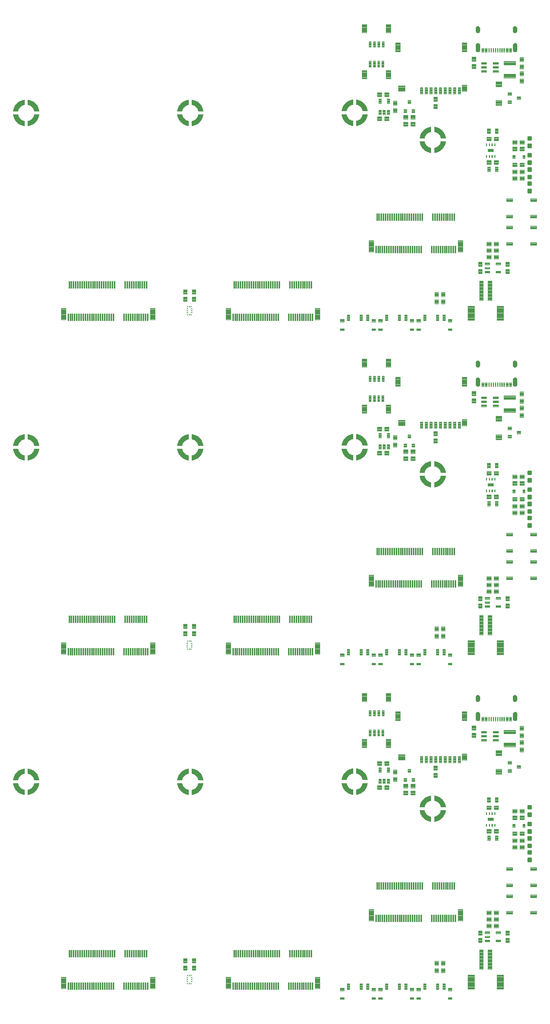
<source format=gtp>
G04 EAGLE Gerber RS-274X export*
G75*
%MOMM*%
%FSLAX34Y34*%
%LPD*%
%INSolderpaste Top*%
%IPPOS*%
%AMOC8*
5,1,8,0,0,1.08239X$1,22.5*%
G01*
%ADD10C,0.102000*%
%ADD11C,0.096000*%
%ADD12R,0.300000X1.750000*%
%ADD13C,0.100000*%
%ADD14C,0.099000*%
%ADD15C,0.300000*%
%ADD16C,0.099059*%
%ADD17R,1.375000X0.800000*%
%ADD18C,0.100800*%
%ADD19C,0.104000*%
%ADD20C,0.101600*%
%ADD21C,0.105000*%
%ADD22C,0.098000*%
%ADD23R,0.400000X0.200000*%
%ADD24R,0.200000X0.400000*%

G36*
X990687Y1987849D02*
X990687Y1987849D01*
X990732Y1987850D01*
X990783Y1987872D01*
X990838Y1987885D01*
X990874Y1987911D01*
X990914Y1987929D01*
X990953Y1987970D01*
X990998Y1988003D01*
X991021Y1988041D01*
X991051Y1988073D01*
X991071Y1988126D01*
X991100Y1988174D01*
X991108Y1988225D01*
X991121Y1988259D01*
X991120Y1988293D01*
X991127Y1988338D01*
X991127Y1999338D01*
X991117Y1999391D01*
X991116Y1999444D01*
X991097Y1999487D01*
X991088Y1999533D01*
X991057Y1999577D01*
X991036Y1999626D01*
X991002Y1999658D01*
X990975Y1999697D01*
X990930Y1999726D01*
X990891Y1999762D01*
X990840Y1999783D01*
X990808Y1999804D01*
X990776Y1999809D01*
X990737Y1999825D01*
X988002Y2000436D01*
X985438Y2001464D01*
X983074Y2002891D01*
X980970Y2004680D01*
X979181Y2006784D01*
X977754Y2009148D01*
X976726Y2011712D01*
X976115Y2014447D01*
X976093Y2014496D01*
X976081Y2014548D01*
X976053Y2014586D01*
X976034Y2014628D01*
X975995Y2014665D01*
X975963Y2014708D01*
X975923Y2014732D01*
X975889Y2014764D01*
X975838Y2014782D01*
X975792Y2014810D01*
X975738Y2014819D01*
X975702Y2014832D01*
X975670Y2014830D01*
X975628Y2014837D01*
X964628Y2014837D01*
X964573Y2014826D01*
X964517Y2014825D01*
X964476Y2014806D01*
X964433Y2014798D01*
X964387Y2014766D01*
X964336Y2014743D01*
X964306Y2014710D01*
X964269Y2014685D01*
X964239Y2014638D01*
X964201Y2014596D01*
X964186Y2014555D01*
X964162Y2014518D01*
X964153Y2014462D01*
X964134Y2014409D01*
X964135Y2014357D01*
X964129Y2014321D01*
X964137Y2014289D01*
X964137Y2014284D01*
X964137Y2014282D01*
X964137Y2014281D01*
X964138Y2014243D01*
X964977Y2009922D01*
X964989Y2009893D01*
X964997Y2009851D01*
X966466Y2005701D01*
X966482Y2005674D01*
X966496Y2005634D01*
X968562Y2001747D01*
X968582Y2001723D01*
X968601Y2001685D01*
X971219Y1998146D01*
X971243Y1998125D01*
X971268Y1998090D01*
X974380Y1994978D01*
X974395Y1994968D01*
X974403Y1994957D01*
X974418Y1994948D01*
X974436Y1994929D01*
X977975Y1992311D01*
X978003Y1992298D01*
X978037Y1992272D01*
X981924Y1990206D01*
X981954Y1990197D01*
X981991Y1990176D01*
X986141Y1988707D01*
X986172Y1988702D01*
X986212Y1988687D01*
X990533Y1987848D01*
X990589Y1987848D01*
X990645Y1987839D01*
X990687Y1987849D01*
G37*
G36*
X990687Y433369D02*
X990687Y433369D01*
X990732Y433370D01*
X990783Y433392D01*
X990838Y433405D01*
X990874Y433431D01*
X990914Y433449D01*
X990953Y433490D01*
X990998Y433523D01*
X991021Y433561D01*
X991051Y433593D01*
X991071Y433646D01*
X991100Y433694D01*
X991108Y433745D01*
X991121Y433779D01*
X991120Y433813D01*
X991127Y433858D01*
X991127Y444858D01*
X991117Y444911D01*
X991116Y444964D01*
X991097Y445007D01*
X991088Y445053D01*
X991057Y445097D01*
X991036Y445146D01*
X991002Y445178D01*
X990975Y445217D01*
X990930Y445246D01*
X990891Y445282D01*
X990840Y445303D01*
X990808Y445324D01*
X990776Y445329D01*
X990737Y445345D01*
X988002Y445956D01*
X985438Y446984D01*
X983074Y448411D01*
X980970Y450200D01*
X979181Y452304D01*
X977754Y454668D01*
X976726Y457232D01*
X976115Y459967D01*
X976093Y460016D01*
X976081Y460068D01*
X976053Y460106D01*
X976034Y460148D01*
X975995Y460185D01*
X975963Y460228D01*
X975923Y460252D01*
X975889Y460284D01*
X975838Y460302D01*
X975792Y460330D01*
X975738Y460339D01*
X975702Y460352D01*
X975670Y460350D01*
X975628Y460357D01*
X964628Y460357D01*
X964573Y460346D01*
X964517Y460345D01*
X964476Y460326D01*
X964433Y460318D01*
X964387Y460286D01*
X964336Y460263D01*
X964306Y460230D01*
X964269Y460205D01*
X964239Y460158D01*
X964201Y460116D01*
X964186Y460075D01*
X964162Y460038D01*
X964153Y459982D01*
X964134Y459929D01*
X964135Y459877D01*
X964129Y459841D01*
X964137Y459809D01*
X964137Y459804D01*
X964137Y459802D01*
X964137Y459801D01*
X964138Y459763D01*
X964977Y455442D01*
X964989Y455413D01*
X964997Y455371D01*
X966466Y451221D01*
X966482Y451194D01*
X966496Y451154D01*
X968562Y447267D01*
X968582Y447243D01*
X968601Y447205D01*
X971219Y443666D01*
X971243Y443645D01*
X971268Y443610D01*
X974380Y440498D01*
X974395Y440488D01*
X974403Y440477D01*
X974418Y440468D01*
X974436Y440449D01*
X977975Y437831D01*
X978003Y437818D01*
X978037Y437792D01*
X981924Y435726D01*
X981954Y435717D01*
X981991Y435696D01*
X986141Y434227D01*
X986172Y434222D01*
X986212Y434207D01*
X990533Y433368D01*
X990589Y433368D01*
X990645Y433359D01*
X990687Y433369D01*
G37*
G36*
X426427Y2050533D02*
X426427Y2050533D01*
X426472Y2050534D01*
X426523Y2050556D01*
X426578Y2050569D01*
X426614Y2050595D01*
X426654Y2050613D01*
X426693Y2050654D01*
X426738Y2050687D01*
X426761Y2050725D01*
X426791Y2050757D01*
X426811Y2050810D01*
X426840Y2050858D01*
X426848Y2050909D01*
X426861Y2050943D01*
X426860Y2050977D01*
X426867Y2051022D01*
X426867Y2062022D01*
X426857Y2062075D01*
X426856Y2062128D01*
X426837Y2062171D01*
X426828Y2062217D01*
X426797Y2062261D01*
X426776Y2062310D01*
X426742Y2062342D01*
X426715Y2062381D01*
X426670Y2062410D01*
X426631Y2062446D01*
X426580Y2062467D01*
X426548Y2062488D01*
X426516Y2062493D01*
X426477Y2062509D01*
X423742Y2063120D01*
X421178Y2064148D01*
X418814Y2065575D01*
X416710Y2067364D01*
X414921Y2069468D01*
X413494Y2071832D01*
X412466Y2074396D01*
X411855Y2077131D01*
X411833Y2077180D01*
X411821Y2077232D01*
X411793Y2077270D01*
X411774Y2077312D01*
X411735Y2077349D01*
X411703Y2077392D01*
X411663Y2077416D01*
X411629Y2077448D01*
X411578Y2077466D01*
X411532Y2077494D01*
X411478Y2077503D01*
X411442Y2077516D01*
X411410Y2077514D01*
X411368Y2077521D01*
X400368Y2077521D01*
X400313Y2077510D01*
X400257Y2077509D01*
X400216Y2077490D01*
X400173Y2077482D01*
X400127Y2077450D01*
X400076Y2077427D01*
X400046Y2077394D01*
X400009Y2077369D01*
X399979Y2077322D01*
X399941Y2077280D01*
X399926Y2077239D01*
X399902Y2077202D01*
X399893Y2077146D01*
X399874Y2077093D01*
X399875Y2077041D01*
X399869Y2077005D01*
X399877Y2076973D01*
X399877Y2076968D01*
X399877Y2076966D01*
X399877Y2076965D01*
X399878Y2076927D01*
X400717Y2072606D01*
X400729Y2072577D01*
X400737Y2072535D01*
X402206Y2068385D01*
X402222Y2068358D01*
X402236Y2068318D01*
X404302Y2064431D01*
X404322Y2064407D01*
X404341Y2064369D01*
X406959Y2060830D01*
X406983Y2060809D01*
X407008Y2060774D01*
X410120Y2057662D01*
X410135Y2057652D01*
X410143Y2057641D01*
X410158Y2057632D01*
X410176Y2057613D01*
X413715Y2054995D01*
X413743Y2054982D01*
X413777Y2054956D01*
X417664Y2052890D01*
X417694Y2052881D01*
X417731Y2052860D01*
X421881Y2051391D01*
X421912Y2051386D01*
X421952Y2051371D01*
X426273Y2050532D01*
X426329Y2050532D01*
X426385Y2050523D01*
X426427Y2050533D01*
G37*
G36*
X990687Y1210609D02*
X990687Y1210609D01*
X990732Y1210610D01*
X990783Y1210632D01*
X990838Y1210645D01*
X990874Y1210671D01*
X990914Y1210689D01*
X990953Y1210730D01*
X990998Y1210763D01*
X991021Y1210801D01*
X991051Y1210833D01*
X991071Y1210886D01*
X991100Y1210934D01*
X991108Y1210985D01*
X991121Y1211019D01*
X991120Y1211053D01*
X991127Y1211098D01*
X991127Y1222098D01*
X991117Y1222151D01*
X991116Y1222204D01*
X991097Y1222247D01*
X991088Y1222293D01*
X991057Y1222337D01*
X991036Y1222386D01*
X991002Y1222418D01*
X990975Y1222457D01*
X990930Y1222486D01*
X990891Y1222522D01*
X990840Y1222543D01*
X990808Y1222564D01*
X990776Y1222569D01*
X990737Y1222585D01*
X988002Y1223196D01*
X985438Y1224224D01*
X983074Y1225651D01*
X980970Y1227440D01*
X979181Y1229544D01*
X977754Y1231908D01*
X976726Y1234472D01*
X976115Y1237207D01*
X976093Y1237256D01*
X976081Y1237308D01*
X976053Y1237346D01*
X976034Y1237388D01*
X975995Y1237425D01*
X975963Y1237468D01*
X975923Y1237492D01*
X975889Y1237524D01*
X975838Y1237542D01*
X975792Y1237570D01*
X975738Y1237579D01*
X975702Y1237592D01*
X975670Y1237590D01*
X975628Y1237597D01*
X964628Y1237597D01*
X964573Y1237586D01*
X964517Y1237585D01*
X964476Y1237566D01*
X964433Y1237558D01*
X964387Y1237526D01*
X964336Y1237503D01*
X964306Y1237470D01*
X964269Y1237445D01*
X964239Y1237398D01*
X964201Y1237356D01*
X964186Y1237315D01*
X964162Y1237278D01*
X964153Y1237222D01*
X964134Y1237169D01*
X964135Y1237117D01*
X964129Y1237081D01*
X964137Y1237049D01*
X964137Y1237044D01*
X964137Y1237042D01*
X964137Y1237041D01*
X964138Y1237003D01*
X964977Y1232682D01*
X964989Y1232653D01*
X964997Y1232611D01*
X966466Y1228461D01*
X966482Y1228434D01*
X966496Y1228394D01*
X968562Y1224507D01*
X968582Y1224483D01*
X968601Y1224445D01*
X971219Y1220906D01*
X971243Y1220885D01*
X971268Y1220850D01*
X974380Y1217738D01*
X974395Y1217728D01*
X974403Y1217717D01*
X974418Y1217708D01*
X974436Y1217689D01*
X977975Y1215071D01*
X978003Y1215058D01*
X978037Y1215032D01*
X981924Y1212966D01*
X981954Y1212957D01*
X981991Y1212936D01*
X986141Y1211467D01*
X986172Y1211462D01*
X986212Y1211447D01*
X990533Y1210608D01*
X990589Y1210608D01*
X990645Y1210599D01*
X990687Y1210609D01*
G37*
G36*
X44459Y2050533D02*
X44459Y2050533D01*
X44504Y2050534D01*
X44555Y2050556D01*
X44610Y2050569D01*
X44646Y2050595D01*
X44686Y2050613D01*
X44725Y2050654D01*
X44770Y2050687D01*
X44793Y2050725D01*
X44823Y2050757D01*
X44843Y2050810D01*
X44872Y2050858D01*
X44880Y2050909D01*
X44893Y2050943D01*
X44892Y2050977D01*
X44899Y2051022D01*
X44899Y2062022D01*
X44889Y2062075D01*
X44888Y2062128D01*
X44869Y2062171D01*
X44860Y2062217D01*
X44829Y2062261D01*
X44808Y2062310D01*
X44774Y2062342D01*
X44747Y2062381D01*
X44702Y2062410D01*
X44663Y2062446D01*
X44612Y2062467D01*
X44580Y2062488D01*
X44548Y2062493D01*
X44509Y2062509D01*
X41774Y2063120D01*
X39210Y2064148D01*
X36846Y2065575D01*
X34742Y2067364D01*
X32953Y2069468D01*
X31526Y2071832D01*
X30498Y2074396D01*
X29887Y2077131D01*
X29865Y2077180D01*
X29853Y2077232D01*
X29825Y2077270D01*
X29806Y2077312D01*
X29767Y2077349D01*
X29735Y2077392D01*
X29695Y2077416D01*
X29661Y2077448D01*
X29610Y2077466D01*
X29564Y2077494D01*
X29510Y2077503D01*
X29474Y2077516D01*
X29442Y2077514D01*
X29400Y2077521D01*
X18400Y2077521D01*
X18345Y2077510D01*
X18289Y2077509D01*
X18248Y2077490D01*
X18205Y2077482D01*
X18159Y2077450D01*
X18108Y2077427D01*
X18078Y2077394D01*
X18041Y2077369D01*
X18011Y2077322D01*
X17973Y2077280D01*
X17958Y2077239D01*
X17934Y2077202D01*
X17925Y2077146D01*
X17906Y2077093D01*
X17907Y2077041D01*
X17901Y2077005D01*
X17909Y2076973D01*
X17909Y2076968D01*
X17909Y2076966D01*
X17909Y2076965D01*
X17910Y2076927D01*
X18749Y2072606D01*
X18761Y2072577D01*
X18769Y2072535D01*
X20238Y2068385D01*
X20254Y2068358D01*
X20268Y2068318D01*
X22334Y2064431D01*
X22354Y2064407D01*
X22373Y2064369D01*
X24991Y2060830D01*
X25015Y2060809D01*
X25040Y2060774D01*
X28152Y2057662D01*
X28167Y2057652D01*
X28175Y2057641D01*
X28190Y2057632D01*
X28208Y2057613D01*
X31747Y2054995D01*
X31775Y2054982D01*
X31809Y2054956D01*
X35696Y2052890D01*
X35726Y2052881D01*
X35763Y2052860D01*
X39913Y2051391D01*
X39944Y2051386D01*
X39984Y2051371D01*
X44305Y2050532D01*
X44361Y2050532D01*
X44417Y2050523D01*
X44459Y2050533D01*
G37*
G36*
X808983Y1273547D02*
X808983Y1273547D01*
X809028Y1273548D01*
X809079Y1273570D01*
X809134Y1273583D01*
X809170Y1273609D01*
X809210Y1273627D01*
X809249Y1273668D01*
X809294Y1273701D01*
X809317Y1273739D01*
X809347Y1273771D01*
X809367Y1273824D01*
X809396Y1273872D01*
X809404Y1273923D01*
X809417Y1273957D01*
X809416Y1273991D01*
X809423Y1274036D01*
X809423Y1285036D01*
X809413Y1285089D01*
X809412Y1285142D01*
X809393Y1285185D01*
X809384Y1285231D01*
X809353Y1285275D01*
X809332Y1285324D01*
X809298Y1285356D01*
X809271Y1285395D01*
X809226Y1285424D01*
X809187Y1285460D01*
X809136Y1285481D01*
X809104Y1285502D01*
X809072Y1285507D01*
X809033Y1285523D01*
X806298Y1286134D01*
X803734Y1287162D01*
X801370Y1288589D01*
X799266Y1290378D01*
X797477Y1292482D01*
X796050Y1294846D01*
X795022Y1297410D01*
X794411Y1300145D01*
X794389Y1300194D01*
X794377Y1300246D01*
X794349Y1300284D01*
X794330Y1300326D01*
X794291Y1300363D01*
X794259Y1300406D01*
X794219Y1300430D01*
X794185Y1300462D01*
X794134Y1300480D01*
X794088Y1300508D01*
X794034Y1300517D01*
X793998Y1300530D01*
X793966Y1300528D01*
X793924Y1300535D01*
X782924Y1300535D01*
X782869Y1300524D01*
X782813Y1300523D01*
X782772Y1300504D01*
X782729Y1300496D01*
X782683Y1300464D01*
X782632Y1300441D01*
X782602Y1300408D01*
X782565Y1300383D01*
X782535Y1300336D01*
X782497Y1300294D01*
X782482Y1300253D01*
X782458Y1300216D01*
X782449Y1300160D01*
X782430Y1300107D01*
X782431Y1300055D01*
X782425Y1300019D01*
X782433Y1299987D01*
X782433Y1299982D01*
X782433Y1299980D01*
X782433Y1299979D01*
X782434Y1299941D01*
X783273Y1295620D01*
X783285Y1295591D01*
X783293Y1295549D01*
X784762Y1291399D01*
X784778Y1291372D01*
X784792Y1291332D01*
X786858Y1287445D01*
X786878Y1287421D01*
X786897Y1287383D01*
X789515Y1283844D01*
X789539Y1283823D01*
X789564Y1283788D01*
X792676Y1280676D01*
X792691Y1280666D01*
X792699Y1280655D01*
X792714Y1280646D01*
X792732Y1280627D01*
X796271Y1278009D01*
X796299Y1277996D01*
X796333Y1277970D01*
X800220Y1275904D01*
X800250Y1275895D01*
X800287Y1275874D01*
X804437Y1274405D01*
X804468Y1274400D01*
X804508Y1274385D01*
X808829Y1273546D01*
X808885Y1273546D01*
X808941Y1273537D01*
X808983Y1273547D01*
G37*
G36*
X44459Y1273293D02*
X44459Y1273293D01*
X44504Y1273294D01*
X44555Y1273316D01*
X44610Y1273329D01*
X44646Y1273355D01*
X44686Y1273373D01*
X44725Y1273414D01*
X44770Y1273447D01*
X44793Y1273485D01*
X44823Y1273517D01*
X44843Y1273570D01*
X44872Y1273618D01*
X44880Y1273669D01*
X44893Y1273703D01*
X44892Y1273737D01*
X44899Y1273782D01*
X44899Y1284782D01*
X44889Y1284835D01*
X44888Y1284888D01*
X44869Y1284931D01*
X44860Y1284977D01*
X44829Y1285021D01*
X44808Y1285070D01*
X44774Y1285102D01*
X44747Y1285141D01*
X44702Y1285170D01*
X44663Y1285206D01*
X44612Y1285227D01*
X44580Y1285248D01*
X44548Y1285253D01*
X44509Y1285269D01*
X41774Y1285880D01*
X39210Y1286908D01*
X36846Y1288335D01*
X34742Y1290124D01*
X32953Y1292228D01*
X31526Y1294592D01*
X30498Y1297156D01*
X29887Y1299891D01*
X29865Y1299940D01*
X29853Y1299992D01*
X29825Y1300030D01*
X29806Y1300072D01*
X29767Y1300109D01*
X29735Y1300152D01*
X29695Y1300176D01*
X29661Y1300208D01*
X29610Y1300226D01*
X29564Y1300254D01*
X29510Y1300263D01*
X29474Y1300276D01*
X29442Y1300274D01*
X29400Y1300281D01*
X18400Y1300281D01*
X18345Y1300270D01*
X18289Y1300269D01*
X18248Y1300250D01*
X18205Y1300242D01*
X18159Y1300210D01*
X18108Y1300187D01*
X18078Y1300154D01*
X18041Y1300129D01*
X18011Y1300082D01*
X17973Y1300040D01*
X17958Y1299999D01*
X17934Y1299962D01*
X17925Y1299906D01*
X17906Y1299853D01*
X17907Y1299801D01*
X17901Y1299765D01*
X17909Y1299733D01*
X17909Y1299728D01*
X17909Y1299726D01*
X17909Y1299725D01*
X17910Y1299687D01*
X18749Y1295366D01*
X18761Y1295337D01*
X18769Y1295295D01*
X20238Y1291145D01*
X20254Y1291118D01*
X20268Y1291078D01*
X22334Y1287191D01*
X22354Y1287167D01*
X22373Y1287129D01*
X24991Y1283590D01*
X25015Y1283569D01*
X25040Y1283534D01*
X28152Y1280422D01*
X28167Y1280412D01*
X28175Y1280401D01*
X28190Y1280392D01*
X28208Y1280373D01*
X31747Y1277755D01*
X31775Y1277742D01*
X31809Y1277716D01*
X35696Y1275650D01*
X35726Y1275641D01*
X35763Y1275620D01*
X39913Y1274151D01*
X39944Y1274146D01*
X39984Y1274131D01*
X44305Y1273292D01*
X44361Y1273292D01*
X44417Y1273283D01*
X44459Y1273293D01*
G37*
G36*
X426427Y1273293D02*
X426427Y1273293D01*
X426472Y1273294D01*
X426523Y1273316D01*
X426578Y1273329D01*
X426614Y1273355D01*
X426654Y1273373D01*
X426693Y1273414D01*
X426738Y1273447D01*
X426761Y1273485D01*
X426791Y1273517D01*
X426811Y1273570D01*
X426840Y1273618D01*
X426848Y1273669D01*
X426861Y1273703D01*
X426860Y1273737D01*
X426867Y1273782D01*
X426867Y1284782D01*
X426857Y1284835D01*
X426856Y1284888D01*
X426837Y1284931D01*
X426828Y1284977D01*
X426797Y1285021D01*
X426776Y1285070D01*
X426742Y1285102D01*
X426715Y1285141D01*
X426670Y1285170D01*
X426631Y1285206D01*
X426580Y1285227D01*
X426548Y1285248D01*
X426516Y1285253D01*
X426477Y1285269D01*
X423742Y1285880D01*
X421178Y1286908D01*
X418814Y1288335D01*
X416710Y1290124D01*
X414921Y1292228D01*
X413494Y1294592D01*
X412466Y1297156D01*
X411855Y1299891D01*
X411833Y1299940D01*
X411821Y1299992D01*
X411793Y1300030D01*
X411774Y1300072D01*
X411735Y1300109D01*
X411703Y1300152D01*
X411663Y1300176D01*
X411629Y1300208D01*
X411578Y1300226D01*
X411532Y1300254D01*
X411478Y1300263D01*
X411442Y1300276D01*
X411410Y1300274D01*
X411368Y1300281D01*
X400368Y1300281D01*
X400313Y1300270D01*
X400257Y1300269D01*
X400216Y1300250D01*
X400173Y1300242D01*
X400127Y1300210D01*
X400076Y1300187D01*
X400046Y1300154D01*
X400009Y1300129D01*
X399979Y1300082D01*
X399941Y1300040D01*
X399926Y1299999D01*
X399902Y1299962D01*
X399893Y1299906D01*
X399874Y1299853D01*
X399875Y1299801D01*
X399869Y1299765D01*
X399877Y1299733D01*
X399877Y1299728D01*
X399877Y1299726D01*
X399877Y1299725D01*
X399878Y1299687D01*
X400717Y1295366D01*
X400729Y1295337D01*
X400737Y1295295D01*
X402206Y1291145D01*
X402222Y1291118D01*
X402236Y1291078D01*
X404302Y1287191D01*
X404322Y1287167D01*
X404341Y1287129D01*
X406959Y1283590D01*
X406983Y1283569D01*
X407008Y1283534D01*
X410120Y1280422D01*
X410135Y1280412D01*
X410143Y1280401D01*
X410158Y1280392D01*
X410176Y1280373D01*
X413715Y1277755D01*
X413743Y1277742D01*
X413777Y1277716D01*
X417664Y1275650D01*
X417694Y1275641D01*
X417731Y1275620D01*
X421881Y1274151D01*
X421912Y1274146D01*
X421952Y1274131D01*
X426273Y1273292D01*
X426329Y1273292D01*
X426385Y1273283D01*
X426427Y1273293D01*
G37*
G36*
X426427Y496053D02*
X426427Y496053D01*
X426472Y496054D01*
X426523Y496076D01*
X426578Y496089D01*
X426614Y496115D01*
X426654Y496133D01*
X426693Y496174D01*
X426738Y496207D01*
X426761Y496245D01*
X426791Y496277D01*
X426811Y496330D01*
X426840Y496378D01*
X426848Y496429D01*
X426861Y496463D01*
X426860Y496497D01*
X426867Y496542D01*
X426867Y507542D01*
X426857Y507595D01*
X426856Y507648D01*
X426837Y507691D01*
X426828Y507737D01*
X426797Y507781D01*
X426776Y507830D01*
X426742Y507862D01*
X426715Y507901D01*
X426670Y507930D01*
X426631Y507966D01*
X426580Y507987D01*
X426548Y508008D01*
X426516Y508013D01*
X426477Y508029D01*
X423742Y508640D01*
X421178Y509668D01*
X418814Y511095D01*
X416710Y512884D01*
X414921Y514988D01*
X413494Y517352D01*
X412466Y519916D01*
X411855Y522651D01*
X411833Y522700D01*
X411821Y522752D01*
X411793Y522790D01*
X411774Y522832D01*
X411735Y522869D01*
X411703Y522912D01*
X411663Y522936D01*
X411629Y522968D01*
X411578Y522986D01*
X411532Y523014D01*
X411478Y523023D01*
X411442Y523036D01*
X411410Y523034D01*
X411368Y523041D01*
X400368Y523041D01*
X400313Y523030D01*
X400257Y523029D01*
X400216Y523010D01*
X400173Y523002D01*
X400127Y522970D01*
X400076Y522947D01*
X400046Y522914D01*
X400009Y522889D01*
X399979Y522842D01*
X399941Y522800D01*
X399926Y522759D01*
X399902Y522722D01*
X399893Y522666D01*
X399874Y522613D01*
X399875Y522561D01*
X399869Y522525D01*
X399877Y522493D01*
X399877Y522488D01*
X399877Y522486D01*
X399877Y522485D01*
X399878Y522447D01*
X400717Y518126D01*
X400729Y518097D01*
X400737Y518055D01*
X402206Y513905D01*
X402222Y513878D01*
X402236Y513838D01*
X404302Y509951D01*
X404322Y509927D01*
X404341Y509889D01*
X406959Y506350D01*
X406983Y506329D01*
X407008Y506294D01*
X410120Y503182D01*
X410135Y503172D01*
X410143Y503161D01*
X410158Y503152D01*
X410176Y503133D01*
X413715Y500515D01*
X413743Y500502D01*
X413777Y500476D01*
X417664Y498410D01*
X417694Y498401D01*
X417731Y498380D01*
X421881Y496911D01*
X421912Y496906D01*
X421952Y496891D01*
X426273Y496052D01*
X426329Y496052D01*
X426385Y496043D01*
X426427Y496053D01*
G37*
G36*
X44459Y496053D02*
X44459Y496053D01*
X44504Y496054D01*
X44555Y496076D01*
X44610Y496089D01*
X44646Y496115D01*
X44686Y496133D01*
X44725Y496174D01*
X44770Y496207D01*
X44793Y496245D01*
X44823Y496277D01*
X44843Y496330D01*
X44872Y496378D01*
X44880Y496429D01*
X44893Y496463D01*
X44892Y496497D01*
X44899Y496542D01*
X44899Y507542D01*
X44889Y507595D01*
X44888Y507648D01*
X44869Y507691D01*
X44860Y507737D01*
X44829Y507781D01*
X44808Y507830D01*
X44774Y507862D01*
X44747Y507901D01*
X44702Y507930D01*
X44663Y507966D01*
X44612Y507987D01*
X44580Y508008D01*
X44548Y508013D01*
X44509Y508029D01*
X41774Y508640D01*
X39210Y509668D01*
X36846Y511095D01*
X34742Y512884D01*
X32953Y514988D01*
X31526Y517352D01*
X30498Y519916D01*
X29887Y522651D01*
X29865Y522700D01*
X29853Y522752D01*
X29825Y522790D01*
X29806Y522832D01*
X29767Y522869D01*
X29735Y522912D01*
X29695Y522936D01*
X29661Y522968D01*
X29610Y522986D01*
X29564Y523014D01*
X29510Y523023D01*
X29474Y523036D01*
X29442Y523034D01*
X29400Y523041D01*
X18400Y523041D01*
X18345Y523030D01*
X18289Y523029D01*
X18248Y523010D01*
X18205Y523002D01*
X18159Y522970D01*
X18108Y522947D01*
X18078Y522914D01*
X18041Y522889D01*
X18011Y522842D01*
X17973Y522800D01*
X17958Y522759D01*
X17934Y522722D01*
X17925Y522666D01*
X17906Y522613D01*
X17907Y522561D01*
X17901Y522525D01*
X17909Y522493D01*
X17909Y522488D01*
X17909Y522486D01*
X17909Y522485D01*
X17910Y522447D01*
X18749Y518126D01*
X18761Y518097D01*
X18769Y518055D01*
X20238Y513905D01*
X20254Y513878D01*
X20268Y513838D01*
X22334Y509951D01*
X22354Y509927D01*
X22373Y509889D01*
X24991Y506350D01*
X25015Y506329D01*
X25040Y506294D01*
X28152Y503182D01*
X28167Y503172D01*
X28175Y503161D01*
X28190Y503152D01*
X28208Y503133D01*
X31747Y500515D01*
X31775Y500502D01*
X31809Y500476D01*
X35696Y498410D01*
X35726Y498401D01*
X35763Y498380D01*
X39913Y496911D01*
X39944Y496906D01*
X39984Y496891D01*
X44305Y496052D01*
X44361Y496052D01*
X44417Y496043D01*
X44459Y496053D01*
G37*
G36*
X808983Y496307D02*
X808983Y496307D01*
X809028Y496308D01*
X809079Y496330D01*
X809134Y496343D01*
X809170Y496369D01*
X809210Y496387D01*
X809249Y496428D01*
X809294Y496461D01*
X809317Y496499D01*
X809347Y496531D01*
X809367Y496584D01*
X809396Y496632D01*
X809404Y496683D01*
X809417Y496717D01*
X809416Y496751D01*
X809423Y496796D01*
X809423Y507796D01*
X809413Y507849D01*
X809412Y507902D01*
X809393Y507945D01*
X809384Y507991D01*
X809353Y508035D01*
X809332Y508084D01*
X809298Y508116D01*
X809271Y508155D01*
X809226Y508184D01*
X809187Y508220D01*
X809136Y508241D01*
X809104Y508262D01*
X809072Y508267D01*
X809033Y508283D01*
X806298Y508894D01*
X803734Y509922D01*
X801370Y511349D01*
X799266Y513138D01*
X797477Y515242D01*
X796050Y517606D01*
X795022Y520170D01*
X794411Y522905D01*
X794389Y522954D01*
X794377Y523006D01*
X794349Y523044D01*
X794330Y523086D01*
X794291Y523123D01*
X794259Y523166D01*
X794219Y523190D01*
X794185Y523222D01*
X794134Y523240D01*
X794088Y523268D01*
X794034Y523277D01*
X793998Y523290D01*
X793966Y523288D01*
X793924Y523295D01*
X782924Y523295D01*
X782869Y523284D01*
X782813Y523283D01*
X782772Y523264D01*
X782729Y523256D01*
X782683Y523224D01*
X782632Y523201D01*
X782602Y523168D01*
X782565Y523143D01*
X782535Y523096D01*
X782497Y523054D01*
X782482Y523013D01*
X782458Y522976D01*
X782449Y522920D01*
X782430Y522867D01*
X782431Y522815D01*
X782425Y522779D01*
X782433Y522747D01*
X782433Y522742D01*
X782433Y522740D01*
X782433Y522739D01*
X782434Y522701D01*
X783273Y518380D01*
X783285Y518351D01*
X783293Y518309D01*
X784762Y514159D01*
X784778Y514132D01*
X784792Y514092D01*
X786858Y510205D01*
X786878Y510181D01*
X786897Y510143D01*
X789515Y506604D01*
X789539Y506583D01*
X789564Y506548D01*
X792676Y503436D01*
X792691Y503426D01*
X792699Y503415D01*
X792714Y503406D01*
X792732Y503387D01*
X796271Y500769D01*
X796299Y500756D01*
X796333Y500730D01*
X800220Y498664D01*
X800250Y498655D01*
X800287Y498634D01*
X804437Y497165D01*
X804468Y497160D01*
X804508Y497145D01*
X808829Y496306D01*
X808885Y496306D01*
X808941Y496297D01*
X808983Y496307D01*
G37*
G36*
X808983Y2050787D02*
X808983Y2050787D01*
X809028Y2050788D01*
X809079Y2050810D01*
X809134Y2050823D01*
X809170Y2050849D01*
X809210Y2050867D01*
X809249Y2050908D01*
X809294Y2050941D01*
X809317Y2050979D01*
X809347Y2051011D01*
X809367Y2051064D01*
X809396Y2051112D01*
X809404Y2051163D01*
X809417Y2051197D01*
X809416Y2051231D01*
X809423Y2051276D01*
X809423Y2062276D01*
X809413Y2062329D01*
X809412Y2062382D01*
X809393Y2062425D01*
X809384Y2062471D01*
X809353Y2062515D01*
X809332Y2062564D01*
X809298Y2062596D01*
X809271Y2062635D01*
X809226Y2062664D01*
X809187Y2062700D01*
X809136Y2062721D01*
X809104Y2062742D01*
X809072Y2062747D01*
X809033Y2062763D01*
X806298Y2063374D01*
X803734Y2064402D01*
X801370Y2065829D01*
X799266Y2067618D01*
X797477Y2069722D01*
X796050Y2072086D01*
X795022Y2074650D01*
X794411Y2077385D01*
X794389Y2077434D01*
X794377Y2077486D01*
X794349Y2077524D01*
X794330Y2077566D01*
X794291Y2077603D01*
X794259Y2077646D01*
X794219Y2077670D01*
X794185Y2077702D01*
X794134Y2077720D01*
X794088Y2077748D01*
X794034Y2077757D01*
X793998Y2077770D01*
X793966Y2077768D01*
X793924Y2077775D01*
X782924Y2077775D01*
X782869Y2077764D01*
X782813Y2077763D01*
X782772Y2077744D01*
X782729Y2077736D01*
X782683Y2077704D01*
X782632Y2077681D01*
X782602Y2077648D01*
X782565Y2077623D01*
X782535Y2077576D01*
X782497Y2077534D01*
X782482Y2077493D01*
X782458Y2077456D01*
X782449Y2077400D01*
X782430Y2077347D01*
X782431Y2077295D01*
X782425Y2077259D01*
X782433Y2077227D01*
X782433Y2077222D01*
X782433Y2077220D01*
X782433Y2077219D01*
X782434Y2077181D01*
X783273Y2072860D01*
X783285Y2072831D01*
X783293Y2072789D01*
X784762Y2068639D01*
X784778Y2068612D01*
X784792Y2068572D01*
X786858Y2064685D01*
X786878Y2064661D01*
X786897Y2064623D01*
X789515Y2061084D01*
X789539Y2061063D01*
X789564Y2061028D01*
X792676Y2057916D01*
X792691Y2057906D01*
X792699Y2057895D01*
X792714Y2057886D01*
X792732Y2057867D01*
X796271Y2055249D01*
X796299Y2055236D01*
X796333Y2055210D01*
X800220Y2053144D01*
X800250Y2053135D01*
X800287Y2053114D01*
X804437Y2051645D01*
X804468Y2051640D01*
X804508Y2051625D01*
X808829Y2050786D01*
X808885Y2050786D01*
X808941Y2050777D01*
X808983Y2050787D01*
G37*
G36*
X411421Y1307293D02*
X411421Y1307293D01*
X411474Y1307294D01*
X411517Y1307313D01*
X411563Y1307322D01*
X411607Y1307353D01*
X411656Y1307374D01*
X411688Y1307408D01*
X411727Y1307435D01*
X411756Y1307480D01*
X411792Y1307519D01*
X411813Y1307570D01*
X411834Y1307602D01*
X411839Y1307634D01*
X411855Y1307673D01*
X412466Y1310408D01*
X413494Y1312972D01*
X414921Y1315336D01*
X416710Y1317440D01*
X418814Y1319229D01*
X421178Y1320656D01*
X423742Y1321684D01*
X426477Y1322295D01*
X426526Y1322317D01*
X426578Y1322329D01*
X426616Y1322357D01*
X426658Y1322376D01*
X426695Y1322415D01*
X426738Y1322447D01*
X426762Y1322487D01*
X426794Y1322521D01*
X426812Y1322572D01*
X426840Y1322618D01*
X426849Y1322672D01*
X426862Y1322708D01*
X426860Y1322740D01*
X426867Y1322782D01*
X426867Y1333782D01*
X426856Y1333837D01*
X426855Y1333893D01*
X426836Y1333934D01*
X426828Y1333977D01*
X426796Y1334023D01*
X426773Y1334075D01*
X426740Y1334104D01*
X426715Y1334141D01*
X426668Y1334171D01*
X426626Y1334209D01*
X426585Y1334224D01*
X426548Y1334248D01*
X426492Y1334257D01*
X426439Y1334276D01*
X426387Y1334275D01*
X426351Y1334281D01*
X426319Y1334273D01*
X426273Y1334272D01*
X421952Y1333433D01*
X421923Y1333421D01*
X421881Y1333413D01*
X417731Y1331944D01*
X417704Y1331928D01*
X417664Y1331914D01*
X413777Y1329848D01*
X413753Y1329828D01*
X413715Y1329809D01*
X410176Y1327191D01*
X410155Y1327167D01*
X410120Y1327142D01*
X407008Y1324030D01*
X406990Y1324004D01*
X406959Y1323974D01*
X404341Y1320436D01*
X404328Y1320407D01*
X404302Y1320373D01*
X402236Y1316486D01*
X402229Y1316463D01*
X402220Y1316449D01*
X402219Y1316441D01*
X402206Y1316419D01*
X400737Y1312269D01*
X400732Y1312238D01*
X400717Y1312198D01*
X399878Y1307877D01*
X399878Y1307821D01*
X399869Y1307765D01*
X399879Y1307723D01*
X399880Y1307678D01*
X399902Y1307627D01*
X399915Y1307572D01*
X399941Y1307537D01*
X399959Y1307496D01*
X400000Y1307457D01*
X400033Y1307412D01*
X400071Y1307389D01*
X400103Y1307359D01*
X400156Y1307339D01*
X400204Y1307310D01*
X400255Y1307302D01*
X400289Y1307289D01*
X400323Y1307290D01*
X400368Y1307283D01*
X411368Y1307283D01*
X411421Y1307293D01*
G37*
G36*
X411421Y530053D02*
X411421Y530053D01*
X411474Y530054D01*
X411517Y530073D01*
X411563Y530082D01*
X411607Y530113D01*
X411656Y530134D01*
X411688Y530168D01*
X411727Y530195D01*
X411756Y530240D01*
X411792Y530279D01*
X411813Y530330D01*
X411834Y530362D01*
X411839Y530394D01*
X411855Y530433D01*
X412466Y533168D01*
X413494Y535732D01*
X414921Y538096D01*
X416710Y540200D01*
X418814Y541989D01*
X421178Y543416D01*
X423742Y544444D01*
X426477Y545055D01*
X426526Y545077D01*
X426578Y545089D01*
X426616Y545117D01*
X426658Y545136D01*
X426695Y545175D01*
X426738Y545207D01*
X426762Y545247D01*
X426794Y545281D01*
X426812Y545332D01*
X426840Y545378D01*
X426849Y545432D01*
X426862Y545468D01*
X426860Y545500D01*
X426867Y545542D01*
X426867Y556542D01*
X426856Y556597D01*
X426855Y556653D01*
X426836Y556694D01*
X426828Y556737D01*
X426796Y556783D01*
X426773Y556835D01*
X426740Y556864D01*
X426715Y556901D01*
X426668Y556931D01*
X426626Y556969D01*
X426585Y556984D01*
X426548Y557008D01*
X426492Y557017D01*
X426439Y557036D01*
X426387Y557035D01*
X426351Y557041D01*
X426319Y557033D01*
X426273Y557032D01*
X421952Y556193D01*
X421923Y556181D01*
X421881Y556173D01*
X417731Y554704D01*
X417704Y554688D01*
X417664Y554674D01*
X413777Y552608D01*
X413753Y552588D01*
X413715Y552569D01*
X410176Y549951D01*
X410155Y549927D01*
X410120Y549902D01*
X407008Y546790D01*
X406990Y546764D01*
X406959Y546734D01*
X404341Y543196D01*
X404328Y543167D01*
X404302Y543133D01*
X402236Y539246D01*
X402229Y539223D01*
X402220Y539209D01*
X402219Y539201D01*
X402206Y539179D01*
X400737Y535029D01*
X400732Y534998D01*
X400717Y534958D01*
X399878Y530637D01*
X399878Y530581D01*
X399869Y530525D01*
X399879Y530483D01*
X399880Y530438D01*
X399902Y530387D01*
X399915Y530332D01*
X399941Y530297D01*
X399959Y530256D01*
X400000Y530217D01*
X400033Y530172D01*
X400071Y530149D01*
X400103Y530119D01*
X400156Y530099D01*
X400204Y530070D01*
X400255Y530062D01*
X400289Y530049D01*
X400323Y530050D01*
X400368Y530043D01*
X411368Y530043D01*
X411421Y530053D01*
G37*
G36*
X793977Y2084787D02*
X793977Y2084787D01*
X794030Y2084788D01*
X794073Y2084807D01*
X794119Y2084816D01*
X794163Y2084847D01*
X794212Y2084868D01*
X794244Y2084902D01*
X794283Y2084929D01*
X794312Y2084974D01*
X794348Y2085013D01*
X794369Y2085064D01*
X794390Y2085096D01*
X794395Y2085128D01*
X794411Y2085167D01*
X795022Y2087902D01*
X796050Y2090466D01*
X797477Y2092830D01*
X799266Y2094934D01*
X801370Y2096723D01*
X803734Y2098150D01*
X806298Y2099178D01*
X809033Y2099789D01*
X809082Y2099811D01*
X809134Y2099823D01*
X809172Y2099851D01*
X809214Y2099870D01*
X809251Y2099909D01*
X809294Y2099941D01*
X809318Y2099981D01*
X809350Y2100015D01*
X809368Y2100066D01*
X809396Y2100112D01*
X809405Y2100166D01*
X809418Y2100202D01*
X809416Y2100234D01*
X809423Y2100276D01*
X809423Y2111276D01*
X809412Y2111331D01*
X809411Y2111387D01*
X809392Y2111428D01*
X809384Y2111471D01*
X809352Y2111517D01*
X809329Y2111569D01*
X809296Y2111598D01*
X809271Y2111635D01*
X809224Y2111665D01*
X809182Y2111703D01*
X809141Y2111718D01*
X809104Y2111742D01*
X809048Y2111751D01*
X808995Y2111770D01*
X808943Y2111769D01*
X808907Y2111775D01*
X808875Y2111767D01*
X808829Y2111766D01*
X804508Y2110927D01*
X804479Y2110915D01*
X804437Y2110907D01*
X800287Y2109438D01*
X800260Y2109422D01*
X800220Y2109408D01*
X796333Y2107342D01*
X796309Y2107322D01*
X796271Y2107303D01*
X792732Y2104685D01*
X792711Y2104661D01*
X792676Y2104636D01*
X789564Y2101524D01*
X789546Y2101498D01*
X789515Y2101468D01*
X786897Y2097930D01*
X786884Y2097901D01*
X786858Y2097867D01*
X784792Y2093980D01*
X784785Y2093957D01*
X784776Y2093943D01*
X784775Y2093935D01*
X784762Y2093913D01*
X783293Y2089763D01*
X783288Y2089732D01*
X783273Y2089692D01*
X782434Y2085371D01*
X782434Y2085315D01*
X782425Y2085259D01*
X782435Y2085217D01*
X782436Y2085172D01*
X782458Y2085121D01*
X782471Y2085066D01*
X782497Y2085031D01*
X782515Y2084990D01*
X782556Y2084951D01*
X782589Y2084906D01*
X782627Y2084883D01*
X782659Y2084853D01*
X782712Y2084833D01*
X782760Y2084804D01*
X782811Y2084796D01*
X782845Y2084783D01*
X782879Y2084784D01*
X782924Y2084777D01*
X793924Y2084777D01*
X793977Y2084787D01*
G37*
G36*
X29453Y530053D02*
X29453Y530053D01*
X29506Y530054D01*
X29549Y530073D01*
X29595Y530082D01*
X29639Y530113D01*
X29688Y530134D01*
X29720Y530168D01*
X29759Y530195D01*
X29788Y530240D01*
X29824Y530279D01*
X29845Y530330D01*
X29866Y530362D01*
X29871Y530394D01*
X29887Y530433D01*
X30498Y533168D01*
X31526Y535732D01*
X32953Y538096D01*
X34742Y540200D01*
X36846Y541989D01*
X39210Y543416D01*
X41774Y544444D01*
X44509Y545055D01*
X44558Y545077D01*
X44610Y545089D01*
X44648Y545117D01*
X44690Y545136D01*
X44727Y545175D01*
X44770Y545207D01*
X44794Y545247D01*
X44826Y545281D01*
X44844Y545332D01*
X44872Y545378D01*
X44881Y545432D01*
X44894Y545468D01*
X44892Y545500D01*
X44899Y545542D01*
X44899Y556542D01*
X44888Y556597D01*
X44887Y556653D01*
X44868Y556694D01*
X44860Y556737D01*
X44828Y556783D01*
X44805Y556835D01*
X44772Y556864D01*
X44747Y556901D01*
X44700Y556931D01*
X44658Y556969D01*
X44617Y556984D01*
X44580Y557008D01*
X44524Y557017D01*
X44471Y557036D01*
X44419Y557035D01*
X44383Y557041D01*
X44351Y557033D01*
X44305Y557032D01*
X39984Y556193D01*
X39955Y556181D01*
X39913Y556173D01*
X35763Y554704D01*
X35736Y554688D01*
X35696Y554674D01*
X31809Y552608D01*
X31785Y552588D01*
X31747Y552569D01*
X28208Y549951D01*
X28187Y549927D01*
X28152Y549902D01*
X25040Y546790D01*
X25022Y546764D01*
X24991Y546734D01*
X22373Y543196D01*
X22360Y543167D01*
X22334Y543133D01*
X20268Y539246D01*
X20261Y539223D01*
X20252Y539209D01*
X20251Y539201D01*
X20238Y539179D01*
X18769Y535029D01*
X18764Y534998D01*
X18749Y534958D01*
X17910Y530637D01*
X17910Y530581D01*
X17901Y530525D01*
X17911Y530483D01*
X17912Y530438D01*
X17934Y530387D01*
X17947Y530332D01*
X17973Y530297D01*
X17991Y530256D01*
X18032Y530217D01*
X18065Y530172D01*
X18103Y530149D01*
X18135Y530119D01*
X18188Y530099D01*
X18236Y530070D01*
X18287Y530062D01*
X18321Y530049D01*
X18355Y530050D01*
X18400Y530043D01*
X29400Y530043D01*
X29453Y530053D01*
G37*
G36*
X793977Y530307D02*
X793977Y530307D01*
X794030Y530308D01*
X794073Y530327D01*
X794119Y530336D01*
X794163Y530367D01*
X794212Y530388D01*
X794244Y530422D01*
X794283Y530449D01*
X794312Y530494D01*
X794348Y530533D01*
X794369Y530584D01*
X794390Y530616D01*
X794395Y530648D01*
X794411Y530687D01*
X795022Y533422D01*
X796050Y535986D01*
X797477Y538350D01*
X799266Y540454D01*
X801370Y542243D01*
X803734Y543670D01*
X806298Y544698D01*
X809033Y545309D01*
X809082Y545331D01*
X809134Y545343D01*
X809172Y545371D01*
X809214Y545390D01*
X809251Y545429D01*
X809294Y545461D01*
X809318Y545501D01*
X809350Y545535D01*
X809368Y545586D01*
X809396Y545632D01*
X809405Y545686D01*
X809418Y545722D01*
X809416Y545754D01*
X809423Y545796D01*
X809423Y556796D01*
X809412Y556851D01*
X809411Y556907D01*
X809392Y556948D01*
X809384Y556991D01*
X809352Y557037D01*
X809329Y557089D01*
X809296Y557118D01*
X809271Y557155D01*
X809224Y557185D01*
X809182Y557223D01*
X809141Y557238D01*
X809104Y557262D01*
X809048Y557271D01*
X808995Y557290D01*
X808943Y557289D01*
X808907Y557295D01*
X808875Y557287D01*
X808829Y557286D01*
X804508Y556447D01*
X804479Y556435D01*
X804437Y556427D01*
X800287Y554958D01*
X800260Y554942D01*
X800220Y554928D01*
X796333Y552862D01*
X796309Y552842D01*
X796271Y552823D01*
X792732Y550205D01*
X792711Y550181D01*
X792676Y550156D01*
X789564Y547044D01*
X789546Y547018D01*
X789515Y546988D01*
X786897Y543450D01*
X786884Y543421D01*
X786858Y543387D01*
X784792Y539500D01*
X784785Y539477D01*
X784776Y539463D01*
X784775Y539455D01*
X784762Y539433D01*
X783293Y535283D01*
X783288Y535252D01*
X783273Y535212D01*
X782434Y530891D01*
X782434Y530835D01*
X782425Y530779D01*
X782435Y530737D01*
X782436Y530692D01*
X782458Y530641D01*
X782471Y530586D01*
X782497Y530551D01*
X782515Y530510D01*
X782556Y530471D01*
X782589Y530426D01*
X782627Y530403D01*
X782659Y530373D01*
X782712Y530353D01*
X782760Y530324D01*
X782811Y530316D01*
X782845Y530303D01*
X782879Y530304D01*
X782924Y530297D01*
X793924Y530297D01*
X793977Y530307D01*
G37*
G36*
X975681Y2021849D02*
X975681Y2021849D01*
X975734Y2021850D01*
X975777Y2021869D01*
X975823Y2021878D01*
X975867Y2021909D01*
X975916Y2021930D01*
X975948Y2021964D01*
X975987Y2021991D01*
X976016Y2022036D01*
X976052Y2022075D01*
X976073Y2022126D01*
X976094Y2022158D01*
X976099Y2022190D01*
X976115Y2022229D01*
X976726Y2024964D01*
X977754Y2027528D01*
X979181Y2029892D01*
X980970Y2031996D01*
X983074Y2033785D01*
X985438Y2035212D01*
X988002Y2036240D01*
X990737Y2036851D01*
X990786Y2036873D01*
X990838Y2036885D01*
X990876Y2036913D01*
X990918Y2036932D01*
X990955Y2036971D01*
X990998Y2037003D01*
X991022Y2037043D01*
X991054Y2037077D01*
X991072Y2037128D01*
X991100Y2037174D01*
X991109Y2037228D01*
X991122Y2037264D01*
X991120Y2037296D01*
X991127Y2037338D01*
X991127Y2048338D01*
X991116Y2048393D01*
X991115Y2048449D01*
X991096Y2048490D01*
X991088Y2048533D01*
X991056Y2048579D01*
X991033Y2048631D01*
X991000Y2048660D01*
X990975Y2048697D01*
X990928Y2048727D01*
X990886Y2048765D01*
X990845Y2048780D01*
X990808Y2048804D01*
X990752Y2048813D01*
X990699Y2048832D01*
X990647Y2048831D01*
X990611Y2048837D01*
X990579Y2048829D01*
X990533Y2048828D01*
X986212Y2047989D01*
X986183Y2047977D01*
X986141Y2047969D01*
X981991Y2046500D01*
X981964Y2046484D01*
X981924Y2046470D01*
X978037Y2044404D01*
X978013Y2044384D01*
X977975Y2044365D01*
X974436Y2041747D01*
X974415Y2041723D01*
X974380Y2041698D01*
X971268Y2038586D01*
X971250Y2038560D01*
X971219Y2038530D01*
X968601Y2034992D01*
X968588Y2034963D01*
X968562Y2034929D01*
X966496Y2031042D01*
X966489Y2031019D01*
X966480Y2031005D01*
X966479Y2030997D01*
X966466Y2030975D01*
X964997Y2026825D01*
X964992Y2026794D01*
X964977Y2026754D01*
X964138Y2022433D01*
X964138Y2022377D01*
X964129Y2022321D01*
X964139Y2022279D01*
X964140Y2022234D01*
X964162Y2022183D01*
X964175Y2022128D01*
X964201Y2022093D01*
X964219Y2022052D01*
X964260Y2022013D01*
X964293Y2021968D01*
X964331Y2021945D01*
X964363Y2021915D01*
X964416Y2021895D01*
X964464Y2021866D01*
X964515Y2021858D01*
X964549Y2021845D01*
X964583Y2021846D01*
X964628Y2021839D01*
X975628Y2021839D01*
X975681Y2021849D01*
G37*
G36*
X975681Y467369D02*
X975681Y467369D01*
X975734Y467370D01*
X975777Y467389D01*
X975823Y467398D01*
X975867Y467429D01*
X975916Y467450D01*
X975948Y467484D01*
X975987Y467511D01*
X976016Y467556D01*
X976052Y467595D01*
X976073Y467646D01*
X976094Y467678D01*
X976099Y467710D01*
X976115Y467749D01*
X976726Y470484D01*
X977754Y473048D01*
X979181Y475412D01*
X980970Y477516D01*
X983074Y479305D01*
X985438Y480732D01*
X988002Y481760D01*
X990737Y482371D01*
X990786Y482393D01*
X990838Y482405D01*
X990876Y482433D01*
X990918Y482452D01*
X990955Y482491D01*
X990998Y482523D01*
X991022Y482563D01*
X991054Y482597D01*
X991072Y482648D01*
X991100Y482694D01*
X991109Y482748D01*
X991122Y482784D01*
X991120Y482816D01*
X991127Y482858D01*
X991127Y493858D01*
X991116Y493913D01*
X991115Y493969D01*
X991096Y494010D01*
X991088Y494053D01*
X991056Y494099D01*
X991033Y494151D01*
X991000Y494180D01*
X990975Y494217D01*
X990928Y494247D01*
X990886Y494285D01*
X990845Y494300D01*
X990808Y494324D01*
X990752Y494333D01*
X990699Y494352D01*
X990647Y494351D01*
X990611Y494357D01*
X990579Y494349D01*
X990533Y494348D01*
X986212Y493509D01*
X986183Y493497D01*
X986141Y493489D01*
X981991Y492020D01*
X981964Y492004D01*
X981924Y491990D01*
X978037Y489924D01*
X978013Y489904D01*
X977975Y489885D01*
X974436Y487267D01*
X974415Y487243D01*
X974380Y487218D01*
X971268Y484106D01*
X971250Y484080D01*
X971219Y484050D01*
X968601Y480512D01*
X968588Y480483D01*
X968562Y480449D01*
X966496Y476562D01*
X966489Y476539D01*
X966480Y476525D01*
X966479Y476517D01*
X966466Y476495D01*
X964997Y472345D01*
X964992Y472314D01*
X964977Y472274D01*
X964138Y467953D01*
X964138Y467897D01*
X964129Y467841D01*
X964139Y467799D01*
X964140Y467754D01*
X964162Y467703D01*
X964175Y467648D01*
X964201Y467613D01*
X964219Y467572D01*
X964260Y467533D01*
X964293Y467488D01*
X964331Y467465D01*
X964363Y467435D01*
X964416Y467415D01*
X964464Y467386D01*
X964515Y467378D01*
X964549Y467365D01*
X964583Y467366D01*
X964628Y467359D01*
X975628Y467359D01*
X975681Y467369D01*
G37*
G36*
X975681Y1244609D02*
X975681Y1244609D01*
X975734Y1244610D01*
X975777Y1244629D01*
X975823Y1244638D01*
X975867Y1244669D01*
X975916Y1244690D01*
X975948Y1244724D01*
X975987Y1244751D01*
X976016Y1244796D01*
X976052Y1244835D01*
X976073Y1244886D01*
X976094Y1244918D01*
X976099Y1244950D01*
X976115Y1244989D01*
X976726Y1247724D01*
X977754Y1250288D01*
X979181Y1252652D01*
X980970Y1254756D01*
X983074Y1256545D01*
X985438Y1257972D01*
X988002Y1259000D01*
X990737Y1259611D01*
X990786Y1259633D01*
X990838Y1259645D01*
X990876Y1259673D01*
X990918Y1259692D01*
X990955Y1259731D01*
X990998Y1259763D01*
X991022Y1259803D01*
X991054Y1259837D01*
X991072Y1259888D01*
X991100Y1259934D01*
X991109Y1259988D01*
X991122Y1260024D01*
X991120Y1260056D01*
X991127Y1260098D01*
X991127Y1271098D01*
X991116Y1271153D01*
X991115Y1271209D01*
X991096Y1271250D01*
X991088Y1271293D01*
X991056Y1271339D01*
X991033Y1271391D01*
X991000Y1271420D01*
X990975Y1271457D01*
X990928Y1271487D01*
X990886Y1271525D01*
X990845Y1271540D01*
X990808Y1271564D01*
X990752Y1271573D01*
X990699Y1271592D01*
X990647Y1271591D01*
X990611Y1271597D01*
X990579Y1271589D01*
X990533Y1271588D01*
X986212Y1270749D01*
X986183Y1270737D01*
X986141Y1270729D01*
X981991Y1269260D01*
X981964Y1269244D01*
X981924Y1269230D01*
X978037Y1267164D01*
X978013Y1267144D01*
X977975Y1267125D01*
X974436Y1264507D01*
X974415Y1264483D01*
X974380Y1264458D01*
X971268Y1261346D01*
X971250Y1261320D01*
X971219Y1261290D01*
X968601Y1257752D01*
X968588Y1257723D01*
X968562Y1257689D01*
X966496Y1253802D01*
X966489Y1253779D01*
X966480Y1253765D01*
X966479Y1253757D01*
X966466Y1253735D01*
X964997Y1249585D01*
X964992Y1249554D01*
X964977Y1249514D01*
X964138Y1245193D01*
X964138Y1245137D01*
X964129Y1245081D01*
X964139Y1245039D01*
X964140Y1244994D01*
X964162Y1244943D01*
X964175Y1244888D01*
X964201Y1244853D01*
X964219Y1244812D01*
X964260Y1244773D01*
X964293Y1244728D01*
X964331Y1244705D01*
X964363Y1244675D01*
X964416Y1244655D01*
X964464Y1244626D01*
X964515Y1244618D01*
X964549Y1244605D01*
X964583Y1244606D01*
X964628Y1244599D01*
X975628Y1244599D01*
X975681Y1244609D01*
G37*
G36*
X793977Y1307547D02*
X793977Y1307547D01*
X794030Y1307548D01*
X794073Y1307567D01*
X794119Y1307576D01*
X794163Y1307607D01*
X794212Y1307628D01*
X794244Y1307662D01*
X794283Y1307689D01*
X794312Y1307734D01*
X794348Y1307773D01*
X794369Y1307824D01*
X794390Y1307856D01*
X794395Y1307888D01*
X794411Y1307927D01*
X795022Y1310662D01*
X796050Y1313226D01*
X797477Y1315590D01*
X799266Y1317694D01*
X801370Y1319483D01*
X803734Y1320910D01*
X806298Y1321938D01*
X809033Y1322549D01*
X809082Y1322571D01*
X809134Y1322583D01*
X809172Y1322611D01*
X809214Y1322630D01*
X809251Y1322669D01*
X809294Y1322701D01*
X809318Y1322741D01*
X809350Y1322775D01*
X809368Y1322826D01*
X809396Y1322872D01*
X809405Y1322926D01*
X809418Y1322962D01*
X809416Y1322994D01*
X809423Y1323036D01*
X809423Y1334036D01*
X809412Y1334091D01*
X809411Y1334147D01*
X809392Y1334188D01*
X809384Y1334231D01*
X809352Y1334277D01*
X809329Y1334329D01*
X809296Y1334358D01*
X809271Y1334395D01*
X809224Y1334425D01*
X809182Y1334463D01*
X809141Y1334478D01*
X809104Y1334502D01*
X809048Y1334511D01*
X808995Y1334530D01*
X808943Y1334529D01*
X808907Y1334535D01*
X808875Y1334527D01*
X808829Y1334526D01*
X804508Y1333687D01*
X804479Y1333675D01*
X804437Y1333667D01*
X800287Y1332198D01*
X800260Y1332182D01*
X800220Y1332168D01*
X796333Y1330102D01*
X796309Y1330082D01*
X796271Y1330063D01*
X792732Y1327445D01*
X792711Y1327421D01*
X792676Y1327396D01*
X789564Y1324284D01*
X789546Y1324258D01*
X789515Y1324228D01*
X786897Y1320690D01*
X786884Y1320661D01*
X786858Y1320627D01*
X784792Y1316740D01*
X784785Y1316717D01*
X784776Y1316703D01*
X784775Y1316695D01*
X784762Y1316673D01*
X783293Y1312523D01*
X783288Y1312492D01*
X783273Y1312452D01*
X782434Y1308131D01*
X782434Y1308075D01*
X782425Y1308019D01*
X782435Y1307977D01*
X782436Y1307932D01*
X782458Y1307881D01*
X782471Y1307826D01*
X782497Y1307791D01*
X782515Y1307750D01*
X782556Y1307711D01*
X782589Y1307666D01*
X782627Y1307643D01*
X782659Y1307613D01*
X782712Y1307593D01*
X782760Y1307564D01*
X782811Y1307556D01*
X782845Y1307543D01*
X782879Y1307544D01*
X782924Y1307537D01*
X793924Y1307537D01*
X793977Y1307547D01*
G37*
G36*
X29453Y1307293D02*
X29453Y1307293D01*
X29506Y1307294D01*
X29549Y1307313D01*
X29595Y1307322D01*
X29639Y1307353D01*
X29688Y1307374D01*
X29720Y1307408D01*
X29759Y1307435D01*
X29788Y1307480D01*
X29824Y1307519D01*
X29845Y1307570D01*
X29866Y1307602D01*
X29871Y1307634D01*
X29887Y1307673D01*
X30498Y1310408D01*
X31526Y1312972D01*
X32953Y1315336D01*
X34742Y1317440D01*
X36846Y1319229D01*
X39210Y1320656D01*
X41774Y1321684D01*
X44509Y1322295D01*
X44558Y1322317D01*
X44610Y1322329D01*
X44648Y1322357D01*
X44690Y1322376D01*
X44727Y1322415D01*
X44770Y1322447D01*
X44794Y1322487D01*
X44826Y1322521D01*
X44844Y1322572D01*
X44872Y1322618D01*
X44881Y1322672D01*
X44894Y1322708D01*
X44892Y1322740D01*
X44899Y1322782D01*
X44899Y1333782D01*
X44888Y1333837D01*
X44887Y1333893D01*
X44868Y1333934D01*
X44860Y1333977D01*
X44828Y1334023D01*
X44805Y1334075D01*
X44772Y1334104D01*
X44747Y1334141D01*
X44700Y1334171D01*
X44658Y1334209D01*
X44617Y1334224D01*
X44580Y1334248D01*
X44524Y1334257D01*
X44471Y1334276D01*
X44419Y1334275D01*
X44383Y1334281D01*
X44351Y1334273D01*
X44305Y1334272D01*
X39984Y1333433D01*
X39955Y1333421D01*
X39913Y1333413D01*
X35763Y1331944D01*
X35736Y1331928D01*
X35696Y1331914D01*
X31809Y1329848D01*
X31785Y1329828D01*
X31747Y1329809D01*
X28208Y1327191D01*
X28187Y1327167D01*
X28152Y1327142D01*
X25040Y1324030D01*
X25022Y1324004D01*
X24991Y1323974D01*
X22373Y1320436D01*
X22360Y1320407D01*
X22334Y1320373D01*
X20268Y1316486D01*
X20261Y1316463D01*
X20252Y1316449D01*
X20251Y1316441D01*
X20238Y1316419D01*
X18769Y1312269D01*
X18764Y1312238D01*
X18749Y1312198D01*
X17910Y1307877D01*
X17910Y1307821D01*
X17901Y1307765D01*
X17911Y1307723D01*
X17912Y1307678D01*
X17934Y1307627D01*
X17947Y1307572D01*
X17973Y1307537D01*
X17991Y1307496D01*
X18032Y1307457D01*
X18065Y1307412D01*
X18103Y1307389D01*
X18135Y1307359D01*
X18188Y1307339D01*
X18236Y1307310D01*
X18287Y1307302D01*
X18321Y1307289D01*
X18355Y1307290D01*
X18400Y1307283D01*
X29400Y1307283D01*
X29453Y1307293D01*
G37*
G36*
X29453Y2084533D02*
X29453Y2084533D01*
X29506Y2084534D01*
X29549Y2084553D01*
X29595Y2084562D01*
X29639Y2084593D01*
X29688Y2084614D01*
X29720Y2084648D01*
X29759Y2084675D01*
X29788Y2084720D01*
X29824Y2084759D01*
X29845Y2084810D01*
X29866Y2084842D01*
X29871Y2084874D01*
X29887Y2084913D01*
X30498Y2087648D01*
X31526Y2090212D01*
X32953Y2092576D01*
X34742Y2094680D01*
X36846Y2096469D01*
X39210Y2097896D01*
X41774Y2098924D01*
X44509Y2099535D01*
X44558Y2099557D01*
X44610Y2099569D01*
X44648Y2099597D01*
X44690Y2099616D01*
X44727Y2099655D01*
X44770Y2099687D01*
X44794Y2099727D01*
X44826Y2099761D01*
X44844Y2099812D01*
X44872Y2099858D01*
X44881Y2099912D01*
X44894Y2099948D01*
X44892Y2099980D01*
X44899Y2100022D01*
X44899Y2111022D01*
X44888Y2111077D01*
X44887Y2111133D01*
X44868Y2111174D01*
X44860Y2111217D01*
X44828Y2111263D01*
X44805Y2111315D01*
X44772Y2111344D01*
X44747Y2111381D01*
X44700Y2111411D01*
X44658Y2111449D01*
X44617Y2111464D01*
X44580Y2111488D01*
X44524Y2111497D01*
X44471Y2111516D01*
X44419Y2111515D01*
X44383Y2111521D01*
X44351Y2111513D01*
X44305Y2111512D01*
X39984Y2110673D01*
X39955Y2110661D01*
X39913Y2110653D01*
X35763Y2109184D01*
X35736Y2109168D01*
X35696Y2109154D01*
X31809Y2107088D01*
X31785Y2107068D01*
X31747Y2107049D01*
X28208Y2104431D01*
X28187Y2104407D01*
X28152Y2104382D01*
X25040Y2101270D01*
X25022Y2101244D01*
X24991Y2101214D01*
X22373Y2097676D01*
X22360Y2097647D01*
X22334Y2097613D01*
X20268Y2093726D01*
X20261Y2093703D01*
X20252Y2093689D01*
X20251Y2093682D01*
X20238Y2093659D01*
X18769Y2089509D01*
X18764Y2089478D01*
X18749Y2089438D01*
X17910Y2085117D01*
X17910Y2085061D01*
X17901Y2085005D01*
X17911Y2084963D01*
X17912Y2084918D01*
X17934Y2084867D01*
X17947Y2084812D01*
X17973Y2084777D01*
X17991Y2084736D01*
X18032Y2084697D01*
X18065Y2084652D01*
X18103Y2084629D01*
X18135Y2084599D01*
X18188Y2084579D01*
X18236Y2084550D01*
X18287Y2084542D01*
X18321Y2084529D01*
X18355Y2084530D01*
X18400Y2084523D01*
X29400Y2084523D01*
X29453Y2084533D01*
G37*
G36*
X411421Y2084533D02*
X411421Y2084533D01*
X411474Y2084534D01*
X411517Y2084553D01*
X411563Y2084562D01*
X411607Y2084593D01*
X411656Y2084614D01*
X411688Y2084648D01*
X411727Y2084675D01*
X411756Y2084720D01*
X411792Y2084759D01*
X411813Y2084810D01*
X411834Y2084842D01*
X411839Y2084874D01*
X411855Y2084913D01*
X412466Y2087648D01*
X413494Y2090212D01*
X414921Y2092576D01*
X416710Y2094680D01*
X418814Y2096469D01*
X421178Y2097896D01*
X423742Y2098924D01*
X426477Y2099535D01*
X426526Y2099557D01*
X426578Y2099569D01*
X426616Y2099597D01*
X426658Y2099616D01*
X426695Y2099655D01*
X426738Y2099687D01*
X426762Y2099727D01*
X426794Y2099761D01*
X426812Y2099812D01*
X426840Y2099858D01*
X426849Y2099912D01*
X426862Y2099948D01*
X426860Y2099980D01*
X426867Y2100022D01*
X426867Y2111022D01*
X426856Y2111077D01*
X426855Y2111133D01*
X426836Y2111174D01*
X426828Y2111217D01*
X426796Y2111263D01*
X426773Y2111315D01*
X426740Y2111344D01*
X426715Y2111381D01*
X426668Y2111411D01*
X426626Y2111449D01*
X426585Y2111464D01*
X426548Y2111488D01*
X426492Y2111497D01*
X426439Y2111516D01*
X426387Y2111515D01*
X426351Y2111521D01*
X426319Y2111513D01*
X426273Y2111512D01*
X421952Y2110673D01*
X421923Y2110661D01*
X421881Y2110653D01*
X417731Y2109184D01*
X417704Y2109168D01*
X417664Y2109154D01*
X413777Y2107088D01*
X413753Y2107068D01*
X413715Y2107049D01*
X410176Y2104431D01*
X410155Y2104407D01*
X410120Y2104382D01*
X407008Y2101270D01*
X406990Y2101244D01*
X406959Y2101214D01*
X404341Y2097676D01*
X404328Y2097647D01*
X404302Y2097613D01*
X402236Y2093726D01*
X402229Y2093703D01*
X402220Y2093689D01*
X402219Y2093682D01*
X402206Y2093659D01*
X400737Y2089509D01*
X400732Y2089478D01*
X400717Y2089438D01*
X399878Y2085117D01*
X399878Y2085061D01*
X399869Y2085005D01*
X399879Y2084963D01*
X399880Y2084918D01*
X399902Y2084867D01*
X399915Y2084812D01*
X399941Y2084777D01*
X399959Y2084736D01*
X400000Y2084697D01*
X400033Y2084652D01*
X400071Y2084629D01*
X400103Y2084599D01*
X400156Y2084579D01*
X400204Y2084550D01*
X400255Y2084542D01*
X400289Y2084529D01*
X400323Y2084530D01*
X400368Y2084523D01*
X411368Y2084523D01*
X411421Y2084533D01*
G37*
G36*
X842979Y530308D02*
X842979Y530308D01*
X843035Y530309D01*
X843076Y530328D01*
X843119Y530336D01*
X843165Y530368D01*
X843217Y530391D01*
X843246Y530424D01*
X843283Y530449D01*
X843313Y530496D01*
X843351Y530538D01*
X843366Y530579D01*
X843390Y530616D01*
X843399Y530672D01*
X843418Y530725D01*
X843417Y530777D01*
X843423Y530813D01*
X843415Y530845D01*
X843414Y530891D01*
X842575Y535212D01*
X842563Y535241D01*
X842555Y535283D01*
X841086Y539433D01*
X841070Y539460D01*
X841061Y539487D01*
X841059Y539493D01*
X841058Y539495D01*
X841056Y539500D01*
X838990Y543387D01*
X838970Y543411D01*
X838951Y543450D01*
X836333Y546988D01*
X836309Y547009D01*
X836284Y547044D01*
X833172Y550156D01*
X833146Y550174D01*
X833116Y550205D01*
X829578Y552823D01*
X829549Y552836D01*
X829515Y552862D01*
X825628Y554928D01*
X825598Y554937D01*
X825561Y554958D01*
X821411Y556427D01*
X821380Y556432D01*
X821340Y556447D01*
X817019Y557286D01*
X816963Y557286D01*
X816907Y557295D01*
X816865Y557285D01*
X816820Y557284D01*
X816769Y557262D01*
X816714Y557249D01*
X816679Y557223D01*
X816638Y557205D01*
X816599Y557164D01*
X816554Y557131D01*
X816531Y557093D01*
X816501Y557061D01*
X816481Y557008D01*
X816452Y556960D01*
X816444Y556909D01*
X816431Y556875D01*
X816432Y556841D01*
X816425Y556796D01*
X816425Y545796D01*
X816435Y545743D01*
X816436Y545690D01*
X816455Y545647D01*
X816464Y545601D01*
X816495Y545557D01*
X816516Y545508D01*
X816550Y545476D01*
X816577Y545437D01*
X816622Y545408D01*
X816661Y545372D01*
X816712Y545351D01*
X816744Y545330D01*
X816776Y545325D01*
X816815Y545309D01*
X819550Y544698D01*
X822114Y543670D01*
X824478Y542243D01*
X826582Y540454D01*
X828371Y538350D01*
X829798Y535986D01*
X830826Y533422D01*
X831437Y530687D01*
X831459Y530638D01*
X831471Y530586D01*
X831499Y530548D01*
X831518Y530506D01*
X831557Y530469D01*
X831589Y530426D01*
X831629Y530402D01*
X831663Y530370D01*
X831714Y530352D01*
X831760Y530324D01*
X831814Y530315D01*
X831850Y530302D01*
X831882Y530304D01*
X831924Y530297D01*
X842924Y530297D01*
X842979Y530308D01*
G37*
G36*
X842979Y2084788D02*
X842979Y2084788D01*
X843035Y2084789D01*
X843076Y2084808D01*
X843119Y2084816D01*
X843165Y2084848D01*
X843217Y2084871D01*
X843246Y2084904D01*
X843283Y2084929D01*
X843313Y2084976D01*
X843351Y2085018D01*
X843366Y2085059D01*
X843390Y2085096D01*
X843399Y2085152D01*
X843418Y2085205D01*
X843417Y2085257D01*
X843423Y2085293D01*
X843415Y2085325D01*
X843414Y2085371D01*
X842575Y2089692D01*
X842563Y2089721D01*
X842555Y2089763D01*
X841086Y2093913D01*
X841070Y2093940D01*
X841061Y2093967D01*
X841059Y2093973D01*
X841058Y2093975D01*
X841056Y2093980D01*
X838990Y2097867D01*
X838970Y2097891D01*
X838951Y2097930D01*
X836333Y2101468D01*
X836309Y2101489D01*
X836284Y2101524D01*
X833172Y2104636D01*
X833146Y2104654D01*
X833116Y2104685D01*
X829578Y2107303D01*
X829549Y2107316D01*
X829515Y2107342D01*
X825628Y2109408D01*
X825598Y2109417D01*
X825561Y2109438D01*
X821411Y2110907D01*
X821380Y2110912D01*
X821340Y2110927D01*
X817019Y2111766D01*
X816963Y2111766D01*
X816907Y2111775D01*
X816865Y2111765D01*
X816820Y2111764D01*
X816769Y2111742D01*
X816714Y2111729D01*
X816679Y2111703D01*
X816638Y2111685D01*
X816599Y2111644D01*
X816554Y2111611D01*
X816531Y2111573D01*
X816501Y2111541D01*
X816481Y2111488D01*
X816452Y2111440D01*
X816444Y2111389D01*
X816431Y2111355D01*
X816432Y2111321D01*
X816425Y2111276D01*
X816425Y2100276D01*
X816435Y2100223D01*
X816436Y2100170D01*
X816455Y2100127D01*
X816464Y2100081D01*
X816495Y2100037D01*
X816516Y2099988D01*
X816550Y2099956D01*
X816577Y2099917D01*
X816622Y2099888D01*
X816661Y2099852D01*
X816712Y2099831D01*
X816744Y2099810D01*
X816776Y2099805D01*
X816815Y2099789D01*
X819550Y2099178D01*
X822114Y2098150D01*
X824478Y2096723D01*
X826582Y2094934D01*
X828371Y2092830D01*
X829798Y2090466D01*
X830826Y2087902D01*
X831437Y2085167D01*
X831459Y2085118D01*
X831471Y2085066D01*
X831499Y2085028D01*
X831518Y2084986D01*
X831557Y2084949D01*
X831589Y2084906D01*
X831629Y2084882D01*
X831663Y2084850D01*
X831714Y2084832D01*
X831760Y2084804D01*
X831814Y2084795D01*
X831850Y2084782D01*
X831882Y2084784D01*
X831924Y2084777D01*
X842924Y2084777D01*
X842979Y2084788D01*
G37*
G36*
X842979Y1307548D02*
X842979Y1307548D01*
X843035Y1307549D01*
X843076Y1307568D01*
X843119Y1307576D01*
X843165Y1307608D01*
X843217Y1307631D01*
X843246Y1307664D01*
X843283Y1307689D01*
X843313Y1307736D01*
X843351Y1307778D01*
X843366Y1307819D01*
X843390Y1307856D01*
X843399Y1307912D01*
X843418Y1307965D01*
X843417Y1308017D01*
X843423Y1308053D01*
X843415Y1308085D01*
X843414Y1308131D01*
X842575Y1312452D01*
X842563Y1312481D01*
X842555Y1312523D01*
X841086Y1316673D01*
X841070Y1316700D01*
X841061Y1316727D01*
X841059Y1316733D01*
X841058Y1316735D01*
X841056Y1316740D01*
X838990Y1320627D01*
X838970Y1320651D01*
X838951Y1320690D01*
X836333Y1324228D01*
X836309Y1324249D01*
X836284Y1324284D01*
X833172Y1327396D01*
X833146Y1327414D01*
X833116Y1327445D01*
X829578Y1330063D01*
X829549Y1330076D01*
X829515Y1330102D01*
X825628Y1332168D01*
X825598Y1332177D01*
X825561Y1332198D01*
X821411Y1333667D01*
X821380Y1333672D01*
X821340Y1333687D01*
X817019Y1334526D01*
X816963Y1334526D01*
X816907Y1334535D01*
X816865Y1334525D01*
X816820Y1334524D01*
X816769Y1334502D01*
X816714Y1334489D01*
X816679Y1334463D01*
X816638Y1334445D01*
X816599Y1334404D01*
X816554Y1334371D01*
X816531Y1334333D01*
X816501Y1334301D01*
X816481Y1334248D01*
X816452Y1334200D01*
X816444Y1334149D01*
X816431Y1334115D01*
X816432Y1334081D01*
X816425Y1334036D01*
X816425Y1323036D01*
X816435Y1322983D01*
X816436Y1322930D01*
X816455Y1322887D01*
X816464Y1322841D01*
X816495Y1322797D01*
X816516Y1322748D01*
X816550Y1322716D01*
X816577Y1322677D01*
X816622Y1322648D01*
X816661Y1322612D01*
X816712Y1322591D01*
X816744Y1322570D01*
X816776Y1322565D01*
X816815Y1322549D01*
X819550Y1321938D01*
X822114Y1320910D01*
X824478Y1319483D01*
X826582Y1317694D01*
X828371Y1315590D01*
X829798Y1313226D01*
X830826Y1310662D01*
X831437Y1307927D01*
X831459Y1307878D01*
X831471Y1307826D01*
X831499Y1307788D01*
X831518Y1307746D01*
X831557Y1307709D01*
X831589Y1307666D01*
X831629Y1307642D01*
X831663Y1307610D01*
X831714Y1307592D01*
X831760Y1307564D01*
X831814Y1307555D01*
X831850Y1307542D01*
X831882Y1307544D01*
X831924Y1307537D01*
X842924Y1307537D01*
X842979Y1307548D01*
G37*
G36*
X460423Y1307294D02*
X460423Y1307294D01*
X460479Y1307295D01*
X460520Y1307314D01*
X460563Y1307322D01*
X460609Y1307354D01*
X460661Y1307377D01*
X460690Y1307410D01*
X460727Y1307435D01*
X460757Y1307482D01*
X460795Y1307524D01*
X460810Y1307565D01*
X460834Y1307602D01*
X460843Y1307658D01*
X460862Y1307711D01*
X460861Y1307763D01*
X460867Y1307799D01*
X460859Y1307831D01*
X460858Y1307877D01*
X460019Y1312198D01*
X460007Y1312227D01*
X459999Y1312269D01*
X458530Y1316419D01*
X458514Y1316446D01*
X458505Y1316473D01*
X458503Y1316479D01*
X458502Y1316481D01*
X458500Y1316486D01*
X456434Y1320373D01*
X456414Y1320397D01*
X456395Y1320436D01*
X453777Y1323974D01*
X453753Y1323995D01*
X453728Y1324030D01*
X450616Y1327142D01*
X450590Y1327160D01*
X450560Y1327191D01*
X447022Y1329809D01*
X446993Y1329822D01*
X446959Y1329848D01*
X443072Y1331914D01*
X443042Y1331923D01*
X443005Y1331944D01*
X438855Y1333413D01*
X438824Y1333418D01*
X438784Y1333433D01*
X434463Y1334272D01*
X434407Y1334272D01*
X434351Y1334281D01*
X434309Y1334271D01*
X434264Y1334270D01*
X434213Y1334248D01*
X434158Y1334235D01*
X434123Y1334209D01*
X434082Y1334191D01*
X434043Y1334150D01*
X433998Y1334117D01*
X433975Y1334079D01*
X433945Y1334047D01*
X433925Y1333994D01*
X433896Y1333946D01*
X433888Y1333895D01*
X433875Y1333861D01*
X433876Y1333827D01*
X433869Y1333782D01*
X433869Y1322782D01*
X433879Y1322729D01*
X433880Y1322676D01*
X433899Y1322633D01*
X433908Y1322587D01*
X433939Y1322543D01*
X433960Y1322494D01*
X433994Y1322462D01*
X434021Y1322423D01*
X434066Y1322394D01*
X434105Y1322358D01*
X434156Y1322337D01*
X434188Y1322316D01*
X434220Y1322311D01*
X434259Y1322295D01*
X436994Y1321684D01*
X439558Y1320656D01*
X441922Y1319229D01*
X444026Y1317440D01*
X445815Y1315336D01*
X447242Y1312972D01*
X448270Y1310408D01*
X448881Y1307673D01*
X448903Y1307624D01*
X448915Y1307572D01*
X448943Y1307534D01*
X448962Y1307492D01*
X449001Y1307455D01*
X449033Y1307412D01*
X449073Y1307388D01*
X449107Y1307356D01*
X449158Y1307338D01*
X449204Y1307310D01*
X449258Y1307301D01*
X449294Y1307288D01*
X449326Y1307290D01*
X449368Y1307283D01*
X460368Y1307283D01*
X460423Y1307294D01*
G37*
G36*
X1024683Y1244610D02*
X1024683Y1244610D01*
X1024739Y1244611D01*
X1024780Y1244630D01*
X1024823Y1244638D01*
X1024869Y1244670D01*
X1024921Y1244693D01*
X1024950Y1244726D01*
X1024987Y1244751D01*
X1025017Y1244798D01*
X1025055Y1244840D01*
X1025070Y1244881D01*
X1025094Y1244918D01*
X1025103Y1244974D01*
X1025122Y1245027D01*
X1025121Y1245079D01*
X1025127Y1245115D01*
X1025119Y1245147D01*
X1025118Y1245193D01*
X1024279Y1249514D01*
X1024267Y1249543D01*
X1024259Y1249585D01*
X1022790Y1253735D01*
X1022774Y1253762D01*
X1022765Y1253789D01*
X1022763Y1253795D01*
X1022762Y1253797D01*
X1022760Y1253802D01*
X1020694Y1257689D01*
X1020674Y1257713D01*
X1020655Y1257752D01*
X1018037Y1261290D01*
X1018013Y1261311D01*
X1017988Y1261346D01*
X1014876Y1264458D01*
X1014850Y1264476D01*
X1014820Y1264507D01*
X1011282Y1267125D01*
X1011253Y1267138D01*
X1011219Y1267164D01*
X1007332Y1269230D01*
X1007302Y1269239D01*
X1007265Y1269260D01*
X1003115Y1270729D01*
X1003084Y1270734D01*
X1003044Y1270749D01*
X998723Y1271588D01*
X998667Y1271588D01*
X998611Y1271597D01*
X998569Y1271587D01*
X998524Y1271586D01*
X998473Y1271564D01*
X998418Y1271551D01*
X998383Y1271525D01*
X998342Y1271507D01*
X998303Y1271466D01*
X998258Y1271433D01*
X998235Y1271395D01*
X998205Y1271363D01*
X998185Y1271310D01*
X998156Y1271262D01*
X998148Y1271211D01*
X998135Y1271177D01*
X998136Y1271143D01*
X998129Y1271098D01*
X998129Y1260098D01*
X998139Y1260045D01*
X998140Y1259992D01*
X998159Y1259949D01*
X998168Y1259903D01*
X998199Y1259859D01*
X998220Y1259810D01*
X998254Y1259778D01*
X998281Y1259739D01*
X998326Y1259710D01*
X998365Y1259674D01*
X998416Y1259653D01*
X998448Y1259632D01*
X998480Y1259627D01*
X998519Y1259611D01*
X1001254Y1259000D01*
X1003818Y1257972D01*
X1006182Y1256545D01*
X1008286Y1254756D01*
X1010075Y1252652D01*
X1011502Y1250288D01*
X1012530Y1247724D01*
X1013141Y1244989D01*
X1013163Y1244940D01*
X1013175Y1244888D01*
X1013203Y1244850D01*
X1013222Y1244808D01*
X1013261Y1244771D01*
X1013293Y1244728D01*
X1013333Y1244704D01*
X1013367Y1244672D01*
X1013418Y1244654D01*
X1013464Y1244626D01*
X1013518Y1244617D01*
X1013554Y1244604D01*
X1013586Y1244606D01*
X1013628Y1244599D01*
X1024628Y1244599D01*
X1024683Y1244610D01*
G37*
G36*
X78455Y1307294D02*
X78455Y1307294D01*
X78511Y1307295D01*
X78552Y1307314D01*
X78595Y1307322D01*
X78641Y1307354D01*
X78693Y1307377D01*
X78722Y1307410D01*
X78759Y1307435D01*
X78789Y1307482D01*
X78827Y1307524D01*
X78842Y1307565D01*
X78866Y1307602D01*
X78875Y1307658D01*
X78894Y1307711D01*
X78893Y1307763D01*
X78899Y1307799D01*
X78891Y1307831D01*
X78890Y1307877D01*
X78051Y1312198D01*
X78039Y1312227D01*
X78031Y1312269D01*
X76562Y1316419D01*
X76546Y1316446D01*
X76537Y1316473D01*
X76535Y1316479D01*
X76534Y1316481D01*
X76532Y1316486D01*
X74466Y1320373D01*
X74446Y1320397D01*
X74427Y1320436D01*
X71809Y1323974D01*
X71785Y1323995D01*
X71760Y1324030D01*
X68648Y1327142D01*
X68622Y1327160D01*
X68592Y1327191D01*
X65054Y1329809D01*
X65025Y1329822D01*
X64991Y1329848D01*
X61104Y1331914D01*
X61074Y1331923D01*
X61037Y1331944D01*
X56887Y1333413D01*
X56856Y1333418D01*
X56816Y1333433D01*
X52495Y1334272D01*
X52439Y1334272D01*
X52383Y1334281D01*
X52341Y1334271D01*
X52296Y1334270D01*
X52245Y1334248D01*
X52190Y1334235D01*
X52155Y1334209D01*
X52114Y1334191D01*
X52075Y1334150D01*
X52030Y1334117D01*
X52007Y1334079D01*
X51977Y1334047D01*
X51957Y1333994D01*
X51928Y1333946D01*
X51920Y1333895D01*
X51907Y1333861D01*
X51908Y1333827D01*
X51901Y1333782D01*
X51901Y1322782D01*
X51911Y1322729D01*
X51912Y1322676D01*
X51931Y1322633D01*
X51940Y1322587D01*
X51971Y1322543D01*
X51992Y1322494D01*
X52026Y1322462D01*
X52053Y1322423D01*
X52098Y1322394D01*
X52137Y1322358D01*
X52188Y1322337D01*
X52220Y1322316D01*
X52252Y1322311D01*
X52291Y1322295D01*
X55026Y1321684D01*
X57590Y1320656D01*
X59954Y1319229D01*
X62058Y1317440D01*
X63847Y1315336D01*
X65274Y1312972D01*
X66302Y1310408D01*
X66913Y1307673D01*
X66935Y1307624D01*
X66947Y1307572D01*
X66975Y1307534D01*
X66994Y1307492D01*
X67033Y1307455D01*
X67065Y1307412D01*
X67105Y1307388D01*
X67139Y1307356D01*
X67190Y1307338D01*
X67236Y1307310D01*
X67290Y1307301D01*
X67326Y1307288D01*
X67358Y1307290D01*
X67400Y1307283D01*
X78400Y1307283D01*
X78455Y1307294D01*
G37*
G36*
X460423Y530054D02*
X460423Y530054D01*
X460479Y530055D01*
X460520Y530074D01*
X460563Y530082D01*
X460609Y530114D01*
X460661Y530137D01*
X460690Y530170D01*
X460727Y530195D01*
X460757Y530242D01*
X460795Y530284D01*
X460810Y530325D01*
X460834Y530362D01*
X460843Y530418D01*
X460862Y530471D01*
X460861Y530523D01*
X460867Y530559D01*
X460859Y530591D01*
X460858Y530637D01*
X460019Y534958D01*
X460007Y534987D01*
X459999Y535029D01*
X458530Y539179D01*
X458514Y539206D01*
X458505Y539233D01*
X458503Y539239D01*
X458502Y539241D01*
X458500Y539246D01*
X456434Y543133D01*
X456414Y543157D01*
X456395Y543196D01*
X453777Y546734D01*
X453753Y546755D01*
X453728Y546790D01*
X450616Y549902D01*
X450590Y549920D01*
X450560Y549951D01*
X447022Y552569D01*
X446993Y552582D01*
X446959Y552608D01*
X443072Y554674D01*
X443042Y554683D01*
X443005Y554704D01*
X438855Y556173D01*
X438824Y556178D01*
X438784Y556193D01*
X434463Y557032D01*
X434407Y557032D01*
X434351Y557041D01*
X434309Y557031D01*
X434264Y557030D01*
X434213Y557008D01*
X434158Y556995D01*
X434123Y556969D01*
X434082Y556951D01*
X434043Y556910D01*
X433998Y556877D01*
X433975Y556839D01*
X433945Y556807D01*
X433925Y556754D01*
X433896Y556706D01*
X433888Y556655D01*
X433875Y556621D01*
X433876Y556587D01*
X433869Y556542D01*
X433869Y545542D01*
X433879Y545489D01*
X433880Y545436D01*
X433899Y545393D01*
X433908Y545347D01*
X433939Y545303D01*
X433960Y545254D01*
X433994Y545222D01*
X434021Y545183D01*
X434066Y545154D01*
X434105Y545118D01*
X434156Y545097D01*
X434188Y545076D01*
X434220Y545071D01*
X434259Y545055D01*
X436994Y544444D01*
X439558Y543416D01*
X441922Y541989D01*
X444026Y540200D01*
X445815Y538096D01*
X447242Y535732D01*
X448270Y533168D01*
X448881Y530433D01*
X448903Y530384D01*
X448915Y530332D01*
X448943Y530294D01*
X448962Y530252D01*
X449001Y530215D01*
X449033Y530172D01*
X449073Y530148D01*
X449107Y530116D01*
X449158Y530098D01*
X449204Y530070D01*
X449258Y530061D01*
X449294Y530048D01*
X449326Y530050D01*
X449368Y530043D01*
X460368Y530043D01*
X460423Y530054D01*
G37*
G36*
X78455Y530054D02*
X78455Y530054D01*
X78511Y530055D01*
X78552Y530074D01*
X78595Y530082D01*
X78641Y530114D01*
X78693Y530137D01*
X78722Y530170D01*
X78759Y530195D01*
X78789Y530242D01*
X78827Y530284D01*
X78842Y530325D01*
X78866Y530362D01*
X78875Y530418D01*
X78894Y530471D01*
X78893Y530523D01*
X78899Y530559D01*
X78891Y530591D01*
X78890Y530637D01*
X78051Y534958D01*
X78039Y534987D01*
X78031Y535029D01*
X76562Y539179D01*
X76546Y539206D01*
X76537Y539233D01*
X76535Y539239D01*
X76534Y539241D01*
X76532Y539246D01*
X74466Y543133D01*
X74446Y543157D01*
X74427Y543196D01*
X71809Y546734D01*
X71785Y546755D01*
X71760Y546790D01*
X68648Y549902D01*
X68622Y549920D01*
X68592Y549951D01*
X65054Y552569D01*
X65025Y552582D01*
X64991Y552608D01*
X61104Y554674D01*
X61074Y554683D01*
X61037Y554704D01*
X56887Y556173D01*
X56856Y556178D01*
X56816Y556193D01*
X52495Y557032D01*
X52439Y557032D01*
X52383Y557041D01*
X52341Y557031D01*
X52296Y557030D01*
X52245Y557008D01*
X52190Y556995D01*
X52155Y556969D01*
X52114Y556951D01*
X52075Y556910D01*
X52030Y556877D01*
X52007Y556839D01*
X51977Y556807D01*
X51957Y556754D01*
X51928Y556706D01*
X51920Y556655D01*
X51907Y556621D01*
X51908Y556587D01*
X51901Y556542D01*
X51901Y545542D01*
X51911Y545489D01*
X51912Y545436D01*
X51931Y545393D01*
X51940Y545347D01*
X51971Y545303D01*
X51992Y545254D01*
X52026Y545222D01*
X52053Y545183D01*
X52098Y545154D01*
X52137Y545118D01*
X52188Y545097D01*
X52220Y545076D01*
X52252Y545071D01*
X52291Y545055D01*
X55026Y544444D01*
X57590Y543416D01*
X59954Y541989D01*
X62058Y540200D01*
X63847Y538096D01*
X65274Y535732D01*
X66302Y533168D01*
X66913Y530433D01*
X66935Y530384D01*
X66947Y530332D01*
X66975Y530294D01*
X66994Y530252D01*
X67033Y530215D01*
X67065Y530172D01*
X67105Y530148D01*
X67139Y530116D01*
X67190Y530098D01*
X67236Y530070D01*
X67290Y530061D01*
X67326Y530048D01*
X67358Y530050D01*
X67400Y530043D01*
X78400Y530043D01*
X78455Y530054D01*
G37*
G36*
X1024683Y2021850D02*
X1024683Y2021850D01*
X1024739Y2021851D01*
X1024780Y2021870D01*
X1024823Y2021878D01*
X1024869Y2021910D01*
X1024921Y2021933D01*
X1024950Y2021966D01*
X1024987Y2021991D01*
X1025017Y2022038D01*
X1025055Y2022080D01*
X1025070Y2022121D01*
X1025094Y2022158D01*
X1025103Y2022214D01*
X1025122Y2022267D01*
X1025121Y2022319D01*
X1025127Y2022355D01*
X1025119Y2022387D01*
X1025118Y2022433D01*
X1024279Y2026754D01*
X1024267Y2026783D01*
X1024259Y2026825D01*
X1022790Y2030975D01*
X1022774Y2031002D01*
X1022765Y2031029D01*
X1022763Y2031035D01*
X1022762Y2031037D01*
X1022760Y2031042D01*
X1020694Y2034929D01*
X1020674Y2034953D01*
X1020655Y2034992D01*
X1018037Y2038530D01*
X1018013Y2038551D01*
X1017988Y2038586D01*
X1014876Y2041698D01*
X1014850Y2041716D01*
X1014820Y2041747D01*
X1011282Y2044365D01*
X1011253Y2044378D01*
X1011219Y2044404D01*
X1007332Y2046470D01*
X1007302Y2046479D01*
X1007265Y2046500D01*
X1003115Y2047969D01*
X1003084Y2047974D01*
X1003044Y2047989D01*
X998723Y2048828D01*
X998667Y2048828D01*
X998611Y2048837D01*
X998569Y2048827D01*
X998524Y2048826D01*
X998473Y2048804D01*
X998418Y2048791D01*
X998383Y2048765D01*
X998342Y2048747D01*
X998303Y2048706D01*
X998258Y2048673D01*
X998235Y2048635D01*
X998205Y2048603D01*
X998185Y2048550D01*
X998156Y2048502D01*
X998148Y2048451D01*
X998135Y2048417D01*
X998136Y2048383D01*
X998129Y2048338D01*
X998129Y2037338D01*
X998139Y2037285D01*
X998140Y2037232D01*
X998159Y2037189D01*
X998168Y2037143D01*
X998199Y2037099D01*
X998220Y2037050D01*
X998254Y2037018D01*
X998281Y2036979D01*
X998326Y2036950D01*
X998365Y2036914D01*
X998416Y2036893D01*
X998448Y2036872D01*
X998480Y2036867D01*
X998519Y2036851D01*
X1001254Y2036240D01*
X1003818Y2035212D01*
X1006182Y2033785D01*
X1008286Y2031996D01*
X1010075Y2029892D01*
X1011502Y2027528D01*
X1012530Y2024964D01*
X1013141Y2022229D01*
X1013163Y2022180D01*
X1013175Y2022128D01*
X1013203Y2022090D01*
X1013222Y2022048D01*
X1013261Y2022011D01*
X1013293Y2021968D01*
X1013333Y2021944D01*
X1013367Y2021912D01*
X1013418Y2021894D01*
X1013464Y2021866D01*
X1013518Y2021857D01*
X1013554Y2021844D01*
X1013586Y2021846D01*
X1013628Y2021839D01*
X1024628Y2021839D01*
X1024683Y2021850D01*
G37*
G36*
X1024683Y467370D02*
X1024683Y467370D01*
X1024739Y467371D01*
X1024780Y467390D01*
X1024823Y467398D01*
X1024869Y467430D01*
X1024921Y467453D01*
X1024950Y467486D01*
X1024987Y467511D01*
X1025017Y467558D01*
X1025055Y467600D01*
X1025070Y467641D01*
X1025094Y467678D01*
X1025103Y467734D01*
X1025122Y467787D01*
X1025121Y467839D01*
X1025127Y467875D01*
X1025119Y467907D01*
X1025118Y467953D01*
X1024279Y472274D01*
X1024267Y472303D01*
X1024259Y472345D01*
X1022790Y476495D01*
X1022774Y476522D01*
X1022765Y476549D01*
X1022763Y476555D01*
X1022762Y476557D01*
X1022760Y476562D01*
X1020694Y480449D01*
X1020674Y480473D01*
X1020655Y480512D01*
X1018037Y484050D01*
X1018013Y484071D01*
X1017988Y484106D01*
X1014876Y487218D01*
X1014850Y487236D01*
X1014820Y487267D01*
X1011282Y489885D01*
X1011253Y489898D01*
X1011219Y489924D01*
X1007332Y491990D01*
X1007302Y491999D01*
X1007265Y492020D01*
X1003115Y493489D01*
X1003084Y493494D01*
X1003044Y493509D01*
X998723Y494348D01*
X998667Y494348D01*
X998611Y494357D01*
X998569Y494347D01*
X998524Y494346D01*
X998473Y494324D01*
X998418Y494311D01*
X998383Y494285D01*
X998342Y494267D01*
X998303Y494226D01*
X998258Y494193D01*
X998235Y494155D01*
X998205Y494123D01*
X998185Y494070D01*
X998156Y494022D01*
X998148Y493971D01*
X998135Y493937D01*
X998136Y493903D01*
X998129Y493858D01*
X998129Y482858D01*
X998139Y482805D01*
X998140Y482752D01*
X998159Y482709D01*
X998168Y482663D01*
X998199Y482619D01*
X998220Y482570D01*
X998254Y482538D01*
X998281Y482499D01*
X998326Y482470D01*
X998365Y482434D01*
X998416Y482413D01*
X998448Y482392D01*
X998480Y482387D01*
X998519Y482371D01*
X1001254Y481760D01*
X1003818Y480732D01*
X1006182Y479305D01*
X1008286Y477516D01*
X1010075Y475412D01*
X1011502Y473048D01*
X1012530Y470484D01*
X1013141Y467749D01*
X1013163Y467700D01*
X1013175Y467648D01*
X1013203Y467610D01*
X1013222Y467568D01*
X1013261Y467531D01*
X1013293Y467488D01*
X1013333Y467464D01*
X1013367Y467432D01*
X1013418Y467414D01*
X1013464Y467386D01*
X1013518Y467377D01*
X1013554Y467364D01*
X1013586Y467366D01*
X1013628Y467359D01*
X1024628Y467359D01*
X1024683Y467370D01*
G37*
G36*
X78455Y2084534D02*
X78455Y2084534D01*
X78511Y2084535D01*
X78552Y2084554D01*
X78595Y2084562D01*
X78641Y2084594D01*
X78693Y2084617D01*
X78722Y2084650D01*
X78759Y2084675D01*
X78789Y2084722D01*
X78827Y2084764D01*
X78842Y2084805D01*
X78866Y2084842D01*
X78875Y2084898D01*
X78894Y2084951D01*
X78893Y2085003D01*
X78899Y2085039D01*
X78891Y2085071D01*
X78890Y2085117D01*
X78051Y2089438D01*
X78039Y2089467D01*
X78031Y2089509D01*
X76562Y2093659D01*
X76546Y2093686D01*
X76537Y2093713D01*
X76535Y2093719D01*
X76534Y2093721D01*
X76532Y2093726D01*
X74466Y2097613D01*
X74446Y2097637D01*
X74427Y2097676D01*
X71809Y2101214D01*
X71785Y2101235D01*
X71760Y2101270D01*
X68648Y2104382D01*
X68622Y2104400D01*
X68592Y2104431D01*
X65054Y2107049D01*
X65025Y2107062D01*
X64991Y2107088D01*
X61104Y2109154D01*
X61074Y2109163D01*
X61037Y2109184D01*
X56887Y2110653D01*
X56856Y2110658D01*
X56816Y2110673D01*
X52495Y2111512D01*
X52439Y2111512D01*
X52383Y2111521D01*
X52341Y2111511D01*
X52296Y2111510D01*
X52245Y2111488D01*
X52190Y2111475D01*
X52155Y2111449D01*
X52114Y2111431D01*
X52075Y2111390D01*
X52030Y2111357D01*
X52007Y2111319D01*
X51977Y2111287D01*
X51957Y2111234D01*
X51928Y2111186D01*
X51920Y2111135D01*
X51907Y2111101D01*
X51908Y2111067D01*
X51901Y2111022D01*
X51901Y2100022D01*
X51911Y2099969D01*
X51912Y2099916D01*
X51931Y2099873D01*
X51940Y2099827D01*
X51971Y2099783D01*
X51992Y2099734D01*
X52026Y2099702D01*
X52053Y2099663D01*
X52098Y2099634D01*
X52137Y2099598D01*
X52188Y2099577D01*
X52220Y2099556D01*
X52252Y2099551D01*
X52291Y2099535D01*
X55026Y2098924D01*
X57590Y2097896D01*
X59954Y2096469D01*
X62058Y2094680D01*
X63847Y2092576D01*
X65274Y2090212D01*
X66302Y2087648D01*
X66913Y2084913D01*
X66935Y2084864D01*
X66947Y2084812D01*
X66975Y2084774D01*
X66994Y2084732D01*
X67033Y2084695D01*
X67065Y2084652D01*
X67105Y2084628D01*
X67139Y2084596D01*
X67190Y2084578D01*
X67236Y2084550D01*
X67290Y2084541D01*
X67326Y2084528D01*
X67358Y2084530D01*
X67400Y2084523D01*
X78400Y2084523D01*
X78455Y2084534D01*
G37*
G36*
X460423Y2084534D02*
X460423Y2084534D01*
X460479Y2084535D01*
X460520Y2084554D01*
X460563Y2084562D01*
X460609Y2084594D01*
X460661Y2084617D01*
X460690Y2084650D01*
X460727Y2084675D01*
X460757Y2084722D01*
X460795Y2084764D01*
X460810Y2084805D01*
X460834Y2084842D01*
X460843Y2084898D01*
X460862Y2084951D01*
X460861Y2085003D01*
X460867Y2085039D01*
X460859Y2085071D01*
X460858Y2085117D01*
X460019Y2089438D01*
X460007Y2089467D01*
X459999Y2089509D01*
X458530Y2093659D01*
X458514Y2093686D01*
X458505Y2093713D01*
X458503Y2093719D01*
X458502Y2093721D01*
X458500Y2093726D01*
X456434Y2097613D01*
X456414Y2097637D01*
X456395Y2097676D01*
X453777Y2101214D01*
X453753Y2101235D01*
X453728Y2101270D01*
X450616Y2104382D01*
X450590Y2104400D01*
X450560Y2104431D01*
X447022Y2107049D01*
X446993Y2107062D01*
X446959Y2107088D01*
X443072Y2109154D01*
X443042Y2109163D01*
X443005Y2109184D01*
X438855Y2110653D01*
X438824Y2110658D01*
X438784Y2110673D01*
X434463Y2111512D01*
X434407Y2111512D01*
X434351Y2111521D01*
X434309Y2111511D01*
X434264Y2111510D01*
X434213Y2111488D01*
X434158Y2111475D01*
X434123Y2111449D01*
X434082Y2111431D01*
X434043Y2111390D01*
X433998Y2111357D01*
X433975Y2111319D01*
X433945Y2111287D01*
X433925Y2111234D01*
X433896Y2111186D01*
X433888Y2111135D01*
X433875Y2111101D01*
X433876Y2111067D01*
X433869Y2111022D01*
X433869Y2100022D01*
X433879Y2099969D01*
X433880Y2099916D01*
X433899Y2099873D01*
X433908Y2099827D01*
X433939Y2099783D01*
X433960Y2099734D01*
X433994Y2099702D01*
X434021Y2099663D01*
X434066Y2099634D01*
X434105Y2099598D01*
X434156Y2099577D01*
X434188Y2099556D01*
X434220Y2099551D01*
X434259Y2099535D01*
X436994Y2098924D01*
X439558Y2097896D01*
X441922Y2096469D01*
X444026Y2094680D01*
X445815Y2092576D01*
X447242Y2090212D01*
X448270Y2087648D01*
X448881Y2084913D01*
X448903Y2084864D01*
X448915Y2084812D01*
X448943Y2084774D01*
X448962Y2084732D01*
X449001Y2084695D01*
X449033Y2084652D01*
X449073Y2084628D01*
X449107Y2084596D01*
X449158Y2084578D01*
X449204Y2084550D01*
X449258Y2084541D01*
X449294Y2084528D01*
X449326Y2084530D01*
X449368Y2084523D01*
X460368Y2084523D01*
X460423Y2084534D01*
G37*
G36*
X816973Y2050785D02*
X816973Y2050785D01*
X817019Y2050786D01*
X821340Y2051625D01*
X821369Y2051637D01*
X821411Y2051645D01*
X825561Y2053114D01*
X825588Y2053130D01*
X825628Y2053144D01*
X829515Y2055210D01*
X829539Y2055230D01*
X829578Y2055249D01*
X833116Y2057867D01*
X833137Y2057891D01*
X833172Y2057916D01*
X836284Y2061028D01*
X836302Y2061055D01*
X836333Y2061084D01*
X838951Y2064623D01*
X838964Y2064651D01*
X838990Y2064685D01*
X841056Y2068572D01*
X841065Y2068602D01*
X841086Y2068639D01*
X842555Y2072789D01*
X842560Y2072820D01*
X842575Y2072860D01*
X843414Y2077181D01*
X843414Y2077237D01*
X843423Y2077293D01*
X843413Y2077335D01*
X843412Y2077380D01*
X843390Y2077431D01*
X843377Y2077486D01*
X843351Y2077522D01*
X843333Y2077562D01*
X843292Y2077601D01*
X843259Y2077646D01*
X843221Y2077669D01*
X843189Y2077699D01*
X843136Y2077719D01*
X843088Y2077748D01*
X843037Y2077756D01*
X843003Y2077769D01*
X842969Y2077768D01*
X842924Y2077775D01*
X831924Y2077775D01*
X831871Y2077765D01*
X831818Y2077764D01*
X831775Y2077745D01*
X831729Y2077736D01*
X831685Y2077705D01*
X831636Y2077684D01*
X831604Y2077650D01*
X831565Y2077623D01*
X831536Y2077578D01*
X831500Y2077539D01*
X831479Y2077488D01*
X831458Y2077456D01*
X831453Y2077424D01*
X831450Y2077418D01*
X831449Y2077417D01*
X831449Y2077416D01*
X831437Y2077385D01*
X830826Y2074650D01*
X829798Y2072086D01*
X828371Y2069722D01*
X826582Y2067618D01*
X824478Y2065829D01*
X822114Y2064402D01*
X819550Y2063374D01*
X816815Y2062763D01*
X816766Y2062741D01*
X816714Y2062729D01*
X816676Y2062701D01*
X816634Y2062682D01*
X816597Y2062643D01*
X816554Y2062611D01*
X816530Y2062571D01*
X816498Y2062537D01*
X816480Y2062486D01*
X816452Y2062440D01*
X816443Y2062386D01*
X816430Y2062350D01*
X816432Y2062318D01*
X816425Y2062276D01*
X816425Y2051276D01*
X816436Y2051221D01*
X816437Y2051165D01*
X816456Y2051124D01*
X816464Y2051081D01*
X816496Y2051035D01*
X816519Y2050984D01*
X816552Y2050954D01*
X816577Y2050917D01*
X816624Y2050887D01*
X816666Y2050849D01*
X816707Y2050834D01*
X816744Y2050810D01*
X816800Y2050801D01*
X816853Y2050782D01*
X816905Y2050783D01*
X816941Y2050777D01*
X816973Y2050785D01*
G37*
G36*
X52449Y1273291D02*
X52449Y1273291D01*
X52495Y1273292D01*
X56816Y1274131D01*
X56845Y1274143D01*
X56887Y1274151D01*
X61037Y1275620D01*
X61064Y1275636D01*
X61104Y1275650D01*
X64991Y1277716D01*
X65015Y1277736D01*
X65054Y1277755D01*
X68592Y1280373D01*
X68613Y1280397D01*
X68648Y1280422D01*
X71760Y1283534D01*
X71778Y1283561D01*
X71809Y1283590D01*
X74427Y1287129D01*
X74440Y1287157D01*
X74466Y1287191D01*
X76532Y1291078D01*
X76541Y1291108D01*
X76562Y1291145D01*
X78031Y1295295D01*
X78036Y1295326D01*
X78051Y1295366D01*
X78890Y1299687D01*
X78890Y1299743D01*
X78899Y1299799D01*
X78889Y1299841D01*
X78888Y1299886D01*
X78866Y1299937D01*
X78853Y1299992D01*
X78827Y1300028D01*
X78809Y1300068D01*
X78768Y1300107D01*
X78735Y1300152D01*
X78697Y1300175D01*
X78665Y1300205D01*
X78612Y1300225D01*
X78564Y1300254D01*
X78513Y1300262D01*
X78479Y1300275D01*
X78445Y1300274D01*
X78400Y1300281D01*
X67400Y1300281D01*
X67347Y1300271D01*
X67294Y1300270D01*
X67251Y1300251D01*
X67205Y1300242D01*
X67161Y1300211D01*
X67112Y1300190D01*
X67080Y1300156D01*
X67041Y1300129D01*
X67012Y1300084D01*
X66976Y1300045D01*
X66955Y1299994D01*
X66934Y1299962D01*
X66929Y1299930D01*
X66926Y1299924D01*
X66925Y1299923D01*
X66925Y1299922D01*
X66913Y1299891D01*
X66302Y1297156D01*
X65274Y1294592D01*
X63847Y1292228D01*
X62058Y1290124D01*
X59954Y1288335D01*
X57590Y1286908D01*
X55026Y1285880D01*
X52291Y1285269D01*
X52242Y1285247D01*
X52190Y1285235D01*
X52152Y1285207D01*
X52110Y1285188D01*
X52073Y1285149D01*
X52030Y1285117D01*
X52006Y1285077D01*
X51974Y1285043D01*
X51956Y1284992D01*
X51928Y1284946D01*
X51919Y1284892D01*
X51906Y1284856D01*
X51908Y1284824D01*
X51901Y1284782D01*
X51901Y1273782D01*
X51912Y1273727D01*
X51913Y1273671D01*
X51932Y1273630D01*
X51940Y1273587D01*
X51972Y1273541D01*
X51995Y1273490D01*
X52028Y1273460D01*
X52053Y1273423D01*
X52100Y1273393D01*
X52142Y1273355D01*
X52183Y1273340D01*
X52220Y1273316D01*
X52276Y1273307D01*
X52329Y1273288D01*
X52381Y1273289D01*
X52417Y1273283D01*
X52449Y1273291D01*
G37*
G36*
X434417Y1273291D02*
X434417Y1273291D01*
X434463Y1273292D01*
X438784Y1274131D01*
X438813Y1274143D01*
X438855Y1274151D01*
X443005Y1275620D01*
X443032Y1275636D01*
X443072Y1275650D01*
X446959Y1277716D01*
X446983Y1277736D01*
X447022Y1277755D01*
X450560Y1280373D01*
X450581Y1280397D01*
X450616Y1280422D01*
X453728Y1283534D01*
X453746Y1283561D01*
X453777Y1283590D01*
X456395Y1287129D01*
X456408Y1287157D01*
X456434Y1287191D01*
X458500Y1291078D01*
X458509Y1291108D01*
X458530Y1291145D01*
X459999Y1295295D01*
X460004Y1295326D01*
X460019Y1295366D01*
X460858Y1299687D01*
X460858Y1299743D01*
X460867Y1299799D01*
X460857Y1299841D01*
X460856Y1299886D01*
X460834Y1299937D01*
X460821Y1299992D01*
X460795Y1300028D01*
X460777Y1300068D01*
X460736Y1300107D01*
X460703Y1300152D01*
X460665Y1300175D01*
X460633Y1300205D01*
X460580Y1300225D01*
X460532Y1300254D01*
X460481Y1300262D01*
X460447Y1300275D01*
X460413Y1300274D01*
X460368Y1300281D01*
X449368Y1300281D01*
X449315Y1300271D01*
X449262Y1300270D01*
X449219Y1300251D01*
X449173Y1300242D01*
X449129Y1300211D01*
X449080Y1300190D01*
X449048Y1300156D01*
X449009Y1300129D01*
X448980Y1300084D01*
X448944Y1300045D01*
X448923Y1299994D01*
X448902Y1299962D01*
X448897Y1299930D01*
X448894Y1299924D01*
X448893Y1299923D01*
X448893Y1299922D01*
X448881Y1299891D01*
X448270Y1297156D01*
X447242Y1294592D01*
X445815Y1292228D01*
X444026Y1290124D01*
X441922Y1288335D01*
X439558Y1286908D01*
X436994Y1285880D01*
X434259Y1285269D01*
X434210Y1285247D01*
X434158Y1285235D01*
X434120Y1285207D01*
X434078Y1285188D01*
X434041Y1285149D01*
X433998Y1285117D01*
X433974Y1285077D01*
X433942Y1285043D01*
X433924Y1284992D01*
X433896Y1284946D01*
X433887Y1284892D01*
X433874Y1284856D01*
X433876Y1284824D01*
X433869Y1284782D01*
X433869Y1273782D01*
X433880Y1273727D01*
X433881Y1273671D01*
X433900Y1273630D01*
X433908Y1273587D01*
X433940Y1273541D01*
X433963Y1273490D01*
X433996Y1273460D01*
X434021Y1273423D01*
X434068Y1273393D01*
X434110Y1273355D01*
X434151Y1273340D01*
X434188Y1273316D01*
X434244Y1273307D01*
X434297Y1273288D01*
X434349Y1273289D01*
X434385Y1273283D01*
X434417Y1273291D01*
G37*
G36*
X816973Y496305D02*
X816973Y496305D01*
X817019Y496306D01*
X821340Y497145D01*
X821369Y497157D01*
X821411Y497165D01*
X825561Y498634D01*
X825588Y498650D01*
X825628Y498664D01*
X829515Y500730D01*
X829539Y500750D01*
X829578Y500769D01*
X833116Y503387D01*
X833137Y503411D01*
X833172Y503436D01*
X836284Y506548D01*
X836302Y506575D01*
X836333Y506604D01*
X838951Y510143D01*
X838964Y510171D01*
X838990Y510205D01*
X841056Y514092D01*
X841065Y514122D01*
X841086Y514159D01*
X842555Y518309D01*
X842560Y518340D01*
X842575Y518380D01*
X843414Y522701D01*
X843414Y522757D01*
X843423Y522813D01*
X843413Y522855D01*
X843412Y522900D01*
X843390Y522951D01*
X843377Y523006D01*
X843351Y523042D01*
X843333Y523082D01*
X843292Y523121D01*
X843259Y523166D01*
X843221Y523189D01*
X843189Y523219D01*
X843136Y523239D01*
X843088Y523268D01*
X843037Y523276D01*
X843003Y523289D01*
X842969Y523288D01*
X842924Y523295D01*
X831924Y523295D01*
X831871Y523285D01*
X831818Y523284D01*
X831775Y523265D01*
X831729Y523256D01*
X831685Y523225D01*
X831636Y523204D01*
X831604Y523170D01*
X831565Y523143D01*
X831536Y523098D01*
X831500Y523059D01*
X831479Y523008D01*
X831458Y522976D01*
X831453Y522944D01*
X831450Y522938D01*
X831449Y522937D01*
X831449Y522936D01*
X831437Y522905D01*
X830826Y520170D01*
X829798Y517606D01*
X828371Y515242D01*
X826582Y513138D01*
X824478Y511349D01*
X822114Y509922D01*
X819550Y508894D01*
X816815Y508283D01*
X816766Y508261D01*
X816714Y508249D01*
X816676Y508221D01*
X816634Y508202D01*
X816597Y508163D01*
X816554Y508131D01*
X816530Y508091D01*
X816498Y508057D01*
X816480Y508006D01*
X816452Y507960D01*
X816443Y507906D01*
X816430Y507870D01*
X816432Y507838D01*
X816425Y507796D01*
X816425Y496796D01*
X816436Y496741D01*
X816437Y496685D01*
X816456Y496644D01*
X816464Y496601D01*
X816496Y496555D01*
X816519Y496504D01*
X816552Y496474D01*
X816577Y496437D01*
X816624Y496407D01*
X816666Y496369D01*
X816707Y496354D01*
X816744Y496330D01*
X816800Y496321D01*
X816853Y496302D01*
X816905Y496303D01*
X816941Y496297D01*
X816973Y496305D01*
G37*
G36*
X816973Y1273545D02*
X816973Y1273545D01*
X817019Y1273546D01*
X821340Y1274385D01*
X821369Y1274397D01*
X821411Y1274405D01*
X825561Y1275874D01*
X825588Y1275890D01*
X825628Y1275904D01*
X829515Y1277970D01*
X829539Y1277990D01*
X829578Y1278009D01*
X833116Y1280627D01*
X833137Y1280651D01*
X833172Y1280676D01*
X836284Y1283788D01*
X836302Y1283815D01*
X836333Y1283844D01*
X838951Y1287383D01*
X838964Y1287411D01*
X838990Y1287445D01*
X841056Y1291332D01*
X841065Y1291362D01*
X841086Y1291399D01*
X842555Y1295549D01*
X842560Y1295580D01*
X842575Y1295620D01*
X843414Y1299941D01*
X843414Y1299997D01*
X843423Y1300053D01*
X843413Y1300095D01*
X843412Y1300140D01*
X843390Y1300191D01*
X843377Y1300246D01*
X843351Y1300282D01*
X843333Y1300322D01*
X843292Y1300361D01*
X843259Y1300406D01*
X843221Y1300429D01*
X843189Y1300459D01*
X843136Y1300479D01*
X843088Y1300508D01*
X843037Y1300516D01*
X843003Y1300529D01*
X842969Y1300528D01*
X842924Y1300535D01*
X831924Y1300535D01*
X831871Y1300525D01*
X831818Y1300524D01*
X831775Y1300505D01*
X831729Y1300496D01*
X831685Y1300465D01*
X831636Y1300444D01*
X831604Y1300410D01*
X831565Y1300383D01*
X831536Y1300338D01*
X831500Y1300299D01*
X831479Y1300248D01*
X831458Y1300216D01*
X831453Y1300184D01*
X831450Y1300178D01*
X831449Y1300177D01*
X831449Y1300176D01*
X831437Y1300145D01*
X830826Y1297410D01*
X829798Y1294846D01*
X828371Y1292482D01*
X826582Y1290378D01*
X824478Y1288589D01*
X822114Y1287162D01*
X819550Y1286134D01*
X816815Y1285523D01*
X816766Y1285501D01*
X816714Y1285489D01*
X816676Y1285461D01*
X816634Y1285442D01*
X816597Y1285403D01*
X816554Y1285371D01*
X816530Y1285331D01*
X816498Y1285297D01*
X816480Y1285246D01*
X816452Y1285200D01*
X816443Y1285146D01*
X816430Y1285110D01*
X816432Y1285078D01*
X816425Y1285036D01*
X816425Y1274036D01*
X816436Y1273981D01*
X816437Y1273925D01*
X816456Y1273884D01*
X816464Y1273841D01*
X816496Y1273795D01*
X816519Y1273744D01*
X816552Y1273714D01*
X816577Y1273677D01*
X816624Y1273647D01*
X816666Y1273609D01*
X816707Y1273594D01*
X816744Y1273570D01*
X816800Y1273561D01*
X816853Y1273542D01*
X816905Y1273543D01*
X816941Y1273537D01*
X816973Y1273545D01*
G37*
G36*
X52449Y496051D02*
X52449Y496051D01*
X52495Y496052D01*
X56816Y496891D01*
X56845Y496903D01*
X56887Y496911D01*
X61037Y498380D01*
X61064Y498396D01*
X61104Y498410D01*
X64991Y500476D01*
X65015Y500496D01*
X65054Y500515D01*
X68592Y503133D01*
X68613Y503157D01*
X68648Y503182D01*
X71760Y506294D01*
X71778Y506321D01*
X71809Y506350D01*
X74427Y509889D01*
X74440Y509917D01*
X74466Y509951D01*
X76532Y513838D01*
X76541Y513868D01*
X76562Y513905D01*
X78031Y518055D01*
X78036Y518086D01*
X78051Y518126D01*
X78890Y522447D01*
X78890Y522503D01*
X78899Y522559D01*
X78889Y522601D01*
X78888Y522646D01*
X78866Y522697D01*
X78853Y522752D01*
X78827Y522788D01*
X78809Y522828D01*
X78768Y522867D01*
X78735Y522912D01*
X78697Y522935D01*
X78665Y522965D01*
X78612Y522985D01*
X78564Y523014D01*
X78513Y523022D01*
X78479Y523035D01*
X78445Y523034D01*
X78400Y523041D01*
X67400Y523041D01*
X67347Y523031D01*
X67294Y523030D01*
X67251Y523011D01*
X67205Y523002D01*
X67161Y522971D01*
X67112Y522950D01*
X67080Y522916D01*
X67041Y522889D01*
X67012Y522844D01*
X66976Y522805D01*
X66955Y522754D01*
X66934Y522722D01*
X66929Y522690D01*
X66926Y522684D01*
X66925Y522683D01*
X66925Y522682D01*
X66913Y522651D01*
X66302Y519916D01*
X65274Y517352D01*
X63847Y514988D01*
X62058Y512884D01*
X59954Y511095D01*
X57590Y509668D01*
X55026Y508640D01*
X52291Y508029D01*
X52242Y508007D01*
X52190Y507995D01*
X52152Y507967D01*
X52110Y507948D01*
X52073Y507909D01*
X52030Y507877D01*
X52006Y507837D01*
X51974Y507803D01*
X51956Y507752D01*
X51928Y507706D01*
X51919Y507652D01*
X51906Y507616D01*
X51908Y507584D01*
X51901Y507542D01*
X51901Y496542D01*
X51912Y496487D01*
X51913Y496431D01*
X51932Y496390D01*
X51940Y496347D01*
X51972Y496301D01*
X51995Y496250D01*
X52028Y496220D01*
X52053Y496183D01*
X52100Y496153D01*
X52142Y496115D01*
X52183Y496100D01*
X52220Y496076D01*
X52276Y496067D01*
X52329Y496048D01*
X52381Y496049D01*
X52417Y496043D01*
X52449Y496051D01*
G37*
G36*
X998677Y1210607D02*
X998677Y1210607D01*
X998723Y1210608D01*
X1003044Y1211447D01*
X1003073Y1211459D01*
X1003115Y1211467D01*
X1007265Y1212936D01*
X1007292Y1212952D01*
X1007332Y1212966D01*
X1011219Y1215032D01*
X1011243Y1215052D01*
X1011282Y1215071D01*
X1014820Y1217689D01*
X1014841Y1217713D01*
X1014876Y1217738D01*
X1017988Y1220850D01*
X1018006Y1220877D01*
X1018037Y1220906D01*
X1020655Y1224445D01*
X1020668Y1224473D01*
X1020694Y1224507D01*
X1022760Y1228394D01*
X1022769Y1228424D01*
X1022790Y1228461D01*
X1024259Y1232611D01*
X1024264Y1232642D01*
X1024279Y1232682D01*
X1025118Y1237003D01*
X1025118Y1237059D01*
X1025127Y1237115D01*
X1025117Y1237157D01*
X1025116Y1237202D01*
X1025094Y1237253D01*
X1025081Y1237308D01*
X1025055Y1237344D01*
X1025037Y1237384D01*
X1024996Y1237423D01*
X1024963Y1237468D01*
X1024925Y1237491D01*
X1024893Y1237521D01*
X1024840Y1237541D01*
X1024792Y1237570D01*
X1024741Y1237578D01*
X1024707Y1237591D01*
X1024673Y1237590D01*
X1024628Y1237597D01*
X1013628Y1237597D01*
X1013575Y1237587D01*
X1013522Y1237586D01*
X1013479Y1237567D01*
X1013433Y1237558D01*
X1013389Y1237527D01*
X1013340Y1237506D01*
X1013308Y1237472D01*
X1013269Y1237445D01*
X1013240Y1237400D01*
X1013204Y1237361D01*
X1013183Y1237310D01*
X1013162Y1237278D01*
X1013157Y1237246D01*
X1013154Y1237240D01*
X1013153Y1237239D01*
X1013153Y1237238D01*
X1013141Y1237207D01*
X1012530Y1234472D01*
X1011502Y1231908D01*
X1010075Y1229544D01*
X1008286Y1227440D01*
X1006182Y1225651D01*
X1003818Y1224224D01*
X1001254Y1223196D01*
X998519Y1222585D01*
X998470Y1222563D01*
X998418Y1222551D01*
X998380Y1222523D01*
X998338Y1222504D01*
X998301Y1222465D01*
X998258Y1222433D01*
X998234Y1222393D01*
X998202Y1222359D01*
X998184Y1222308D01*
X998156Y1222262D01*
X998147Y1222208D01*
X998134Y1222172D01*
X998136Y1222140D01*
X998129Y1222098D01*
X998129Y1211098D01*
X998140Y1211043D01*
X998141Y1210987D01*
X998160Y1210946D01*
X998168Y1210903D01*
X998200Y1210857D01*
X998223Y1210806D01*
X998256Y1210776D01*
X998281Y1210739D01*
X998328Y1210709D01*
X998370Y1210671D01*
X998411Y1210656D01*
X998448Y1210632D01*
X998504Y1210623D01*
X998557Y1210604D01*
X998609Y1210605D01*
X998645Y1210599D01*
X998677Y1210607D01*
G37*
G36*
X434417Y2050531D02*
X434417Y2050531D01*
X434463Y2050532D01*
X438784Y2051371D01*
X438813Y2051383D01*
X438855Y2051391D01*
X443005Y2052860D01*
X443032Y2052876D01*
X443072Y2052890D01*
X446959Y2054956D01*
X446983Y2054976D01*
X447022Y2054995D01*
X450560Y2057613D01*
X450581Y2057637D01*
X450616Y2057662D01*
X453728Y2060774D01*
X453746Y2060801D01*
X453777Y2060830D01*
X456395Y2064369D01*
X456408Y2064397D01*
X456434Y2064431D01*
X458500Y2068318D01*
X458509Y2068348D01*
X458530Y2068385D01*
X459999Y2072535D01*
X460004Y2072566D01*
X460019Y2072606D01*
X460858Y2076927D01*
X460858Y2076983D01*
X460867Y2077039D01*
X460857Y2077081D01*
X460856Y2077126D01*
X460834Y2077177D01*
X460821Y2077232D01*
X460795Y2077268D01*
X460777Y2077308D01*
X460736Y2077347D01*
X460703Y2077392D01*
X460665Y2077415D01*
X460633Y2077445D01*
X460580Y2077465D01*
X460532Y2077494D01*
X460481Y2077502D01*
X460447Y2077515D01*
X460413Y2077514D01*
X460368Y2077521D01*
X449368Y2077521D01*
X449315Y2077511D01*
X449262Y2077510D01*
X449219Y2077491D01*
X449173Y2077482D01*
X449129Y2077451D01*
X449080Y2077430D01*
X449048Y2077396D01*
X449009Y2077369D01*
X448980Y2077324D01*
X448944Y2077285D01*
X448923Y2077234D01*
X448902Y2077202D01*
X448897Y2077170D01*
X448894Y2077164D01*
X448893Y2077163D01*
X448893Y2077162D01*
X448881Y2077131D01*
X448270Y2074396D01*
X447242Y2071832D01*
X445815Y2069468D01*
X444026Y2067364D01*
X441922Y2065575D01*
X439558Y2064148D01*
X436994Y2063120D01*
X434259Y2062509D01*
X434210Y2062487D01*
X434158Y2062475D01*
X434120Y2062447D01*
X434078Y2062428D01*
X434041Y2062389D01*
X433998Y2062357D01*
X433974Y2062317D01*
X433942Y2062283D01*
X433924Y2062232D01*
X433896Y2062186D01*
X433887Y2062132D01*
X433874Y2062096D01*
X433876Y2062064D01*
X433869Y2062022D01*
X433869Y2051022D01*
X433880Y2050967D01*
X433881Y2050911D01*
X433900Y2050870D01*
X433908Y2050827D01*
X433940Y2050781D01*
X433963Y2050730D01*
X433996Y2050700D01*
X434021Y2050663D01*
X434068Y2050633D01*
X434110Y2050595D01*
X434151Y2050580D01*
X434188Y2050556D01*
X434244Y2050547D01*
X434297Y2050528D01*
X434349Y2050529D01*
X434385Y2050523D01*
X434417Y2050531D01*
G37*
G36*
X998677Y1987847D02*
X998677Y1987847D01*
X998723Y1987848D01*
X1003044Y1988687D01*
X1003073Y1988699D01*
X1003115Y1988707D01*
X1007265Y1990176D01*
X1007292Y1990192D01*
X1007332Y1990206D01*
X1011219Y1992272D01*
X1011243Y1992292D01*
X1011282Y1992311D01*
X1014820Y1994929D01*
X1014841Y1994953D01*
X1014876Y1994978D01*
X1017988Y1998090D01*
X1018006Y1998117D01*
X1018037Y1998146D01*
X1020655Y2001685D01*
X1020668Y2001713D01*
X1020694Y2001747D01*
X1022760Y2005634D01*
X1022769Y2005664D01*
X1022790Y2005701D01*
X1024259Y2009851D01*
X1024264Y2009882D01*
X1024279Y2009922D01*
X1025118Y2014243D01*
X1025118Y2014299D01*
X1025127Y2014355D01*
X1025117Y2014397D01*
X1025116Y2014442D01*
X1025094Y2014493D01*
X1025081Y2014548D01*
X1025055Y2014584D01*
X1025037Y2014624D01*
X1024996Y2014663D01*
X1024963Y2014708D01*
X1024925Y2014731D01*
X1024893Y2014761D01*
X1024840Y2014781D01*
X1024792Y2014810D01*
X1024741Y2014818D01*
X1024707Y2014831D01*
X1024673Y2014830D01*
X1024628Y2014837D01*
X1013628Y2014837D01*
X1013575Y2014827D01*
X1013522Y2014826D01*
X1013479Y2014807D01*
X1013433Y2014798D01*
X1013389Y2014767D01*
X1013340Y2014746D01*
X1013308Y2014712D01*
X1013269Y2014685D01*
X1013240Y2014640D01*
X1013204Y2014601D01*
X1013183Y2014550D01*
X1013162Y2014518D01*
X1013157Y2014486D01*
X1013154Y2014480D01*
X1013153Y2014479D01*
X1013153Y2014478D01*
X1013141Y2014447D01*
X1012530Y2011712D01*
X1011502Y2009148D01*
X1010075Y2006784D01*
X1008286Y2004680D01*
X1006182Y2002891D01*
X1003818Y2001464D01*
X1001254Y2000436D01*
X998519Y1999825D01*
X998470Y1999803D01*
X998418Y1999791D01*
X998380Y1999763D01*
X998338Y1999744D01*
X998301Y1999705D01*
X998258Y1999673D01*
X998234Y1999633D01*
X998202Y1999599D01*
X998184Y1999548D01*
X998156Y1999502D01*
X998147Y1999448D01*
X998134Y1999412D01*
X998136Y1999380D01*
X998129Y1999338D01*
X998129Y1988338D01*
X998140Y1988283D01*
X998141Y1988227D01*
X998160Y1988186D01*
X998168Y1988143D01*
X998200Y1988097D01*
X998223Y1988046D01*
X998256Y1988016D01*
X998281Y1987979D01*
X998328Y1987949D01*
X998370Y1987911D01*
X998411Y1987896D01*
X998448Y1987872D01*
X998504Y1987863D01*
X998557Y1987844D01*
X998609Y1987845D01*
X998645Y1987839D01*
X998677Y1987847D01*
G37*
G36*
X52449Y2050531D02*
X52449Y2050531D01*
X52495Y2050532D01*
X56816Y2051371D01*
X56845Y2051383D01*
X56887Y2051391D01*
X61037Y2052860D01*
X61064Y2052876D01*
X61104Y2052890D01*
X64991Y2054956D01*
X65015Y2054976D01*
X65054Y2054995D01*
X68592Y2057613D01*
X68613Y2057637D01*
X68648Y2057662D01*
X71760Y2060774D01*
X71778Y2060801D01*
X71809Y2060830D01*
X74427Y2064369D01*
X74440Y2064397D01*
X74466Y2064431D01*
X76532Y2068318D01*
X76541Y2068348D01*
X76562Y2068385D01*
X78031Y2072535D01*
X78036Y2072566D01*
X78051Y2072606D01*
X78890Y2076927D01*
X78890Y2076983D01*
X78899Y2077039D01*
X78889Y2077081D01*
X78888Y2077126D01*
X78866Y2077177D01*
X78853Y2077232D01*
X78827Y2077268D01*
X78809Y2077308D01*
X78768Y2077347D01*
X78735Y2077392D01*
X78697Y2077415D01*
X78665Y2077445D01*
X78612Y2077465D01*
X78564Y2077494D01*
X78513Y2077502D01*
X78479Y2077515D01*
X78445Y2077514D01*
X78400Y2077521D01*
X67400Y2077521D01*
X67347Y2077511D01*
X67294Y2077510D01*
X67251Y2077491D01*
X67205Y2077482D01*
X67161Y2077451D01*
X67112Y2077430D01*
X67080Y2077396D01*
X67041Y2077369D01*
X67012Y2077324D01*
X66976Y2077285D01*
X66955Y2077234D01*
X66934Y2077202D01*
X66929Y2077170D01*
X66926Y2077164D01*
X66925Y2077163D01*
X66925Y2077162D01*
X66913Y2077131D01*
X66302Y2074396D01*
X65274Y2071832D01*
X63847Y2069468D01*
X62058Y2067364D01*
X59954Y2065575D01*
X57590Y2064148D01*
X55026Y2063120D01*
X52291Y2062509D01*
X52242Y2062487D01*
X52190Y2062475D01*
X52152Y2062447D01*
X52110Y2062428D01*
X52073Y2062389D01*
X52030Y2062357D01*
X52006Y2062317D01*
X51974Y2062283D01*
X51956Y2062232D01*
X51928Y2062186D01*
X51919Y2062132D01*
X51906Y2062096D01*
X51908Y2062064D01*
X51901Y2062022D01*
X51901Y2051022D01*
X51912Y2050967D01*
X51913Y2050911D01*
X51932Y2050870D01*
X51940Y2050827D01*
X51972Y2050781D01*
X51995Y2050730D01*
X52028Y2050700D01*
X52053Y2050663D01*
X52100Y2050633D01*
X52142Y2050595D01*
X52183Y2050580D01*
X52220Y2050556D01*
X52276Y2050547D01*
X52329Y2050528D01*
X52381Y2050529D01*
X52417Y2050523D01*
X52449Y2050531D01*
G37*
G36*
X998677Y433367D02*
X998677Y433367D01*
X998723Y433368D01*
X1003044Y434207D01*
X1003073Y434219D01*
X1003115Y434227D01*
X1007265Y435696D01*
X1007292Y435712D01*
X1007332Y435726D01*
X1011219Y437792D01*
X1011243Y437812D01*
X1011282Y437831D01*
X1014820Y440449D01*
X1014841Y440473D01*
X1014876Y440498D01*
X1017988Y443610D01*
X1018006Y443637D01*
X1018037Y443666D01*
X1020655Y447205D01*
X1020668Y447233D01*
X1020694Y447267D01*
X1022760Y451154D01*
X1022769Y451184D01*
X1022790Y451221D01*
X1024259Y455371D01*
X1024264Y455402D01*
X1024279Y455442D01*
X1025118Y459763D01*
X1025118Y459819D01*
X1025127Y459875D01*
X1025117Y459917D01*
X1025116Y459962D01*
X1025094Y460013D01*
X1025081Y460068D01*
X1025055Y460104D01*
X1025037Y460144D01*
X1024996Y460183D01*
X1024963Y460228D01*
X1024925Y460251D01*
X1024893Y460281D01*
X1024840Y460301D01*
X1024792Y460330D01*
X1024741Y460338D01*
X1024707Y460351D01*
X1024673Y460350D01*
X1024628Y460357D01*
X1013628Y460357D01*
X1013575Y460347D01*
X1013522Y460346D01*
X1013479Y460327D01*
X1013433Y460318D01*
X1013389Y460287D01*
X1013340Y460266D01*
X1013308Y460232D01*
X1013269Y460205D01*
X1013240Y460160D01*
X1013204Y460121D01*
X1013183Y460070D01*
X1013162Y460038D01*
X1013157Y460006D01*
X1013154Y460000D01*
X1013153Y459999D01*
X1013153Y459998D01*
X1013141Y459967D01*
X1012530Y457232D01*
X1011502Y454668D01*
X1010075Y452304D01*
X1008286Y450200D01*
X1006182Y448411D01*
X1003818Y446984D01*
X1001254Y445956D01*
X998519Y445345D01*
X998470Y445323D01*
X998418Y445311D01*
X998380Y445283D01*
X998338Y445264D01*
X998301Y445225D01*
X998258Y445193D01*
X998234Y445153D01*
X998202Y445119D01*
X998184Y445068D01*
X998156Y445022D01*
X998147Y444968D01*
X998134Y444932D01*
X998136Y444900D01*
X998129Y444858D01*
X998129Y433858D01*
X998140Y433803D01*
X998141Y433747D01*
X998160Y433706D01*
X998168Y433663D01*
X998200Y433617D01*
X998223Y433566D01*
X998256Y433536D01*
X998281Y433499D01*
X998328Y433469D01*
X998370Y433431D01*
X998411Y433416D01*
X998448Y433392D01*
X998504Y433383D01*
X998557Y433364D01*
X998609Y433365D01*
X998645Y433359D01*
X998677Y433367D01*
G37*
G36*
X434417Y496051D02*
X434417Y496051D01*
X434463Y496052D01*
X438784Y496891D01*
X438813Y496903D01*
X438855Y496911D01*
X443005Y498380D01*
X443032Y498396D01*
X443072Y498410D01*
X446959Y500476D01*
X446983Y500496D01*
X447022Y500515D01*
X450560Y503133D01*
X450581Y503157D01*
X450616Y503182D01*
X453728Y506294D01*
X453746Y506321D01*
X453777Y506350D01*
X456395Y509889D01*
X456408Y509917D01*
X456434Y509951D01*
X458500Y513838D01*
X458509Y513868D01*
X458530Y513905D01*
X459999Y518055D01*
X460004Y518086D01*
X460019Y518126D01*
X460858Y522447D01*
X460858Y522503D01*
X460867Y522559D01*
X460857Y522601D01*
X460856Y522646D01*
X460834Y522697D01*
X460821Y522752D01*
X460795Y522788D01*
X460777Y522828D01*
X460736Y522867D01*
X460703Y522912D01*
X460665Y522935D01*
X460633Y522965D01*
X460580Y522985D01*
X460532Y523014D01*
X460481Y523022D01*
X460447Y523035D01*
X460413Y523034D01*
X460368Y523041D01*
X449368Y523041D01*
X449315Y523031D01*
X449262Y523030D01*
X449219Y523011D01*
X449173Y523002D01*
X449129Y522971D01*
X449080Y522950D01*
X449048Y522916D01*
X449009Y522889D01*
X448980Y522844D01*
X448944Y522805D01*
X448923Y522754D01*
X448902Y522722D01*
X448897Y522690D01*
X448894Y522684D01*
X448893Y522683D01*
X448893Y522682D01*
X448881Y522651D01*
X448270Y519916D01*
X447242Y517352D01*
X445815Y514988D01*
X444026Y512884D01*
X441922Y511095D01*
X439558Y509668D01*
X436994Y508640D01*
X434259Y508029D01*
X434210Y508007D01*
X434158Y507995D01*
X434120Y507967D01*
X434078Y507948D01*
X434041Y507909D01*
X433998Y507877D01*
X433974Y507837D01*
X433942Y507803D01*
X433924Y507752D01*
X433896Y507706D01*
X433887Y507652D01*
X433874Y507616D01*
X433876Y507584D01*
X433869Y507542D01*
X433869Y496542D01*
X433880Y496487D01*
X433881Y496431D01*
X433900Y496390D01*
X433908Y496347D01*
X433940Y496301D01*
X433963Y496250D01*
X433996Y496220D01*
X434021Y496183D01*
X434068Y496153D01*
X434110Y496115D01*
X434151Y496100D01*
X434188Y496076D01*
X434244Y496067D01*
X434297Y496048D01*
X434349Y496049D01*
X434385Y496043D01*
X434417Y496051D01*
G37*
G36*
X1100004Y1444731D02*
X1100004Y1444731D01*
X1100007Y1444727D01*
X1101115Y1444897D01*
X1101121Y1444903D01*
X1101126Y1444900D01*
X1102168Y1445312D01*
X1102172Y1445319D01*
X1102177Y1445317D01*
X1103102Y1445951D01*
X1103104Y1445959D01*
X1103110Y1445958D01*
X1103870Y1446782D01*
X1103871Y1446790D01*
X1103877Y1446790D01*
X1104434Y1447762D01*
X1104434Y1447766D01*
X1104435Y1447767D01*
X1104433Y1447769D01*
X1104433Y1447770D01*
X1104439Y1447772D01*
X1104766Y1448844D01*
X1104765Y1448849D01*
X1104767Y1448850D01*
X1104765Y1448853D01*
X1104768Y1448855D01*
X1104849Y1449972D01*
X1104848Y1449975D01*
X1104849Y1449976D01*
X1104849Y1461976D01*
X1104844Y1461983D01*
X1104848Y1461987D01*
X1104629Y1462931D01*
X1104623Y1462937D01*
X1104625Y1462942D01*
X1104202Y1463814D01*
X1104194Y1463817D01*
X1104196Y1463823D01*
X1103589Y1464579D01*
X1103581Y1464581D01*
X1103581Y1464587D01*
X1102821Y1465188D01*
X1102812Y1465188D01*
X1102811Y1465194D01*
X1101936Y1465612D01*
X1101928Y1465610D01*
X1101926Y1465615D01*
X1100980Y1465828D01*
X1100973Y1465824D01*
X1100969Y1465829D01*
X1100000Y1465825D01*
X1099999Y1465825D01*
X1098931Y1465806D01*
X1098930Y1465806D01*
X1098924Y1465802D01*
X1098920Y1465805D01*
X1097883Y1465549D01*
X1097878Y1465542D01*
X1097872Y1465545D01*
X1096918Y1465064D01*
X1096915Y1465057D01*
X1096909Y1465058D01*
X1096086Y1464377D01*
X1096084Y1464369D01*
X1096078Y1464369D01*
X1095427Y1463522D01*
X1095427Y1463514D01*
X1095421Y1463513D01*
X1094974Y1462542D01*
X1094976Y1462534D01*
X1094971Y1462532D01*
X1094752Y1461486D01*
X1094755Y1461479D01*
X1094751Y1461476D01*
X1094751Y1449476D01*
X1094754Y1449471D01*
X1094751Y1449468D01*
X1094931Y1448373D01*
X1094937Y1448367D01*
X1094934Y1448362D01*
X1095353Y1447334D01*
X1095360Y1447330D01*
X1095358Y1447325D01*
X1095996Y1446416D01*
X1096003Y1446414D01*
X1096003Y1446408D01*
X1096826Y1445664D01*
X1096834Y1445663D01*
X1096835Y1445657D01*
X1097803Y1445115D01*
X1097812Y1445116D01*
X1097814Y1445110D01*
X1098878Y1444797D01*
X1098886Y1444800D01*
X1098889Y1444795D01*
X1099997Y1444727D01*
X1100004Y1444731D01*
G37*
G36*
X1100004Y667491D02*
X1100004Y667491D01*
X1100007Y667487D01*
X1101115Y667657D01*
X1101121Y667663D01*
X1101126Y667660D01*
X1102168Y668072D01*
X1102172Y668079D01*
X1102177Y668077D01*
X1103102Y668711D01*
X1103104Y668719D01*
X1103110Y668718D01*
X1103870Y669542D01*
X1103871Y669550D01*
X1103877Y669550D01*
X1104434Y670522D01*
X1104434Y670526D01*
X1104435Y670527D01*
X1104433Y670529D01*
X1104433Y670530D01*
X1104439Y670532D01*
X1104766Y671604D01*
X1104765Y671609D01*
X1104767Y671610D01*
X1104765Y671613D01*
X1104768Y671615D01*
X1104849Y672732D01*
X1104848Y672735D01*
X1104849Y672736D01*
X1104849Y684736D01*
X1104844Y684743D01*
X1104848Y684747D01*
X1104629Y685691D01*
X1104623Y685697D01*
X1104625Y685702D01*
X1104202Y686574D01*
X1104194Y686577D01*
X1104196Y686583D01*
X1103589Y687339D01*
X1103581Y687341D01*
X1103581Y687347D01*
X1102821Y687948D01*
X1102812Y687948D01*
X1102811Y687954D01*
X1101936Y688372D01*
X1101928Y688370D01*
X1101926Y688375D01*
X1100980Y688588D01*
X1100973Y688584D01*
X1100969Y688589D01*
X1100000Y688585D01*
X1099999Y688585D01*
X1098931Y688566D01*
X1098930Y688566D01*
X1098924Y688562D01*
X1098920Y688565D01*
X1097883Y688309D01*
X1097878Y688302D01*
X1097872Y688305D01*
X1096918Y687824D01*
X1096915Y687817D01*
X1096909Y687818D01*
X1096086Y687137D01*
X1096084Y687129D01*
X1096078Y687129D01*
X1095427Y686282D01*
X1095427Y686274D01*
X1095421Y686273D01*
X1094974Y685302D01*
X1094976Y685294D01*
X1094971Y685292D01*
X1094752Y684246D01*
X1094755Y684239D01*
X1094751Y684236D01*
X1094751Y672236D01*
X1094754Y672231D01*
X1094751Y672228D01*
X1094931Y671133D01*
X1094937Y671127D01*
X1094934Y671122D01*
X1095353Y670094D01*
X1095360Y670090D01*
X1095358Y670085D01*
X1095996Y669176D01*
X1096003Y669174D01*
X1096003Y669168D01*
X1096826Y668424D01*
X1096834Y668423D01*
X1096835Y668417D01*
X1097803Y667875D01*
X1097812Y667876D01*
X1097814Y667870D01*
X1098878Y667557D01*
X1098886Y667560D01*
X1098889Y667555D01*
X1099997Y667487D01*
X1100004Y667491D01*
G37*
G36*
X1100004Y2221971D02*
X1100004Y2221971D01*
X1100007Y2221967D01*
X1101115Y2222137D01*
X1101121Y2222143D01*
X1101126Y2222140D01*
X1102168Y2222552D01*
X1102172Y2222559D01*
X1102177Y2222557D01*
X1103102Y2223191D01*
X1103104Y2223199D01*
X1103110Y2223198D01*
X1103870Y2224022D01*
X1103871Y2224030D01*
X1103877Y2224030D01*
X1104434Y2225002D01*
X1104434Y2225006D01*
X1104435Y2225007D01*
X1104433Y2225009D01*
X1104433Y2225010D01*
X1104439Y2225012D01*
X1104766Y2226084D01*
X1104765Y2226089D01*
X1104767Y2226090D01*
X1104765Y2226093D01*
X1104768Y2226095D01*
X1104849Y2227212D01*
X1104848Y2227215D01*
X1104849Y2227216D01*
X1104849Y2239216D01*
X1104844Y2239223D01*
X1104848Y2239227D01*
X1104629Y2240171D01*
X1104623Y2240177D01*
X1104625Y2240182D01*
X1104202Y2241054D01*
X1104194Y2241057D01*
X1104196Y2241063D01*
X1103589Y2241819D01*
X1103581Y2241821D01*
X1103581Y2241827D01*
X1102821Y2242428D01*
X1102812Y2242428D01*
X1102811Y2242434D01*
X1101936Y2242852D01*
X1101928Y2242850D01*
X1101926Y2242855D01*
X1100980Y2243068D01*
X1100973Y2243064D01*
X1100969Y2243069D01*
X1100000Y2243065D01*
X1099999Y2243065D01*
X1098931Y2243046D01*
X1098930Y2243046D01*
X1098924Y2243042D01*
X1098920Y2243045D01*
X1097883Y2242789D01*
X1097878Y2242782D01*
X1097872Y2242785D01*
X1096918Y2242304D01*
X1096915Y2242297D01*
X1096909Y2242298D01*
X1096086Y2241617D01*
X1096084Y2241609D01*
X1096078Y2241609D01*
X1095427Y2240762D01*
X1095427Y2240754D01*
X1095421Y2240753D01*
X1094974Y2239782D01*
X1094976Y2239774D01*
X1094971Y2239772D01*
X1094752Y2238726D01*
X1094755Y2238719D01*
X1094751Y2238716D01*
X1094751Y2226716D01*
X1094754Y2226711D01*
X1094751Y2226708D01*
X1094931Y2225613D01*
X1094937Y2225607D01*
X1094934Y2225602D01*
X1095353Y2224574D01*
X1095360Y2224570D01*
X1095358Y2224565D01*
X1095996Y2223656D01*
X1096003Y2223654D01*
X1096003Y2223648D01*
X1096826Y2222904D01*
X1096834Y2222903D01*
X1096835Y2222897D01*
X1097803Y2222355D01*
X1097812Y2222356D01*
X1097814Y2222350D01*
X1098878Y2222037D01*
X1098886Y2222040D01*
X1098889Y2222035D01*
X1099997Y2221967D01*
X1100004Y2221971D01*
G37*
G36*
X1186502Y1444730D02*
X1186502Y1444730D01*
X1186506Y1444727D01*
X1187551Y1444845D01*
X1187557Y1444851D01*
X1187562Y1444847D01*
X1188556Y1445195D01*
X1188560Y1445202D01*
X1188565Y1445200D01*
X1189457Y1445760D01*
X1189460Y1445767D01*
X1189465Y1445767D01*
X1190209Y1446511D01*
X1190211Y1446519D01*
X1190216Y1446519D01*
X1190776Y1447411D01*
X1190776Y1447418D01*
X1190777Y1447419D01*
X1190781Y1447420D01*
X1191129Y1448414D01*
X1191126Y1448422D01*
X1191131Y1448425D01*
X1191249Y1449471D01*
X1191247Y1449474D01*
X1191249Y1449476D01*
X1191249Y1461476D01*
X1191246Y1461481D01*
X1191249Y1461484D01*
X1191091Y1462480D01*
X1191085Y1462486D01*
X1191088Y1462491D01*
X1190713Y1463427D01*
X1190706Y1463431D01*
X1190708Y1463437D01*
X1190134Y1464266D01*
X1190126Y1464269D01*
X1190127Y1464274D01*
X1189383Y1464955D01*
X1189374Y1464956D01*
X1189374Y1464962D01*
X1188497Y1465460D01*
X1188489Y1465459D01*
X1188486Y1465464D01*
X1187521Y1465755D01*
X1187513Y1465752D01*
X1187510Y1465757D01*
X1186503Y1465825D01*
X1186501Y1465824D01*
X1186500Y1465825D01*
X1185419Y1465816D01*
X1185412Y1465811D01*
X1185408Y1465815D01*
X1184356Y1465566D01*
X1184351Y1465559D01*
X1184346Y1465562D01*
X1183376Y1465085D01*
X1183373Y1465077D01*
X1183367Y1465079D01*
X1182528Y1464398D01*
X1182526Y1464390D01*
X1182520Y1464390D01*
X1181854Y1463540D01*
X1181853Y1463531D01*
X1181848Y1463530D01*
X1181387Y1462553D01*
X1181389Y1462545D01*
X1181384Y1462542D01*
X1181152Y1461487D01*
X1181155Y1461479D01*
X1181151Y1461476D01*
X1181151Y1449476D01*
X1181155Y1449471D01*
X1181151Y1449468D01*
X1181344Y1448362D01*
X1181350Y1448357D01*
X1181347Y1448352D01*
X1181780Y1447317D01*
X1181787Y1447313D01*
X1181785Y1447308D01*
X1182438Y1446395D01*
X1182446Y1446393D01*
X1182445Y1446387D01*
X1183284Y1445643D01*
X1183293Y1445642D01*
X1183293Y1445637D01*
X1184277Y1445098D01*
X1184285Y1445099D01*
X1184287Y1445094D01*
X1185366Y1444787D01*
X1185374Y1444790D01*
X1185377Y1444785D01*
X1186497Y1444727D01*
X1186502Y1444730D01*
G37*
G36*
X1186502Y2221970D02*
X1186502Y2221970D01*
X1186506Y2221967D01*
X1187551Y2222085D01*
X1187557Y2222091D01*
X1187562Y2222087D01*
X1188556Y2222435D01*
X1188560Y2222442D01*
X1188565Y2222440D01*
X1189457Y2223000D01*
X1189460Y2223007D01*
X1189465Y2223007D01*
X1190209Y2223751D01*
X1190211Y2223759D01*
X1190216Y2223759D01*
X1190776Y2224651D01*
X1190776Y2224658D01*
X1190777Y2224659D01*
X1190781Y2224660D01*
X1191129Y2225654D01*
X1191126Y2225662D01*
X1191131Y2225665D01*
X1191249Y2226711D01*
X1191247Y2226714D01*
X1191249Y2226716D01*
X1191249Y2238716D01*
X1191246Y2238721D01*
X1191249Y2238724D01*
X1191091Y2239720D01*
X1191085Y2239726D01*
X1191088Y2239731D01*
X1190713Y2240667D01*
X1190706Y2240671D01*
X1190708Y2240677D01*
X1190134Y2241506D01*
X1190126Y2241509D01*
X1190127Y2241514D01*
X1189383Y2242195D01*
X1189374Y2242196D01*
X1189374Y2242202D01*
X1188497Y2242700D01*
X1188489Y2242699D01*
X1188486Y2242704D01*
X1187521Y2242995D01*
X1187513Y2242992D01*
X1187510Y2242997D01*
X1186503Y2243065D01*
X1186501Y2243064D01*
X1186500Y2243065D01*
X1185419Y2243056D01*
X1185412Y2243051D01*
X1185408Y2243055D01*
X1184356Y2242806D01*
X1184351Y2242799D01*
X1184346Y2242802D01*
X1183376Y2242325D01*
X1183373Y2242317D01*
X1183367Y2242319D01*
X1182528Y2241638D01*
X1182526Y2241630D01*
X1182520Y2241630D01*
X1181854Y2240780D01*
X1181853Y2240771D01*
X1181848Y2240770D01*
X1181387Y2239793D01*
X1181389Y2239785D01*
X1181384Y2239782D01*
X1181152Y2238727D01*
X1181155Y2238719D01*
X1181151Y2238716D01*
X1181151Y2226716D01*
X1181155Y2226711D01*
X1181151Y2226708D01*
X1181344Y2225602D01*
X1181350Y2225597D01*
X1181347Y2225592D01*
X1181780Y2224557D01*
X1181787Y2224553D01*
X1181785Y2224548D01*
X1182438Y2223635D01*
X1182446Y2223633D01*
X1182445Y2223627D01*
X1183284Y2222883D01*
X1183293Y2222882D01*
X1183293Y2222877D01*
X1184277Y2222338D01*
X1184285Y2222339D01*
X1184287Y2222334D01*
X1185366Y2222027D01*
X1185374Y2222030D01*
X1185377Y2222025D01*
X1186497Y2221967D01*
X1186502Y2221970D01*
G37*
G36*
X1186502Y667490D02*
X1186502Y667490D01*
X1186506Y667487D01*
X1187551Y667605D01*
X1187557Y667611D01*
X1187562Y667607D01*
X1188556Y667955D01*
X1188560Y667962D01*
X1188565Y667960D01*
X1189457Y668520D01*
X1189460Y668527D01*
X1189465Y668527D01*
X1190209Y669271D01*
X1190211Y669279D01*
X1190216Y669279D01*
X1190776Y670171D01*
X1190776Y670178D01*
X1190777Y670179D01*
X1190781Y670180D01*
X1191129Y671174D01*
X1191126Y671182D01*
X1191131Y671185D01*
X1191249Y672231D01*
X1191247Y672234D01*
X1191249Y672236D01*
X1191249Y684236D01*
X1191246Y684241D01*
X1191249Y684244D01*
X1191091Y685240D01*
X1191085Y685246D01*
X1191088Y685251D01*
X1190713Y686187D01*
X1190706Y686191D01*
X1190708Y686197D01*
X1190134Y687026D01*
X1190126Y687029D01*
X1190127Y687034D01*
X1189383Y687715D01*
X1189374Y687716D01*
X1189374Y687722D01*
X1188497Y688220D01*
X1188489Y688219D01*
X1188486Y688224D01*
X1187521Y688515D01*
X1187513Y688512D01*
X1187510Y688517D01*
X1186503Y688585D01*
X1186501Y688584D01*
X1186500Y688585D01*
X1185419Y688576D01*
X1185412Y688571D01*
X1185408Y688575D01*
X1184356Y688326D01*
X1184351Y688319D01*
X1184346Y688322D01*
X1183376Y687845D01*
X1183373Y687837D01*
X1183367Y687839D01*
X1182528Y687158D01*
X1182526Y687150D01*
X1182520Y687150D01*
X1181854Y686300D01*
X1181853Y686291D01*
X1181848Y686290D01*
X1181387Y685313D01*
X1181389Y685305D01*
X1181384Y685302D01*
X1181152Y684247D01*
X1181155Y684239D01*
X1181151Y684236D01*
X1181151Y672236D01*
X1181155Y672231D01*
X1181151Y672228D01*
X1181344Y671122D01*
X1181350Y671117D01*
X1181347Y671112D01*
X1181780Y670077D01*
X1181787Y670073D01*
X1181785Y670068D01*
X1182438Y669155D01*
X1182446Y669153D01*
X1182445Y669147D01*
X1183284Y668403D01*
X1183293Y668402D01*
X1183293Y668397D01*
X1184277Y667858D01*
X1184285Y667859D01*
X1184287Y667854D01*
X1185366Y667547D01*
X1185374Y667550D01*
X1185377Y667545D01*
X1186497Y667487D01*
X1186502Y667490D01*
G37*
G36*
X1100004Y2266472D02*
X1100004Y2266472D01*
X1100009Y2266468D01*
X1101146Y2266675D01*
X1101152Y2266681D01*
X1101157Y2266678D01*
X1102219Y2267133D01*
X1102223Y2267140D01*
X1102229Y2267138D01*
X1103164Y2267818D01*
X1103166Y2267826D01*
X1103172Y2267825D01*
X1103932Y2268696D01*
X1103932Y2268704D01*
X1103938Y2268705D01*
X1104485Y2269724D01*
X1104484Y2269732D01*
X1104489Y2269734D01*
X1104495Y2269753D01*
X1104508Y2269802D01*
X1104522Y2269852D01*
X1104535Y2269901D01*
X1104549Y2269950D01*
X1104562Y2269999D01*
X1104563Y2269999D01*
X1104562Y2269999D01*
X1104576Y2270049D01*
X1104590Y2270098D01*
X1104603Y2270147D01*
X1104617Y2270196D01*
X1104630Y2270246D01*
X1104644Y2270295D01*
X1104657Y2270344D01*
X1104671Y2270393D01*
X1104685Y2270443D01*
X1104698Y2270492D01*
X1104712Y2270541D01*
X1104796Y2270848D01*
X1104793Y2270856D01*
X1104798Y2270859D01*
X1104849Y2272014D01*
X1104848Y2272015D01*
X1104849Y2272016D01*
X1104849Y2278016D01*
X1104845Y2278022D01*
X1104848Y2278025D01*
X1104636Y2279106D01*
X1104630Y2279111D01*
X1104633Y2279116D01*
X1104186Y2280122D01*
X1104179Y2280126D01*
X1104181Y2280132D01*
X1103521Y2281013D01*
X1103513Y2281016D01*
X1103513Y2281021D01*
X1102674Y2281734D01*
X1102666Y2281734D01*
X1102665Y2281740D01*
X1101688Y2282248D01*
X1101680Y2282247D01*
X1101678Y2282252D01*
X1100613Y2282530D01*
X1100605Y2282527D01*
X1100602Y2282531D01*
X1099502Y2282565D01*
X1099496Y2282562D01*
X1099493Y2282565D01*
X1098418Y2282410D01*
X1098412Y2282404D01*
X1098407Y2282407D01*
X1097393Y2282017D01*
X1097389Y2282010D01*
X1097383Y2282012D01*
X1096481Y2281405D01*
X1096479Y2281397D01*
X1096473Y2281398D01*
X1095729Y2280606D01*
X1095728Y2280598D01*
X1095722Y2280598D01*
X1095173Y2279660D01*
X1095174Y2279652D01*
X1095168Y2279650D01*
X1094841Y2278614D01*
X1094844Y2278606D01*
X1094839Y2278603D01*
X1094751Y2277520D01*
X1094753Y2277517D01*
X1094751Y2277516D01*
X1094751Y2271516D01*
X1094754Y2271512D01*
X1094751Y2271510D01*
X1094901Y2270377D01*
X1094907Y2270371D01*
X1094904Y2270366D01*
X1095302Y2269296D01*
X1095309Y2269292D01*
X1095307Y2269286D01*
X1095934Y2268331D01*
X1095942Y2268328D01*
X1095941Y2268323D01*
X1096764Y2267531D01*
X1096772Y2267530D01*
X1096773Y2267524D01*
X1097752Y2266935D01*
X1097760Y2266936D01*
X1097762Y2266931D01*
X1098847Y2266575D01*
X1098855Y2266578D01*
X1098858Y2266573D01*
X1099995Y2266467D01*
X1100004Y2266472D01*
G37*
G36*
X1100004Y711992D02*
X1100004Y711992D01*
X1100009Y711988D01*
X1101146Y712195D01*
X1101152Y712201D01*
X1101157Y712198D01*
X1102219Y712653D01*
X1102223Y712660D01*
X1102229Y712658D01*
X1103164Y713338D01*
X1103166Y713346D01*
X1103172Y713345D01*
X1103932Y714216D01*
X1103932Y714224D01*
X1103938Y714225D01*
X1104485Y715244D01*
X1104484Y715252D01*
X1104489Y715254D01*
X1104495Y715273D01*
X1104508Y715322D01*
X1104522Y715372D01*
X1104535Y715421D01*
X1104549Y715470D01*
X1104562Y715519D01*
X1104563Y715519D01*
X1104562Y715519D01*
X1104576Y715569D01*
X1104590Y715618D01*
X1104603Y715667D01*
X1104617Y715716D01*
X1104630Y715766D01*
X1104644Y715815D01*
X1104657Y715864D01*
X1104671Y715913D01*
X1104685Y715963D01*
X1104698Y716012D01*
X1104712Y716061D01*
X1104796Y716368D01*
X1104793Y716376D01*
X1104798Y716379D01*
X1104849Y717534D01*
X1104848Y717535D01*
X1104849Y717536D01*
X1104849Y723536D01*
X1104845Y723542D01*
X1104848Y723545D01*
X1104636Y724626D01*
X1104630Y724631D01*
X1104633Y724636D01*
X1104186Y725642D01*
X1104179Y725646D01*
X1104181Y725652D01*
X1103521Y726533D01*
X1103513Y726536D01*
X1103513Y726541D01*
X1102674Y727254D01*
X1102666Y727254D01*
X1102665Y727260D01*
X1101688Y727768D01*
X1101680Y727767D01*
X1101678Y727772D01*
X1100613Y728050D01*
X1100605Y728047D01*
X1100602Y728051D01*
X1099502Y728085D01*
X1099496Y728082D01*
X1099493Y728085D01*
X1098418Y727930D01*
X1098412Y727924D01*
X1098407Y727927D01*
X1097393Y727537D01*
X1097389Y727530D01*
X1097383Y727532D01*
X1096481Y726925D01*
X1096479Y726917D01*
X1096473Y726918D01*
X1095729Y726126D01*
X1095728Y726118D01*
X1095722Y726118D01*
X1095173Y725180D01*
X1095174Y725172D01*
X1095168Y725170D01*
X1094841Y724134D01*
X1094844Y724126D01*
X1094839Y724123D01*
X1094751Y723040D01*
X1094753Y723037D01*
X1094751Y723036D01*
X1094751Y717036D01*
X1094754Y717032D01*
X1094751Y717030D01*
X1094901Y715897D01*
X1094907Y715891D01*
X1094904Y715886D01*
X1095302Y714816D01*
X1095309Y714812D01*
X1095307Y714806D01*
X1095934Y713851D01*
X1095942Y713848D01*
X1095941Y713843D01*
X1096764Y713051D01*
X1096772Y713050D01*
X1096773Y713044D01*
X1097752Y712455D01*
X1097760Y712456D01*
X1097762Y712451D01*
X1098847Y712095D01*
X1098855Y712098D01*
X1098858Y712093D01*
X1099995Y711987D01*
X1100004Y711992D01*
G37*
G36*
X1100004Y1489232D02*
X1100004Y1489232D01*
X1100009Y1489228D01*
X1101146Y1489435D01*
X1101152Y1489441D01*
X1101157Y1489438D01*
X1102219Y1489893D01*
X1102223Y1489900D01*
X1102229Y1489898D01*
X1103164Y1490578D01*
X1103166Y1490586D01*
X1103172Y1490585D01*
X1103932Y1491456D01*
X1103932Y1491464D01*
X1103938Y1491465D01*
X1104485Y1492484D01*
X1104484Y1492492D01*
X1104489Y1492494D01*
X1104495Y1492513D01*
X1104508Y1492562D01*
X1104522Y1492612D01*
X1104535Y1492661D01*
X1104549Y1492710D01*
X1104562Y1492759D01*
X1104563Y1492759D01*
X1104562Y1492759D01*
X1104576Y1492809D01*
X1104590Y1492858D01*
X1104603Y1492907D01*
X1104617Y1492956D01*
X1104630Y1493006D01*
X1104644Y1493055D01*
X1104657Y1493104D01*
X1104671Y1493153D01*
X1104685Y1493203D01*
X1104698Y1493252D01*
X1104712Y1493301D01*
X1104796Y1493608D01*
X1104793Y1493616D01*
X1104798Y1493619D01*
X1104849Y1494774D01*
X1104848Y1494775D01*
X1104849Y1494776D01*
X1104849Y1500776D01*
X1104845Y1500782D01*
X1104848Y1500785D01*
X1104636Y1501866D01*
X1104630Y1501871D01*
X1104633Y1501876D01*
X1104186Y1502882D01*
X1104179Y1502886D01*
X1104181Y1502892D01*
X1103521Y1503773D01*
X1103513Y1503776D01*
X1103513Y1503781D01*
X1102674Y1504494D01*
X1102666Y1504494D01*
X1102665Y1504500D01*
X1101688Y1505008D01*
X1101680Y1505007D01*
X1101678Y1505012D01*
X1100613Y1505290D01*
X1100605Y1505287D01*
X1100602Y1505291D01*
X1099502Y1505325D01*
X1099496Y1505322D01*
X1099493Y1505325D01*
X1098418Y1505170D01*
X1098412Y1505164D01*
X1098407Y1505167D01*
X1097393Y1504777D01*
X1097389Y1504770D01*
X1097383Y1504772D01*
X1096481Y1504165D01*
X1096479Y1504157D01*
X1096473Y1504158D01*
X1095729Y1503366D01*
X1095728Y1503358D01*
X1095722Y1503358D01*
X1095173Y1502420D01*
X1095174Y1502412D01*
X1095168Y1502410D01*
X1094841Y1501374D01*
X1094844Y1501366D01*
X1094839Y1501363D01*
X1094751Y1500280D01*
X1094753Y1500277D01*
X1094751Y1500276D01*
X1094751Y1494276D01*
X1094754Y1494272D01*
X1094751Y1494270D01*
X1094901Y1493137D01*
X1094907Y1493131D01*
X1094904Y1493126D01*
X1095302Y1492056D01*
X1095309Y1492052D01*
X1095307Y1492046D01*
X1095934Y1491091D01*
X1095942Y1491088D01*
X1095941Y1491083D01*
X1096764Y1490291D01*
X1096772Y1490290D01*
X1096773Y1490284D01*
X1097752Y1489695D01*
X1097760Y1489696D01*
X1097762Y1489691D01*
X1098847Y1489335D01*
X1098855Y1489338D01*
X1098858Y1489333D01*
X1099995Y1489227D01*
X1100004Y1489232D01*
G37*
G36*
X1187142Y712093D02*
X1187142Y712093D01*
X1187148Y712098D01*
X1187153Y712095D01*
X1188238Y712451D01*
X1188243Y712458D01*
X1188248Y712455D01*
X1189227Y713044D01*
X1189230Y713052D01*
X1189236Y713051D01*
X1190059Y713843D01*
X1190060Y713851D01*
X1190066Y713851D01*
X1190693Y714806D01*
X1190692Y714814D01*
X1190698Y714816D01*
X1191096Y715886D01*
X1191094Y715894D01*
X1191099Y715897D01*
X1191249Y717030D01*
X1191246Y717034D01*
X1191249Y717036D01*
X1191249Y723036D01*
X1191246Y723040D01*
X1191249Y723042D01*
X1191099Y724175D01*
X1191093Y724181D01*
X1191096Y724186D01*
X1190698Y725256D01*
X1190691Y725260D01*
X1190693Y725266D01*
X1190066Y726221D01*
X1190058Y726224D01*
X1190059Y726229D01*
X1189236Y727021D01*
X1189228Y727022D01*
X1189227Y727028D01*
X1188248Y727617D01*
X1188240Y727616D01*
X1188238Y727621D01*
X1187153Y727977D01*
X1187145Y727975D01*
X1187142Y727979D01*
X1186005Y728085D01*
X1185998Y728081D01*
X1185994Y728085D01*
X1184906Y727940D01*
X1184900Y727934D01*
X1184895Y727937D01*
X1183867Y727554D01*
X1183862Y727547D01*
X1183857Y727549D01*
X1182940Y726946D01*
X1182937Y726938D01*
X1182931Y726939D01*
X1182171Y726147D01*
X1182170Y726139D01*
X1182164Y726138D01*
X1181600Y725197D01*
X1181601Y725189D01*
X1181595Y725187D01*
X1181254Y724144D01*
X1181256Y724136D01*
X1181252Y724133D01*
X1181151Y723041D01*
X1181153Y723038D01*
X1181151Y723036D01*
X1181151Y717036D01*
X1181153Y717033D01*
X1181151Y717032D01*
X1181252Y715939D01*
X1181257Y715933D01*
X1181254Y715928D01*
X1181595Y714885D01*
X1181602Y714880D01*
X1181600Y714875D01*
X1182164Y713934D01*
X1182172Y713931D01*
X1182171Y713925D01*
X1182931Y713133D01*
X1182939Y713132D01*
X1182940Y713126D01*
X1183857Y712524D01*
X1183865Y712524D01*
X1183867Y712519D01*
X1184895Y712135D01*
X1184903Y712137D01*
X1184906Y712132D01*
X1185994Y711987D01*
X1186001Y711991D01*
X1186005Y711987D01*
X1187142Y712093D01*
G37*
G36*
X1187142Y2266573D02*
X1187142Y2266573D01*
X1187148Y2266578D01*
X1187153Y2266575D01*
X1188238Y2266931D01*
X1188243Y2266938D01*
X1188248Y2266935D01*
X1189227Y2267524D01*
X1189230Y2267532D01*
X1189236Y2267531D01*
X1190059Y2268323D01*
X1190060Y2268331D01*
X1190066Y2268331D01*
X1190693Y2269286D01*
X1190692Y2269294D01*
X1190698Y2269296D01*
X1191096Y2270366D01*
X1191094Y2270374D01*
X1191099Y2270377D01*
X1191249Y2271510D01*
X1191246Y2271514D01*
X1191249Y2271516D01*
X1191249Y2277516D01*
X1191246Y2277520D01*
X1191249Y2277522D01*
X1191099Y2278655D01*
X1191093Y2278661D01*
X1191096Y2278666D01*
X1190698Y2279736D01*
X1190691Y2279740D01*
X1190693Y2279746D01*
X1190066Y2280701D01*
X1190058Y2280704D01*
X1190059Y2280709D01*
X1189236Y2281501D01*
X1189228Y2281502D01*
X1189227Y2281508D01*
X1188248Y2282097D01*
X1188240Y2282096D01*
X1188238Y2282101D01*
X1187153Y2282457D01*
X1187145Y2282455D01*
X1187142Y2282459D01*
X1186005Y2282565D01*
X1185998Y2282561D01*
X1185994Y2282565D01*
X1184906Y2282420D01*
X1184900Y2282414D01*
X1184895Y2282417D01*
X1183867Y2282034D01*
X1183862Y2282027D01*
X1183857Y2282029D01*
X1182940Y2281426D01*
X1182937Y2281418D01*
X1182931Y2281419D01*
X1182171Y2280627D01*
X1182170Y2280619D01*
X1182164Y2280618D01*
X1181600Y2279677D01*
X1181601Y2279669D01*
X1181595Y2279667D01*
X1181254Y2278624D01*
X1181256Y2278616D01*
X1181252Y2278613D01*
X1181151Y2277521D01*
X1181153Y2277518D01*
X1181151Y2277516D01*
X1181151Y2271516D01*
X1181153Y2271513D01*
X1181151Y2271512D01*
X1181252Y2270419D01*
X1181257Y2270413D01*
X1181254Y2270408D01*
X1181595Y2269365D01*
X1181602Y2269360D01*
X1181600Y2269355D01*
X1182164Y2268414D01*
X1182172Y2268411D01*
X1182171Y2268405D01*
X1182931Y2267613D01*
X1182939Y2267612D01*
X1182940Y2267606D01*
X1183857Y2267004D01*
X1183865Y2267004D01*
X1183867Y2266999D01*
X1184895Y2266615D01*
X1184903Y2266617D01*
X1184906Y2266612D01*
X1185994Y2266467D01*
X1186001Y2266471D01*
X1186005Y2266467D01*
X1187142Y2266573D01*
G37*
G36*
X1187142Y1489333D02*
X1187142Y1489333D01*
X1187148Y1489338D01*
X1187153Y1489335D01*
X1188238Y1489691D01*
X1188243Y1489698D01*
X1188248Y1489695D01*
X1189227Y1490284D01*
X1189230Y1490292D01*
X1189236Y1490291D01*
X1190059Y1491083D01*
X1190060Y1491091D01*
X1190066Y1491091D01*
X1190693Y1492046D01*
X1190692Y1492054D01*
X1190698Y1492056D01*
X1191096Y1493126D01*
X1191094Y1493134D01*
X1191099Y1493137D01*
X1191249Y1494270D01*
X1191246Y1494274D01*
X1191249Y1494276D01*
X1191249Y1500276D01*
X1191246Y1500280D01*
X1191249Y1500282D01*
X1191099Y1501415D01*
X1191093Y1501421D01*
X1191096Y1501426D01*
X1190698Y1502496D01*
X1190691Y1502500D01*
X1190693Y1502506D01*
X1190066Y1503461D01*
X1190058Y1503464D01*
X1190059Y1503469D01*
X1189236Y1504261D01*
X1189228Y1504262D01*
X1189227Y1504268D01*
X1188248Y1504857D01*
X1188240Y1504856D01*
X1188238Y1504861D01*
X1187153Y1505217D01*
X1187145Y1505215D01*
X1187142Y1505219D01*
X1186005Y1505325D01*
X1185998Y1505321D01*
X1185994Y1505325D01*
X1184906Y1505180D01*
X1184900Y1505174D01*
X1184895Y1505177D01*
X1183867Y1504794D01*
X1183862Y1504787D01*
X1183857Y1504789D01*
X1182940Y1504186D01*
X1182937Y1504178D01*
X1182931Y1504179D01*
X1182171Y1503387D01*
X1182170Y1503379D01*
X1182164Y1503378D01*
X1181600Y1502437D01*
X1181601Y1502429D01*
X1181595Y1502427D01*
X1181254Y1501384D01*
X1181256Y1501376D01*
X1181252Y1501373D01*
X1181151Y1500281D01*
X1181153Y1500278D01*
X1181151Y1500276D01*
X1181151Y1494276D01*
X1181153Y1494273D01*
X1181151Y1494272D01*
X1181252Y1493179D01*
X1181257Y1493173D01*
X1181254Y1493168D01*
X1181595Y1492125D01*
X1181602Y1492120D01*
X1181600Y1492115D01*
X1182164Y1491174D01*
X1182172Y1491171D01*
X1182171Y1491165D01*
X1182931Y1490373D01*
X1182939Y1490372D01*
X1182940Y1490366D01*
X1183857Y1489764D01*
X1183865Y1489764D01*
X1183867Y1489759D01*
X1184895Y1489375D01*
X1184903Y1489377D01*
X1184906Y1489372D01*
X1185994Y1489227D01*
X1186001Y1489231D01*
X1186005Y1489227D01*
X1187142Y1489333D01*
G37*
D10*
X875890Y647190D02*
X880870Y647190D01*
X880870Y632710D01*
X875890Y632710D01*
X875890Y647190D01*
X875890Y633679D02*
X880870Y633679D01*
X880870Y634648D02*
X875890Y634648D01*
X875890Y635617D02*
X880870Y635617D01*
X880870Y636586D02*
X875890Y636586D01*
X875890Y637555D02*
X880870Y637555D01*
X880870Y638524D02*
X875890Y638524D01*
X875890Y639493D02*
X880870Y639493D01*
X880870Y640462D02*
X875890Y640462D01*
X875890Y641431D02*
X880870Y641431D01*
X880870Y642400D02*
X875890Y642400D01*
X875890Y643369D02*
X880870Y643369D01*
X880870Y644338D02*
X875890Y644338D01*
X875890Y645307D02*
X880870Y645307D01*
X880870Y646276D02*
X875890Y646276D01*
X870870Y647190D02*
X865890Y647190D01*
X870870Y647190D02*
X870870Y632710D01*
X865890Y632710D01*
X865890Y647190D01*
X865890Y633679D02*
X870870Y633679D01*
X870870Y634648D02*
X865890Y634648D01*
X865890Y635617D02*
X870870Y635617D01*
X870870Y636586D02*
X865890Y636586D01*
X865890Y637555D02*
X870870Y637555D01*
X870870Y638524D02*
X865890Y638524D01*
X865890Y639493D02*
X870870Y639493D01*
X870870Y640462D02*
X865890Y640462D01*
X865890Y641431D02*
X870870Y641431D01*
X870870Y642400D02*
X865890Y642400D01*
X865890Y643369D02*
X870870Y643369D01*
X870870Y644338D02*
X865890Y644338D01*
X865890Y645307D02*
X870870Y645307D01*
X870870Y646276D02*
X865890Y646276D01*
X860870Y647190D02*
X855890Y647190D01*
X860870Y647190D02*
X860870Y632710D01*
X855890Y632710D01*
X855890Y647190D01*
X855890Y633679D02*
X860870Y633679D01*
X860870Y634648D02*
X855890Y634648D01*
X855890Y635617D02*
X860870Y635617D01*
X860870Y636586D02*
X855890Y636586D01*
X855890Y637555D02*
X860870Y637555D01*
X860870Y638524D02*
X855890Y638524D01*
X855890Y639493D02*
X860870Y639493D01*
X860870Y640462D02*
X855890Y640462D01*
X855890Y641431D02*
X860870Y641431D01*
X860870Y642400D02*
X855890Y642400D01*
X855890Y643369D02*
X860870Y643369D01*
X860870Y644338D02*
X855890Y644338D01*
X855890Y645307D02*
X860870Y645307D01*
X860870Y646276D02*
X855890Y646276D01*
X850870Y647190D02*
X845890Y647190D01*
X850870Y647190D02*
X850870Y632710D01*
X845890Y632710D01*
X845890Y647190D01*
X845890Y633679D02*
X850870Y633679D01*
X850870Y634648D02*
X845890Y634648D01*
X845890Y635617D02*
X850870Y635617D01*
X850870Y636586D02*
X845890Y636586D01*
X845890Y637555D02*
X850870Y637555D01*
X850870Y638524D02*
X845890Y638524D01*
X845890Y639493D02*
X850870Y639493D01*
X850870Y640462D02*
X845890Y640462D01*
X845890Y641431D02*
X850870Y641431D01*
X850870Y642400D02*
X845890Y642400D01*
X845890Y643369D02*
X850870Y643369D01*
X850870Y644338D02*
X845890Y644338D01*
X845890Y645307D02*
X850870Y645307D01*
X850870Y646276D02*
X845890Y646276D01*
D11*
X885860Y625220D02*
X896900Y625220D01*
X896900Y606180D01*
X885860Y606180D01*
X885860Y625220D01*
X885860Y607092D02*
X896900Y607092D01*
X896900Y608004D02*
X885860Y608004D01*
X885860Y608916D02*
X896900Y608916D01*
X896900Y609828D02*
X885860Y609828D01*
X885860Y610740D02*
X896900Y610740D01*
X896900Y611652D02*
X885860Y611652D01*
X885860Y612564D02*
X896900Y612564D01*
X896900Y613476D02*
X885860Y613476D01*
X885860Y614388D02*
X896900Y614388D01*
X896900Y615300D02*
X885860Y615300D01*
X885860Y616212D02*
X896900Y616212D01*
X896900Y617124D02*
X885860Y617124D01*
X885860Y618036D02*
X896900Y618036D01*
X896900Y618948D02*
X885860Y618948D01*
X885860Y619860D02*
X896900Y619860D01*
X896900Y620772D02*
X885860Y620772D01*
X885860Y621684D02*
X896900Y621684D01*
X896900Y622596D02*
X885860Y622596D01*
X885860Y623508D02*
X896900Y623508D01*
X896900Y624420D02*
X885860Y624420D01*
X840900Y625220D02*
X829860Y625220D01*
X840900Y625220D02*
X840900Y606180D01*
X829860Y606180D01*
X829860Y625220D01*
X829860Y607092D02*
X840900Y607092D01*
X840900Y608004D02*
X829860Y608004D01*
X829860Y608916D02*
X840900Y608916D01*
X840900Y609828D02*
X829860Y609828D01*
X829860Y610740D02*
X840900Y610740D01*
X840900Y611652D02*
X829860Y611652D01*
X829860Y612564D02*
X840900Y612564D01*
X840900Y613476D02*
X829860Y613476D01*
X829860Y614388D02*
X840900Y614388D01*
X840900Y615300D02*
X829860Y615300D01*
X829860Y616212D02*
X840900Y616212D01*
X840900Y617124D02*
X829860Y617124D01*
X829860Y618036D02*
X840900Y618036D01*
X840900Y618948D02*
X829860Y618948D01*
X829860Y619860D02*
X840900Y619860D01*
X840900Y620772D02*
X829860Y620772D01*
X829860Y621684D02*
X840900Y621684D01*
X840900Y622596D02*
X829860Y622596D01*
X829860Y623508D02*
X840900Y623508D01*
X840900Y624420D02*
X829860Y624420D01*
X886080Y732070D02*
X897120Y732070D01*
X897120Y713030D01*
X886080Y713030D01*
X886080Y732070D01*
X886080Y713942D02*
X897120Y713942D01*
X897120Y714854D02*
X886080Y714854D01*
X886080Y715766D02*
X897120Y715766D01*
X897120Y716678D02*
X886080Y716678D01*
X886080Y717590D02*
X897120Y717590D01*
X897120Y718502D02*
X886080Y718502D01*
X886080Y719414D02*
X897120Y719414D01*
X897120Y720326D02*
X886080Y720326D01*
X886080Y721238D02*
X897120Y721238D01*
X897120Y722150D02*
X886080Y722150D01*
X886080Y723062D02*
X897120Y723062D01*
X897120Y723974D02*
X886080Y723974D01*
X886080Y724886D02*
X897120Y724886D01*
X897120Y725798D02*
X886080Y725798D01*
X886080Y726710D02*
X897120Y726710D01*
X897120Y727622D02*
X886080Y727622D01*
X886080Y728534D02*
X897120Y728534D01*
X897120Y729446D02*
X886080Y729446D01*
X886080Y730358D02*
X897120Y730358D01*
X897120Y731270D02*
X886080Y731270D01*
X841120Y732070D02*
X830080Y732070D01*
X841120Y732070D02*
X841120Y713030D01*
X830080Y713030D01*
X830080Y732070D01*
X830080Y713942D02*
X841120Y713942D01*
X841120Y714854D02*
X830080Y714854D01*
X830080Y715766D02*
X841120Y715766D01*
X841120Y716678D02*
X830080Y716678D01*
X830080Y717590D02*
X841120Y717590D01*
X841120Y718502D02*
X830080Y718502D01*
X830080Y719414D02*
X841120Y719414D01*
X841120Y720326D02*
X830080Y720326D01*
X830080Y721238D02*
X841120Y721238D01*
X841120Y722150D02*
X830080Y722150D01*
X830080Y723062D02*
X841120Y723062D01*
X841120Y723974D02*
X830080Y723974D01*
X830080Y724886D02*
X841120Y724886D01*
X841120Y725798D02*
X830080Y725798D01*
X830080Y726710D02*
X841120Y726710D01*
X841120Y727622D02*
X830080Y727622D01*
X830080Y728534D02*
X841120Y728534D01*
X841120Y729446D02*
X830080Y729446D01*
X830080Y730358D02*
X841120Y730358D01*
X841120Y731270D02*
X830080Y731270D01*
D10*
X876110Y692040D02*
X881090Y692040D01*
X881090Y679560D01*
X876110Y679560D01*
X876110Y692040D01*
X876110Y680529D02*
X881090Y680529D01*
X881090Y681498D02*
X876110Y681498D01*
X876110Y682467D02*
X881090Y682467D01*
X881090Y683436D02*
X876110Y683436D01*
X876110Y684405D02*
X881090Y684405D01*
X881090Y685374D02*
X876110Y685374D01*
X876110Y686343D02*
X881090Y686343D01*
X881090Y687312D02*
X876110Y687312D01*
X876110Y688281D02*
X881090Y688281D01*
X881090Y689250D02*
X876110Y689250D01*
X876110Y690219D02*
X881090Y690219D01*
X881090Y691188D02*
X876110Y691188D01*
X871090Y692040D02*
X866110Y692040D01*
X871090Y692040D02*
X871090Y679560D01*
X866110Y679560D01*
X866110Y692040D01*
X866110Y680529D02*
X871090Y680529D01*
X871090Y681498D02*
X866110Y681498D01*
X866110Y682467D02*
X871090Y682467D01*
X871090Y683436D02*
X866110Y683436D01*
X866110Y684405D02*
X871090Y684405D01*
X871090Y685374D02*
X866110Y685374D01*
X866110Y686343D02*
X871090Y686343D01*
X871090Y687312D02*
X866110Y687312D01*
X866110Y688281D02*
X871090Y688281D01*
X871090Y689250D02*
X866110Y689250D01*
X866110Y690219D02*
X871090Y690219D01*
X871090Y691188D02*
X866110Y691188D01*
X861090Y692040D02*
X856110Y692040D01*
X861090Y692040D02*
X861090Y679560D01*
X856110Y679560D01*
X856110Y692040D01*
X856110Y680529D02*
X861090Y680529D01*
X861090Y681498D02*
X856110Y681498D01*
X856110Y682467D02*
X861090Y682467D01*
X861090Y683436D02*
X856110Y683436D01*
X856110Y684405D02*
X861090Y684405D01*
X861090Y685374D02*
X856110Y685374D01*
X856110Y686343D02*
X861090Y686343D01*
X861090Y687312D02*
X856110Y687312D01*
X856110Y688281D02*
X861090Y688281D01*
X861090Y689250D02*
X856110Y689250D01*
X856110Y690219D02*
X861090Y690219D01*
X861090Y691188D02*
X856110Y691188D01*
X851090Y692040D02*
X846110Y692040D01*
X851090Y692040D02*
X851090Y679560D01*
X846110Y679560D01*
X846110Y692040D01*
X846110Y680529D02*
X851090Y680529D01*
X851090Y681498D02*
X846110Y681498D01*
X846110Y682467D02*
X851090Y682467D01*
X851090Y683436D02*
X846110Y683436D01*
X846110Y684405D02*
X851090Y684405D01*
X851090Y685374D02*
X846110Y685374D01*
X846110Y686343D02*
X851090Y686343D01*
X851090Y687312D02*
X846110Y687312D01*
X846110Y688281D02*
X851090Y688281D01*
X851090Y689250D02*
X846110Y689250D01*
X846110Y690219D02*
X851090Y690219D01*
X851090Y691188D02*
X846110Y691188D01*
D11*
X1053020Y229890D02*
X1064060Y229890D01*
X1064060Y203350D01*
X1053020Y203350D01*
X1053020Y229890D01*
X1053020Y204262D02*
X1064060Y204262D01*
X1064060Y205174D02*
X1053020Y205174D01*
X1053020Y206086D02*
X1064060Y206086D01*
X1064060Y206998D02*
X1053020Y206998D01*
X1053020Y207910D02*
X1064060Y207910D01*
X1064060Y208822D02*
X1053020Y208822D01*
X1053020Y209734D02*
X1064060Y209734D01*
X1064060Y210646D02*
X1053020Y210646D01*
X1053020Y211558D02*
X1064060Y211558D01*
X1064060Y212470D02*
X1053020Y212470D01*
X1053020Y213382D02*
X1064060Y213382D01*
X1064060Y214294D02*
X1053020Y214294D01*
X1053020Y215206D02*
X1064060Y215206D01*
X1064060Y216118D02*
X1053020Y216118D01*
X1053020Y217030D02*
X1064060Y217030D01*
X1064060Y217942D02*
X1053020Y217942D01*
X1053020Y218854D02*
X1064060Y218854D01*
X1064060Y219766D02*
X1053020Y219766D01*
X1053020Y220678D02*
X1064060Y220678D01*
X1064060Y221590D02*
X1053020Y221590D01*
X1053020Y222502D02*
X1064060Y222502D01*
X1064060Y223414D02*
X1053020Y223414D01*
X1053020Y224326D02*
X1064060Y224326D01*
X1064060Y225238D02*
X1053020Y225238D01*
X1053020Y226150D02*
X1064060Y226150D01*
X1064060Y227062D02*
X1053020Y227062D01*
X1053020Y227974D02*
X1064060Y227974D01*
X1064060Y228886D02*
X1053020Y228886D01*
X1053020Y229798D02*
X1064060Y229798D01*
X857060Y229890D02*
X846020Y229890D01*
X857060Y229890D02*
X857060Y203350D01*
X846020Y203350D01*
X846020Y229890D01*
X846020Y204262D02*
X857060Y204262D01*
X857060Y205174D02*
X846020Y205174D01*
X846020Y206086D02*
X857060Y206086D01*
X857060Y206998D02*
X846020Y206998D01*
X846020Y207910D02*
X857060Y207910D01*
X857060Y208822D02*
X846020Y208822D01*
X846020Y209734D02*
X857060Y209734D01*
X857060Y210646D02*
X846020Y210646D01*
X846020Y211558D02*
X857060Y211558D01*
X857060Y212470D02*
X846020Y212470D01*
X846020Y213382D02*
X857060Y213382D01*
X857060Y214294D02*
X846020Y214294D01*
X846020Y215206D02*
X857060Y215206D01*
X857060Y216118D02*
X846020Y216118D01*
X846020Y217030D02*
X857060Y217030D01*
X857060Y217942D02*
X846020Y217942D01*
X846020Y218854D02*
X857060Y218854D01*
X857060Y219766D02*
X846020Y219766D01*
X846020Y220678D02*
X857060Y220678D01*
X857060Y221590D02*
X846020Y221590D01*
X846020Y222502D02*
X857060Y222502D01*
X857060Y223414D02*
X846020Y223414D01*
X846020Y224326D02*
X857060Y224326D01*
X857060Y225238D02*
X846020Y225238D01*
X846020Y226150D02*
X857060Y226150D01*
X857060Y227062D02*
X846020Y227062D01*
X846020Y227974D02*
X857060Y227974D01*
X857060Y228886D02*
X846020Y228886D01*
X846020Y229798D02*
X857060Y229798D01*
D12*
X865040Y284370D03*
X875040Y284370D03*
X880040Y284370D03*
X870040Y284370D03*
X885040Y284370D03*
X895040Y284370D03*
X900040Y284370D03*
X890040Y284370D03*
X905040Y284370D03*
X915040Y284370D03*
X920040Y284370D03*
X910040Y284370D03*
X925040Y284370D03*
X935040Y284370D03*
X940040Y284370D03*
X930040Y284370D03*
X945040Y284370D03*
X955040Y284370D03*
X960040Y284370D03*
X950040Y284370D03*
X965040Y284370D03*
X970040Y284370D03*
X995040Y284370D03*
X1000040Y284370D03*
X1005040Y284370D03*
X1015040Y284370D03*
X1020040Y284370D03*
X1010040Y284370D03*
X1025040Y284370D03*
X1035040Y284370D03*
X1040040Y284370D03*
X1030040Y284370D03*
X1045040Y284370D03*
X862540Y208870D03*
X872540Y208870D03*
X877540Y208870D03*
X867540Y208870D03*
X882540Y208870D03*
X892540Y208870D03*
X897540Y208870D03*
X887540Y208870D03*
X902540Y208870D03*
X912540Y208870D03*
X917540Y208870D03*
X907540Y208870D03*
X922540Y208870D03*
X932540Y208870D03*
X937540Y208870D03*
X927540Y208870D03*
X942540Y208870D03*
X952540Y208870D03*
X957540Y208870D03*
X947540Y208870D03*
X962540Y208870D03*
X967540Y208870D03*
X992540Y208870D03*
X997540Y208870D03*
X1002540Y208870D03*
X1012540Y208870D03*
X1017540Y208870D03*
X1007540Y208870D03*
X1022540Y208870D03*
X1032540Y208870D03*
X1037540Y208870D03*
X1027540Y208870D03*
X1042540Y208870D03*
X1047540Y208870D03*
D13*
X1123100Y135700D02*
X1132100Y135700D01*
X1132100Y90700D01*
X1123100Y90700D01*
X1123100Y135700D01*
X1123100Y91650D02*
X1132100Y91650D01*
X1132100Y92600D02*
X1123100Y92600D01*
X1123100Y93550D02*
X1132100Y93550D01*
X1132100Y94500D02*
X1123100Y94500D01*
X1123100Y95450D02*
X1132100Y95450D01*
X1132100Y96400D02*
X1123100Y96400D01*
X1123100Y97350D02*
X1132100Y97350D01*
X1132100Y98300D02*
X1123100Y98300D01*
X1123100Y99250D02*
X1132100Y99250D01*
X1132100Y100200D02*
X1123100Y100200D01*
X1123100Y101150D02*
X1132100Y101150D01*
X1132100Y102100D02*
X1123100Y102100D01*
X1123100Y103050D02*
X1132100Y103050D01*
X1132100Y104000D02*
X1123100Y104000D01*
X1123100Y104950D02*
X1132100Y104950D01*
X1132100Y105900D02*
X1123100Y105900D01*
X1123100Y106850D02*
X1132100Y106850D01*
X1132100Y107800D02*
X1123100Y107800D01*
X1123100Y108750D02*
X1132100Y108750D01*
X1132100Y109700D02*
X1123100Y109700D01*
X1123100Y110650D02*
X1132100Y110650D01*
X1132100Y111600D02*
X1123100Y111600D01*
X1123100Y112550D02*
X1132100Y112550D01*
X1132100Y113500D02*
X1123100Y113500D01*
X1123100Y114450D02*
X1132100Y114450D01*
X1132100Y115400D02*
X1123100Y115400D01*
X1123100Y116350D02*
X1132100Y116350D01*
X1132100Y117300D02*
X1123100Y117300D01*
X1123100Y118250D02*
X1132100Y118250D01*
X1132100Y119200D02*
X1123100Y119200D01*
X1123100Y120150D02*
X1132100Y120150D01*
X1132100Y121100D02*
X1123100Y121100D01*
X1123100Y122050D02*
X1132100Y122050D01*
X1132100Y123000D02*
X1123100Y123000D01*
X1123100Y123950D02*
X1132100Y123950D01*
X1132100Y124900D02*
X1123100Y124900D01*
X1123100Y125850D02*
X1132100Y125850D01*
X1132100Y126800D02*
X1123100Y126800D01*
X1123100Y127750D02*
X1132100Y127750D01*
X1132100Y128700D02*
X1123100Y128700D01*
X1123100Y129650D02*
X1132100Y129650D01*
X1132100Y130600D02*
X1123100Y130600D01*
X1123100Y131550D02*
X1132100Y131550D01*
X1132100Y132500D02*
X1123100Y132500D01*
X1123100Y133450D02*
X1132100Y133450D01*
X1132100Y134400D02*
X1123100Y134400D01*
X1123100Y135350D02*
X1132100Y135350D01*
X1112100Y135700D02*
X1103100Y135700D01*
X1112100Y135700D02*
X1112100Y90700D01*
X1103100Y90700D01*
X1103100Y135700D01*
X1103100Y91650D02*
X1112100Y91650D01*
X1112100Y92600D02*
X1103100Y92600D01*
X1103100Y93550D02*
X1112100Y93550D01*
X1112100Y94500D02*
X1103100Y94500D01*
X1103100Y95450D02*
X1112100Y95450D01*
X1112100Y96400D02*
X1103100Y96400D01*
X1103100Y97350D02*
X1112100Y97350D01*
X1112100Y98300D02*
X1103100Y98300D01*
X1103100Y99250D02*
X1112100Y99250D01*
X1112100Y100200D02*
X1103100Y100200D01*
X1103100Y101150D02*
X1112100Y101150D01*
X1112100Y102100D02*
X1103100Y102100D01*
X1103100Y103050D02*
X1112100Y103050D01*
X1112100Y104000D02*
X1103100Y104000D01*
X1103100Y104950D02*
X1112100Y104950D01*
X1112100Y105900D02*
X1103100Y105900D01*
X1103100Y106850D02*
X1112100Y106850D01*
X1112100Y107800D02*
X1103100Y107800D01*
X1103100Y108750D02*
X1112100Y108750D01*
X1112100Y109700D02*
X1103100Y109700D01*
X1103100Y110650D02*
X1112100Y110650D01*
X1112100Y111600D02*
X1103100Y111600D01*
X1103100Y112550D02*
X1112100Y112550D01*
X1112100Y113500D02*
X1103100Y113500D01*
X1103100Y114450D02*
X1112100Y114450D01*
X1112100Y115400D02*
X1103100Y115400D01*
X1103100Y116350D02*
X1112100Y116350D01*
X1112100Y117300D02*
X1103100Y117300D01*
X1103100Y118250D02*
X1112100Y118250D01*
X1112100Y119200D02*
X1103100Y119200D01*
X1103100Y120150D02*
X1112100Y120150D01*
X1112100Y121100D02*
X1103100Y121100D01*
X1103100Y122050D02*
X1112100Y122050D01*
X1112100Y123000D02*
X1103100Y123000D01*
X1103100Y123950D02*
X1112100Y123950D01*
X1112100Y124900D02*
X1103100Y124900D01*
X1103100Y125850D02*
X1112100Y125850D01*
X1112100Y126800D02*
X1103100Y126800D01*
X1103100Y127750D02*
X1112100Y127750D01*
X1112100Y128700D02*
X1103100Y128700D01*
X1103100Y129650D02*
X1112100Y129650D01*
X1112100Y130600D02*
X1103100Y130600D01*
X1103100Y131550D02*
X1112100Y131550D01*
X1112100Y132500D02*
X1103100Y132500D01*
X1103100Y133450D02*
X1112100Y133450D01*
X1112100Y134400D02*
X1103100Y134400D01*
X1103100Y135350D02*
X1112100Y135350D01*
D11*
X1144080Y77720D02*
X1144080Y44680D01*
X1144080Y77720D02*
X1159120Y77720D01*
X1159120Y44680D01*
X1144080Y44680D01*
X1144080Y45592D02*
X1159120Y45592D01*
X1159120Y46504D02*
X1144080Y46504D01*
X1144080Y47416D02*
X1159120Y47416D01*
X1159120Y48328D02*
X1144080Y48328D01*
X1144080Y49240D02*
X1159120Y49240D01*
X1159120Y50152D02*
X1144080Y50152D01*
X1144080Y51064D02*
X1159120Y51064D01*
X1159120Y51976D02*
X1144080Y51976D01*
X1144080Y52888D02*
X1159120Y52888D01*
X1159120Y53800D02*
X1144080Y53800D01*
X1144080Y54712D02*
X1159120Y54712D01*
X1159120Y55624D02*
X1144080Y55624D01*
X1144080Y56536D02*
X1159120Y56536D01*
X1159120Y57448D02*
X1144080Y57448D01*
X1144080Y58360D02*
X1159120Y58360D01*
X1159120Y59272D02*
X1144080Y59272D01*
X1144080Y60184D02*
X1159120Y60184D01*
X1159120Y61096D02*
X1144080Y61096D01*
X1144080Y62008D02*
X1159120Y62008D01*
X1159120Y62920D02*
X1144080Y62920D01*
X1144080Y63832D02*
X1159120Y63832D01*
X1159120Y64744D02*
X1144080Y64744D01*
X1144080Y65656D02*
X1159120Y65656D01*
X1159120Y66568D02*
X1144080Y66568D01*
X1144080Y67480D02*
X1159120Y67480D01*
X1159120Y68392D02*
X1144080Y68392D01*
X1144080Y69304D02*
X1159120Y69304D01*
X1159120Y70216D02*
X1144080Y70216D01*
X1144080Y71128D02*
X1159120Y71128D01*
X1159120Y72040D02*
X1144080Y72040D01*
X1144080Y72952D02*
X1159120Y72952D01*
X1159120Y73864D02*
X1144080Y73864D01*
X1144080Y74776D02*
X1159120Y74776D01*
X1159120Y75688D02*
X1144080Y75688D01*
X1144080Y76600D02*
X1159120Y76600D01*
X1159120Y77512D02*
X1144080Y77512D01*
X1076080Y77720D02*
X1076080Y44680D01*
X1076080Y77720D02*
X1091120Y77720D01*
X1091120Y44680D01*
X1076080Y44680D01*
X1076080Y45592D02*
X1091120Y45592D01*
X1091120Y46504D02*
X1076080Y46504D01*
X1076080Y47416D02*
X1091120Y47416D01*
X1091120Y48328D02*
X1076080Y48328D01*
X1076080Y49240D02*
X1091120Y49240D01*
X1091120Y50152D02*
X1076080Y50152D01*
X1076080Y51064D02*
X1091120Y51064D01*
X1091120Y51976D02*
X1076080Y51976D01*
X1076080Y52888D02*
X1091120Y52888D01*
X1091120Y53800D02*
X1076080Y53800D01*
X1076080Y54712D02*
X1091120Y54712D01*
X1091120Y55624D02*
X1076080Y55624D01*
X1076080Y56536D02*
X1091120Y56536D01*
X1091120Y57448D02*
X1076080Y57448D01*
X1076080Y58360D02*
X1091120Y58360D01*
X1091120Y59272D02*
X1076080Y59272D01*
X1076080Y60184D02*
X1091120Y60184D01*
X1091120Y61096D02*
X1076080Y61096D01*
X1076080Y62008D02*
X1091120Y62008D01*
X1091120Y62920D02*
X1076080Y62920D01*
X1076080Y63832D02*
X1091120Y63832D01*
X1091120Y64744D02*
X1076080Y64744D01*
X1076080Y65656D02*
X1091120Y65656D01*
X1091120Y66568D02*
X1076080Y66568D01*
X1076080Y67480D02*
X1091120Y67480D01*
X1091120Y68392D02*
X1076080Y68392D01*
X1076080Y69304D02*
X1091120Y69304D01*
X1091120Y70216D02*
X1076080Y70216D01*
X1076080Y71128D02*
X1091120Y71128D01*
X1091120Y72040D02*
X1076080Y72040D01*
X1076080Y72952D02*
X1091120Y72952D01*
X1091120Y73864D02*
X1076080Y73864D01*
X1076080Y74776D02*
X1091120Y74776D01*
X1091120Y75688D02*
X1076080Y75688D01*
X1076080Y76600D02*
X1091120Y76600D01*
X1091120Y77512D02*
X1076080Y77512D01*
D14*
X1115604Y173615D02*
X1115604Y178125D01*
X1126614Y178125D01*
X1126614Y173615D01*
X1115604Y173615D01*
X1115604Y174555D02*
X1126614Y174555D01*
X1126614Y175495D02*
X1115604Y175495D01*
X1115604Y176435D02*
X1126614Y176435D01*
X1126614Y177375D02*
X1115604Y177375D01*
X1115604Y168625D02*
X1115604Y164115D01*
X1115604Y168625D02*
X1126614Y168625D01*
X1126614Y164115D01*
X1115604Y164115D01*
X1115604Y165055D02*
X1126614Y165055D01*
X1126614Y165995D02*
X1115604Y165995D01*
X1115604Y166935D02*
X1126614Y166935D01*
X1126614Y167875D02*
X1115604Y167875D01*
X1115604Y159125D02*
X1115604Y154615D01*
X1115604Y159125D02*
X1126614Y159125D01*
X1126614Y154615D01*
X1115604Y154615D01*
X1115604Y155555D02*
X1126614Y155555D01*
X1126614Y156495D02*
X1115604Y156495D01*
X1115604Y157435D02*
X1126614Y157435D01*
X1126614Y158375D02*
X1115604Y158375D01*
X1141606Y159125D02*
X1141606Y154615D01*
X1141606Y159125D02*
X1152616Y159125D01*
X1152616Y154615D01*
X1141606Y154615D01*
X1141606Y155555D02*
X1152616Y155555D01*
X1152616Y156495D02*
X1141606Y156495D01*
X1141606Y157435D02*
X1152616Y157435D01*
X1152616Y158375D02*
X1141606Y158375D01*
X1141606Y173615D02*
X1141606Y178125D01*
X1152616Y178125D01*
X1152616Y173615D01*
X1141606Y173615D01*
X1141606Y174555D02*
X1152616Y174555D01*
X1152616Y175495D02*
X1141606Y175495D01*
X1141606Y176435D02*
X1152616Y176435D01*
X1152616Y177375D02*
X1141606Y177375D01*
D13*
X1180300Y370150D02*
X1190300Y370150D01*
X1180300Y370150D02*
X1180300Y379150D01*
X1190300Y379150D01*
X1190300Y370150D01*
X1190300Y371100D02*
X1180300Y371100D01*
X1180300Y372050D02*
X1190300Y372050D01*
X1190300Y373000D02*
X1180300Y373000D01*
X1180300Y373950D02*
X1190300Y373950D01*
X1190300Y374900D02*
X1180300Y374900D01*
X1180300Y375850D02*
X1190300Y375850D01*
X1190300Y376800D02*
X1180300Y376800D01*
X1180300Y377750D02*
X1190300Y377750D01*
X1190300Y378700D02*
X1180300Y378700D01*
X1197300Y370150D02*
X1207300Y370150D01*
X1197300Y370150D02*
X1197300Y379150D01*
X1207300Y379150D01*
X1207300Y370150D01*
X1207300Y371100D02*
X1197300Y371100D01*
X1197300Y372050D02*
X1207300Y372050D01*
X1207300Y373000D02*
X1197300Y373000D01*
X1197300Y373950D02*
X1207300Y373950D01*
X1207300Y374900D02*
X1197300Y374900D01*
X1197300Y375850D02*
X1207300Y375850D01*
X1207300Y376800D02*
X1197300Y376800D01*
X1197300Y377750D02*
X1207300Y377750D01*
X1207300Y378700D02*
X1197300Y378700D01*
D15*
X1216407Y358730D02*
X1223407Y358730D01*
X1216407Y358730D02*
X1216407Y365730D01*
X1223407Y365730D01*
X1223407Y358730D01*
X1223407Y361580D02*
X1216407Y361580D01*
X1216407Y364430D02*
X1223407Y364430D01*
X1223407Y341190D02*
X1216407Y341190D01*
X1216407Y348190D01*
X1223407Y348190D01*
X1223407Y341190D01*
X1223407Y344040D02*
X1216407Y344040D01*
X1216407Y346890D02*
X1223407Y346890D01*
D13*
X1172900Y162870D02*
X1172900Y152870D01*
X1163900Y152870D01*
X1163900Y162870D01*
X1172900Y162870D01*
X1172900Y153820D02*
X1163900Y153820D01*
X1163900Y154770D02*
X1172900Y154770D01*
X1172900Y155720D02*
X1163900Y155720D01*
X1163900Y156670D02*
X1172900Y156670D01*
X1172900Y157620D02*
X1163900Y157620D01*
X1163900Y158570D02*
X1172900Y158570D01*
X1172900Y159520D02*
X1163900Y159520D01*
X1163900Y160470D02*
X1172900Y160470D01*
X1172900Y161420D02*
X1163900Y161420D01*
X1163900Y162370D02*
X1172900Y162370D01*
X1172900Y169870D02*
X1172900Y179870D01*
X1172900Y169870D02*
X1163900Y169870D01*
X1163900Y179870D01*
X1172900Y179870D01*
X1172900Y170820D02*
X1163900Y170820D01*
X1163900Y171770D02*
X1172900Y171770D01*
X1172900Y172720D02*
X1163900Y172720D01*
X1163900Y173670D02*
X1172900Y173670D01*
X1172900Y174620D02*
X1163900Y174620D01*
X1163900Y175570D02*
X1172900Y175570D01*
X1172900Y176520D02*
X1163900Y176520D01*
X1163900Y177470D02*
X1172900Y177470D01*
X1172900Y178420D02*
X1163900Y178420D01*
X1163900Y179370D02*
X1172900Y179370D01*
X1109400Y162870D02*
X1109400Y152870D01*
X1100400Y152870D01*
X1100400Y162870D01*
X1109400Y162870D01*
X1109400Y153820D02*
X1100400Y153820D01*
X1100400Y154770D02*
X1109400Y154770D01*
X1109400Y155720D02*
X1100400Y155720D01*
X1100400Y156670D02*
X1109400Y156670D01*
X1109400Y157620D02*
X1100400Y157620D01*
X1100400Y158570D02*
X1109400Y158570D01*
X1109400Y159520D02*
X1100400Y159520D01*
X1100400Y160470D02*
X1109400Y160470D01*
X1109400Y161420D02*
X1100400Y161420D01*
X1100400Y162370D02*
X1109400Y162370D01*
X1109400Y169870D02*
X1109400Y179870D01*
X1109400Y169870D02*
X1100400Y169870D01*
X1100400Y179870D01*
X1109400Y179870D01*
X1109400Y170820D02*
X1100400Y170820D01*
X1100400Y171770D02*
X1109400Y171770D01*
X1109400Y172720D02*
X1100400Y172720D01*
X1100400Y173670D02*
X1109400Y173670D01*
X1109400Y174620D02*
X1100400Y174620D01*
X1100400Y175570D02*
X1109400Y175570D01*
X1109400Y176520D02*
X1100400Y176520D01*
X1100400Y177470D02*
X1109400Y177470D01*
X1109400Y178420D02*
X1100400Y178420D01*
X1100400Y179370D02*
X1109400Y179370D01*
D10*
X1134510Y676926D02*
X1136490Y676926D01*
X1136490Y667946D01*
X1134510Y667946D01*
X1134510Y676926D01*
X1134510Y668915D02*
X1136490Y668915D01*
X1136490Y669884D02*
X1134510Y669884D01*
X1134510Y670853D02*
X1136490Y670853D01*
X1136490Y671822D02*
X1134510Y671822D01*
X1134510Y672791D02*
X1136490Y672791D01*
X1136490Y673760D02*
X1134510Y673760D01*
X1134510Y674729D02*
X1136490Y674729D01*
X1136490Y675698D02*
X1134510Y675698D01*
X1134510Y676667D02*
X1136490Y676667D01*
X1139510Y676926D02*
X1141490Y676926D01*
X1141490Y667946D01*
X1139510Y667946D01*
X1139510Y676926D01*
X1139510Y668915D02*
X1141490Y668915D01*
X1141490Y669884D02*
X1139510Y669884D01*
X1139510Y670853D02*
X1141490Y670853D01*
X1141490Y671822D02*
X1139510Y671822D01*
X1139510Y672791D02*
X1141490Y672791D01*
X1141490Y673760D02*
X1139510Y673760D01*
X1139510Y674729D02*
X1141490Y674729D01*
X1141490Y675698D02*
X1139510Y675698D01*
X1139510Y676667D02*
X1141490Y676667D01*
X1113240Y676926D02*
X1108260Y676926D01*
X1113240Y676926D02*
X1113240Y667946D01*
X1108260Y667946D01*
X1108260Y676926D01*
X1108260Y668915D02*
X1113240Y668915D01*
X1113240Y669884D02*
X1108260Y669884D01*
X1108260Y670853D02*
X1113240Y670853D01*
X1113240Y671822D02*
X1108260Y671822D01*
X1108260Y672791D02*
X1113240Y672791D01*
X1113240Y673760D02*
X1108260Y673760D01*
X1108260Y674729D02*
X1113240Y674729D01*
X1113240Y675698D02*
X1108260Y675698D01*
X1108260Y676667D02*
X1113240Y676667D01*
X1116010Y676926D02*
X1120990Y676926D01*
X1120990Y667946D01*
X1116010Y667946D01*
X1116010Y676926D01*
X1116010Y668915D02*
X1120990Y668915D01*
X1120990Y669884D02*
X1116010Y669884D01*
X1116010Y670853D02*
X1120990Y670853D01*
X1120990Y671822D02*
X1116010Y671822D01*
X1116010Y672791D02*
X1120990Y672791D01*
X1120990Y673760D02*
X1116010Y673760D01*
X1116010Y674729D02*
X1120990Y674729D01*
X1120990Y675698D02*
X1116010Y675698D01*
X1116010Y676667D02*
X1120990Y676667D01*
X1124510Y676926D02*
X1126490Y676926D01*
X1126490Y667946D01*
X1124510Y667946D01*
X1124510Y676926D01*
X1124510Y668915D02*
X1126490Y668915D01*
X1126490Y669884D02*
X1124510Y669884D01*
X1124510Y670853D02*
X1126490Y670853D01*
X1126490Y671822D02*
X1124510Y671822D01*
X1124510Y672791D02*
X1126490Y672791D01*
X1126490Y673760D02*
X1124510Y673760D01*
X1124510Y674729D02*
X1126490Y674729D01*
X1126490Y675698D02*
X1124510Y675698D01*
X1124510Y676667D02*
X1126490Y676667D01*
X1129510Y676926D02*
X1131490Y676926D01*
X1131490Y667946D01*
X1129510Y667946D01*
X1129510Y676926D01*
X1129510Y668915D02*
X1131490Y668915D01*
X1131490Y669884D02*
X1129510Y669884D01*
X1129510Y670853D02*
X1131490Y670853D01*
X1131490Y671822D02*
X1129510Y671822D01*
X1129510Y672791D02*
X1131490Y672791D01*
X1131490Y673760D02*
X1129510Y673760D01*
X1129510Y674729D02*
X1131490Y674729D01*
X1131490Y675698D02*
X1129510Y675698D01*
X1129510Y676667D02*
X1131490Y676667D01*
X1149510Y667946D02*
X1151490Y667946D01*
X1149510Y667946D02*
X1149510Y676926D01*
X1151490Y676926D01*
X1151490Y667946D01*
X1151490Y668915D02*
X1149510Y668915D01*
X1149510Y669884D02*
X1151490Y669884D01*
X1151490Y670853D02*
X1149510Y670853D01*
X1149510Y671822D02*
X1151490Y671822D01*
X1151490Y672791D02*
X1149510Y672791D01*
X1149510Y673760D02*
X1151490Y673760D01*
X1151490Y674729D02*
X1149510Y674729D01*
X1149510Y675698D02*
X1151490Y675698D01*
X1151490Y676667D02*
X1149510Y676667D01*
X1146490Y667946D02*
X1144510Y667946D01*
X1144510Y676926D01*
X1146490Y676926D01*
X1146490Y667946D01*
X1146490Y668915D02*
X1144510Y668915D01*
X1144510Y669884D02*
X1146490Y669884D01*
X1146490Y670853D02*
X1144510Y670853D01*
X1144510Y671822D02*
X1146490Y671822D01*
X1146490Y672791D02*
X1144510Y672791D01*
X1144510Y673760D02*
X1146490Y673760D01*
X1146490Y674729D02*
X1144510Y674729D01*
X1144510Y675698D02*
X1146490Y675698D01*
X1146490Y676667D02*
X1144510Y676667D01*
X1172760Y667946D02*
X1177740Y667946D01*
X1172760Y667946D02*
X1172760Y676926D01*
X1177740Y676926D01*
X1177740Y667946D01*
X1177740Y668915D02*
X1172760Y668915D01*
X1172760Y669884D02*
X1177740Y669884D01*
X1177740Y670853D02*
X1172760Y670853D01*
X1172760Y671822D02*
X1177740Y671822D01*
X1177740Y672791D02*
X1172760Y672791D01*
X1172760Y673760D02*
X1177740Y673760D01*
X1177740Y674729D02*
X1172760Y674729D01*
X1172760Y675698D02*
X1177740Y675698D01*
X1177740Y676667D02*
X1172760Y676667D01*
X1169990Y667946D02*
X1165010Y667946D01*
X1165010Y676926D01*
X1169990Y676926D01*
X1169990Y667946D01*
X1169990Y668915D02*
X1165010Y668915D01*
X1165010Y669884D02*
X1169990Y669884D01*
X1169990Y670853D02*
X1165010Y670853D01*
X1165010Y671822D02*
X1169990Y671822D01*
X1169990Y672791D02*
X1165010Y672791D01*
X1165010Y673760D02*
X1169990Y673760D01*
X1169990Y674729D02*
X1165010Y674729D01*
X1165010Y675698D02*
X1169990Y675698D01*
X1169990Y676667D02*
X1165010Y676667D01*
X1161490Y667946D02*
X1159510Y667946D01*
X1159510Y676926D01*
X1161490Y676926D01*
X1161490Y667946D01*
X1161490Y668915D02*
X1159510Y668915D01*
X1159510Y669884D02*
X1161490Y669884D01*
X1161490Y670853D02*
X1159510Y670853D01*
X1159510Y671822D02*
X1161490Y671822D01*
X1161490Y672791D02*
X1159510Y672791D01*
X1159510Y673760D02*
X1161490Y673760D01*
X1161490Y674729D02*
X1159510Y674729D01*
X1159510Y675698D02*
X1161490Y675698D01*
X1161490Y676667D02*
X1159510Y676667D01*
X1156490Y667946D02*
X1154510Y667946D01*
X1154510Y676926D01*
X1156490Y676926D01*
X1156490Y667946D01*
X1156490Y668915D02*
X1154510Y668915D01*
X1154510Y669884D02*
X1156490Y669884D01*
X1156490Y670853D02*
X1154510Y670853D01*
X1154510Y671822D02*
X1156490Y671822D01*
X1156490Y672791D02*
X1154510Y672791D01*
X1154510Y673760D02*
X1156490Y673760D01*
X1156490Y674729D02*
X1154510Y674729D01*
X1154510Y675698D02*
X1156490Y675698D01*
X1156490Y676667D02*
X1154510Y676667D01*
D13*
X1205920Y639120D02*
X1205920Y629120D01*
X1196920Y629120D01*
X1196920Y639120D01*
X1205920Y639120D01*
X1205920Y630070D02*
X1196920Y630070D01*
X1196920Y631020D02*
X1205920Y631020D01*
X1205920Y631970D02*
X1196920Y631970D01*
X1196920Y632920D02*
X1205920Y632920D01*
X1205920Y633870D02*
X1196920Y633870D01*
X1196920Y634820D02*
X1205920Y634820D01*
X1205920Y635770D02*
X1196920Y635770D01*
X1196920Y636720D02*
X1205920Y636720D01*
X1205920Y637670D02*
X1196920Y637670D01*
X1196920Y638620D02*
X1205920Y638620D01*
X1205920Y646120D02*
X1205920Y656120D01*
X1205920Y646120D02*
X1196920Y646120D01*
X1196920Y656120D01*
X1205920Y656120D01*
X1205920Y647070D02*
X1196920Y647070D01*
X1196920Y648020D02*
X1205920Y648020D01*
X1205920Y648970D02*
X1196920Y648970D01*
X1196920Y649920D02*
X1205920Y649920D01*
X1205920Y650870D02*
X1196920Y650870D01*
X1196920Y651820D02*
X1205920Y651820D01*
X1205920Y652770D02*
X1196920Y652770D01*
X1196920Y653720D02*
X1205920Y653720D01*
X1205920Y654670D02*
X1196920Y654670D01*
X1196920Y655620D02*
X1205920Y655620D01*
X1094668Y639628D02*
X1094668Y629628D01*
X1085668Y629628D01*
X1085668Y639628D01*
X1094668Y639628D01*
X1094668Y630578D02*
X1085668Y630578D01*
X1085668Y631528D02*
X1094668Y631528D01*
X1094668Y632478D02*
X1085668Y632478D01*
X1085668Y633428D02*
X1094668Y633428D01*
X1094668Y634378D02*
X1085668Y634378D01*
X1085668Y635328D02*
X1094668Y635328D01*
X1094668Y636278D02*
X1085668Y636278D01*
X1085668Y637228D02*
X1094668Y637228D01*
X1094668Y638178D02*
X1085668Y638178D01*
X1085668Y639128D02*
X1094668Y639128D01*
X1094668Y646628D02*
X1094668Y656628D01*
X1094668Y646628D02*
X1085668Y646628D01*
X1085668Y656628D01*
X1094668Y656628D01*
X1094668Y647578D02*
X1085668Y647578D01*
X1085668Y648528D02*
X1094668Y648528D01*
X1094668Y649478D02*
X1085668Y649478D01*
X1085668Y650428D02*
X1094668Y650428D01*
X1094668Y651378D02*
X1085668Y651378D01*
X1085668Y652328D02*
X1094668Y652328D01*
X1094668Y653278D02*
X1085668Y653278D01*
X1085668Y654228D02*
X1094668Y654228D01*
X1094668Y655178D02*
X1085668Y655178D01*
X1085668Y656128D02*
X1094668Y656128D01*
D16*
X1180605Y263665D02*
X1180605Y257035D01*
X1166355Y257035D01*
X1166355Y263665D01*
X1180605Y263665D01*
X1180605Y257976D02*
X1166355Y257976D01*
X1166355Y258917D02*
X1180605Y258917D01*
X1180605Y259858D02*
X1166355Y259858D01*
X1166355Y260799D02*
X1180605Y260799D01*
X1180605Y261740D02*
X1166355Y261740D01*
X1166355Y262681D02*
X1180605Y262681D01*
X1180605Y263622D02*
X1166355Y263622D01*
X1236485Y263665D02*
X1236485Y257035D01*
X1222235Y257035D01*
X1222235Y263665D01*
X1236485Y263665D01*
X1236485Y257976D02*
X1222235Y257976D01*
X1222235Y258917D02*
X1236485Y258917D01*
X1236485Y259858D02*
X1222235Y259858D01*
X1222235Y260799D02*
X1236485Y260799D01*
X1236485Y261740D02*
X1222235Y261740D01*
X1222235Y262681D02*
X1236485Y262681D01*
X1236485Y263622D02*
X1222235Y263622D01*
X1180605Y225565D02*
X1180605Y218935D01*
X1166355Y218935D01*
X1166355Y225565D01*
X1180605Y225565D01*
X1180605Y219876D02*
X1166355Y219876D01*
X1166355Y220817D02*
X1180605Y220817D01*
X1180605Y221758D02*
X1166355Y221758D01*
X1166355Y222699D02*
X1180605Y222699D01*
X1180605Y223640D02*
X1166355Y223640D01*
X1166355Y224581D02*
X1180605Y224581D01*
X1180605Y225522D02*
X1166355Y225522D01*
X1236485Y225565D02*
X1236485Y218935D01*
X1222235Y218935D01*
X1222235Y225565D01*
X1236485Y225565D01*
X1236485Y219876D02*
X1222235Y219876D01*
X1222235Y220817D02*
X1236485Y220817D01*
X1236485Y221758D02*
X1222235Y221758D01*
X1222235Y222699D02*
X1236485Y222699D01*
X1236485Y223640D02*
X1222235Y223640D01*
X1222235Y224581D02*
X1236485Y224581D01*
X1236485Y225522D02*
X1222235Y225522D01*
X1180605Y320535D02*
X1180605Y327165D01*
X1180605Y320535D02*
X1166355Y320535D01*
X1166355Y327165D01*
X1180605Y327165D01*
X1180605Y321476D02*
X1166355Y321476D01*
X1166355Y322417D02*
X1180605Y322417D01*
X1180605Y323358D02*
X1166355Y323358D01*
X1166355Y324299D02*
X1180605Y324299D01*
X1180605Y325240D02*
X1166355Y325240D01*
X1166355Y326181D02*
X1180605Y326181D01*
X1180605Y327122D02*
X1166355Y327122D01*
X1236485Y327165D02*
X1236485Y320535D01*
X1222235Y320535D01*
X1222235Y327165D01*
X1236485Y327165D01*
X1236485Y321476D02*
X1222235Y321476D01*
X1222235Y322417D02*
X1236485Y322417D01*
X1236485Y323358D02*
X1222235Y323358D01*
X1222235Y324299D02*
X1236485Y324299D01*
X1236485Y325240D02*
X1222235Y325240D01*
X1222235Y326181D02*
X1236485Y326181D01*
X1236485Y327122D02*
X1222235Y327122D01*
X1180605Y289065D02*
X1180605Y282435D01*
X1166355Y282435D01*
X1166355Y289065D01*
X1180605Y289065D01*
X1180605Y283376D02*
X1166355Y283376D01*
X1166355Y284317D02*
X1180605Y284317D01*
X1180605Y285258D02*
X1166355Y285258D01*
X1166355Y286199D02*
X1180605Y286199D01*
X1180605Y287140D02*
X1166355Y287140D01*
X1166355Y288081D02*
X1180605Y288081D01*
X1180605Y289022D02*
X1166355Y289022D01*
X1236485Y289065D02*
X1236485Y282435D01*
X1222235Y282435D01*
X1222235Y289065D01*
X1236485Y289065D01*
X1236485Y283376D02*
X1222235Y283376D01*
X1222235Y284317D02*
X1236485Y284317D01*
X1236485Y285258D02*
X1222235Y285258D01*
X1222235Y286199D02*
X1236485Y286199D01*
X1236485Y287140D02*
X1222235Y287140D01*
X1222235Y288081D02*
X1236485Y288081D01*
X1236485Y289022D02*
X1222235Y289022D01*
D17*
X1129284Y439166D03*
D10*
X1120524Y422676D02*
X1118544Y422676D01*
X1118544Y428156D01*
X1120524Y428156D01*
X1120524Y422676D01*
X1120524Y423645D02*
X1118544Y423645D01*
X1118544Y424614D02*
X1120524Y424614D01*
X1120524Y425583D02*
X1118544Y425583D01*
X1118544Y426552D02*
X1120524Y426552D01*
X1120524Y427521D02*
X1118544Y427521D01*
X1125044Y422676D02*
X1127024Y422676D01*
X1125044Y422676D02*
X1125044Y428156D01*
X1127024Y428156D01*
X1127024Y422676D01*
X1127024Y423645D02*
X1125044Y423645D01*
X1125044Y424614D02*
X1127024Y424614D01*
X1127024Y425583D02*
X1125044Y425583D01*
X1125044Y426552D02*
X1127024Y426552D01*
X1127024Y427521D02*
X1125044Y427521D01*
X1131544Y422676D02*
X1133524Y422676D01*
X1131544Y422676D02*
X1131544Y428156D01*
X1133524Y428156D01*
X1133524Y422676D01*
X1133524Y423645D02*
X1131544Y423645D01*
X1131544Y424614D02*
X1133524Y424614D01*
X1133524Y425583D02*
X1131544Y425583D01*
X1131544Y426552D02*
X1133524Y426552D01*
X1133524Y427521D02*
X1131544Y427521D01*
X1138044Y422676D02*
X1140024Y422676D01*
X1138044Y422676D02*
X1138044Y428156D01*
X1140024Y428156D01*
X1140024Y422676D01*
X1140024Y423645D02*
X1138044Y423645D01*
X1138044Y424614D02*
X1140024Y424614D01*
X1140024Y425583D02*
X1138044Y425583D01*
X1138044Y426552D02*
X1140024Y426552D01*
X1140024Y427521D02*
X1138044Y427521D01*
X1138044Y455656D02*
X1140024Y455656D01*
X1140024Y450176D01*
X1138044Y450176D01*
X1138044Y455656D01*
X1138044Y451145D02*
X1140024Y451145D01*
X1140024Y452114D02*
X1138044Y452114D01*
X1138044Y453083D02*
X1140024Y453083D01*
X1140024Y454052D02*
X1138044Y454052D01*
X1138044Y455021D02*
X1140024Y455021D01*
X1133524Y455656D02*
X1131544Y455656D01*
X1133524Y455656D02*
X1133524Y450176D01*
X1131544Y450176D01*
X1131544Y455656D01*
X1131544Y451145D02*
X1133524Y451145D01*
X1133524Y452114D02*
X1131544Y452114D01*
X1131544Y453083D02*
X1133524Y453083D01*
X1133524Y454052D02*
X1131544Y454052D01*
X1131544Y455021D02*
X1133524Y455021D01*
X1127024Y455656D02*
X1125044Y455656D01*
X1127024Y455656D02*
X1127024Y450176D01*
X1125044Y450176D01*
X1125044Y455656D01*
X1125044Y451145D02*
X1127024Y451145D01*
X1127024Y452114D02*
X1125044Y452114D01*
X1125044Y453083D02*
X1127024Y453083D01*
X1127024Y454052D02*
X1125044Y454052D01*
X1125044Y455021D02*
X1127024Y455021D01*
X1120524Y455656D02*
X1118544Y455656D01*
X1120524Y455656D02*
X1120524Y450176D01*
X1118544Y450176D01*
X1118544Y455656D01*
X1118544Y451145D02*
X1120524Y451145D01*
X1120524Y452114D02*
X1118544Y452114D01*
X1118544Y453083D02*
X1120524Y453083D01*
X1120524Y454052D02*
X1118544Y454052D01*
X1118544Y455021D02*
X1120524Y455021D01*
D13*
X1120356Y461844D02*
X1130356Y461844D01*
X1120356Y461844D02*
X1120356Y470844D01*
X1130356Y470844D01*
X1130356Y461844D01*
X1130356Y462794D02*
X1120356Y462794D01*
X1120356Y463744D02*
X1130356Y463744D01*
X1130356Y464694D02*
X1120356Y464694D01*
X1120356Y465644D02*
X1130356Y465644D01*
X1130356Y466594D02*
X1120356Y466594D01*
X1120356Y467544D02*
X1130356Y467544D01*
X1130356Y468494D02*
X1120356Y468494D01*
X1120356Y469444D02*
X1130356Y469444D01*
X1130356Y470394D02*
X1120356Y470394D01*
X1137356Y461844D02*
X1147356Y461844D01*
X1137356Y461844D02*
X1137356Y470844D01*
X1147356Y470844D01*
X1147356Y461844D01*
X1147356Y462794D02*
X1137356Y462794D01*
X1137356Y463744D02*
X1147356Y463744D01*
X1147356Y464694D02*
X1137356Y464694D01*
X1137356Y465644D02*
X1147356Y465644D01*
X1147356Y466594D02*
X1137356Y466594D01*
X1137356Y467544D02*
X1147356Y467544D01*
X1147356Y468494D02*
X1137356Y468494D01*
X1137356Y469444D02*
X1147356Y469444D01*
X1147356Y470394D02*
X1137356Y470394D01*
X1159980Y637880D02*
X1159980Y646880D01*
X1186980Y646880D01*
X1186980Y637880D01*
X1159980Y637880D01*
X1159980Y638830D02*
X1186980Y638830D01*
X1186980Y639780D02*
X1159980Y639780D01*
X1159980Y640730D02*
X1186980Y640730D01*
X1186980Y641680D02*
X1159980Y641680D01*
X1159980Y642630D02*
X1186980Y642630D01*
X1186980Y643580D02*
X1159980Y643580D01*
X1159980Y644530D02*
X1186980Y644530D01*
X1186980Y645480D02*
X1159980Y645480D01*
X1159980Y646430D02*
X1186980Y646430D01*
X1159980Y616880D02*
X1159980Y607880D01*
X1159980Y616880D02*
X1186980Y616880D01*
X1186980Y607880D01*
X1159980Y607880D01*
X1159980Y608830D02*
X1186980Y608830D01*
X1186980Y609780D02*
X1159980Y609780D01*
X1159980Y610730D02*
X1186980Y610730D01*
X1186980Y611680D02*
X1159980Y611680D01*
X1159980Y612630D02*
X1186980Y612630D01*
X1186980Y613580D02*
X1159980Y613580D01*
X1159980Y614530D02*
X1186980Y614530D01*
X1186980Y615480D02*
X1159980Y615480D01*
X1159980Y616430D02*
X1186980Y616430D01*
X1197300Y447314D02*
X1207300Y447314D01*
X1207300Y438314D01*
X1197300Y438314D01*
X1197300Y447314D01*
X1197300Y439264D02*
X1207300Y439264D01*
X1207300Y440214D02*
X1197300Y440214D01*
X1197300Y441164D02*
X1207300Y441164D01*
X1207300Y442114D02*
X1197300Y442114D01*
X1197300Y443064D02*
X1207300Y443064D01*
X1207300Y444014D02*
X1197300Y444014D01*
X1197300Y444964D02*
X1207300Y444964D01*
X1207300Y445914D02*
X1197300Y445914D01*
X1197300Y446864D02*
X1207300Y446864D01*
X1190300Y447314D02*
X1180300Y447314D01*
X1190300Y447314D02*
X1190300Y438314D01*
X1180300Y438314D01*
X1180300Y447314D01*
X1180300Y439264D02*
X1190300Y439264D01*
X1190300Y440214D02*
X1180300Y440214D01*
X1180300Y441164D02*
X1190300Y441164D01*
X1190300Y442114D02*
X1180300Y442114D01*
X1180300Y443064D02*
X1190300Y443064D01*
X1190300Y444014D02*
X1180300Y444014D01*
X1180300Y444964D02*
X1190300Y444964D01*
X1190300Y445914D02*
X1180300Y445914D01*
X1180300Y446864D02*
X1190300Y446864D01*
D18*
X1203670Y428080D02*
X1208962Y428080D01*
X1208962Y420788D01*
X1203670Y420788D01*
X1203670Y428080D01*
X1203670Y421746D02*
X1208962Y421746D01*
X1208962Y422704D02*
X1203670Y422704D01*
X1203670Y423662D02*
X1208962Y423662D01*
X1208962Y424620D02*
X1203670Y424620D01*
X1203670Y425578D02*
X1208962Y425578D01*
X1208962Y426536D02*
X1203670Y426536D01*
X1203670Y427494D02*
X1208962Y427494D01*
X1185962Y428080D02*
X1180670Y428080D01*
X1185962Y428080D02*
X1185962Y420788D01*
X1180670Y420788D01*
X1180670Y428080D01*
X1180670Y421746D02*
X1185962Y421746D01*
X1185962Y422704D02*
X1180670Y422704D01*
X1180670Y423662D02*
X1185962Y423662D01*
X1185962Y424620D02*
X1180670Y424620D01*
X1180670Y425578D02*
X1185962Y425578D01*
X1185962Y426536D02*
X1180670Y426536D01*
X1180670Y427494D02*
X1185962Y427494D01*
D13*
X1130610Y406980D02*
X1120610Y406980D01*
X1120610Y415980D01*
X1130610Y415980D01*
X1130610Y406980D01*
X1130610Y407930D02*
X1120610Y407930D01*
X1120610Y408880D02*
X1130610Y408880D01*
X1130610Y409830D02*
X1120610Y409830D01*
X1120610Y410780D02*
X1130610Y410780D01*
X1130610Y411730D02*
X1120610Y411730D01*
X1120610Y412680D02*
X1130610Y412680D01*
X1130610Y413630D02*
X1120610Y413630D01*
X1120610Y414580D02*
X1130610Y414580D01*
X1130610Y415530D02*
X1120610Y415530D01*
X1137610Y406980D02*
X1147610Y406980D01*
X1137610Y406980D02*
X1137610Y415980D01*
X1147610Y415980D01*
X1147610Y406980D01*
X1147610Y407930D02*
X1137610Y407930D01*
X1137610Y408880D02*
X1147610Y408880D01*
X1147610Y409830D02*
X1137610Y409830D01*
X1137610Y410780D02*
X1147610Y410780D01*
X1147610Y411730D02*
X1137610Y411730D01*
X1137610Y412680D02*
X1147610Y412680D01*
X1147610Y413630D02*
X1137610Y413630D01*
X1137610Y414580D02*
X1147610Y414580D01*
X1147610Y415530D02*
X1137610Y415530D01*
X1197300Y394390D02*
X1207300Y394390D01*
X1207300Y385390D01*
X1197300Y385390D01*
X1197300Y394390D01*
X1197300Y386340D02*
X1207300Y386340D01*
X1207300Y387290D02*
X1197300Y387290D01*
X1197300Y388240D02*
X1207300Y388240D01*
X1207300Y389190D02*
X1197300Y389190D01*
X1197300Y390140D02*
X1207300Y390140D01*
X1207300Y391090D02*
X1197300Y391090D01*
X1197300Y392040D02*
X1207300Y392040D01*
X1207300Y392990D02*
X1197300Y392990D01*
X1197300Y393940D02*
X1207300Y393940D01*
X1190300Y394390D02*
X1180300Y394390D01*
X1190300Y394390D02*
X1190300Y385390D01*
X1180300Y385390D01*
X1180300Y394390D01*
X1180300Y386340D02*
X1190300Y386340D01*
X1190300Y387290D02*
X1180300Y387290D01*
X1180300Y388240D02*
X1190300Y388240D01*
X1190300Y389190D02*
X1180300Y389190D01*
X1180300Y390140D02*
X1190300Y390140D01*
X1190300Y391090D02*
X1180300Y391090D01*
X1180300Y392040D02*
X1190300Y392040D01*
X1190300Y392990D02*
X1180300Y392990D01*
X1180300Y393940D02*
X1190300Y393940D01*
D15*
X1216407Y391310D02*
X1223407Y391310D01*
X1216407Y391310D02*
X1216407Y398310D01*
X1223407Y398310D01*
X1223407Y391310D01*
X1223407Y394160D02*
X1216407Y394160D01*
X1216407Y397010D02*
X1223407Y397010D01*
X1223407Y373770D02*
X1216407Y373770D01*
X1216407Y380770D01*
X1223407Y380770D01*
X1223407Y373770D01*
X1223407Y376620D02*
X1216407Y376620D01*
X1216407Y379470D02*
X1223407Y379470D01*
D19*
X1128336Y478644D02*
X1121376Y478644D01*
X1121376Y489604D01*
X1128336Y489604D01*
X1128336Y478644D01*
X1128336Y479632D02*
X1121376Y479632D01*
X1121376Y480620D02*
X1128336Y480620D01*
X1128336Y481608D02*
X1121376Y481608D01*
X1121376Y482596D02*
X1128336Y482596D01*
X1128336Y483584D02*
X1121376Y483584D01*
X1121376Y484572D02*
X1128336Y484572D01*
X1128336Y485560D02*
X1121376Y485560D01*
X1121376Y486548D02*
X1128336Y486548D01*
X1128336Y487536D02*
X1121376Y487536D01*
X1121376Y488524D02*
X1128336Y488524D01*
X1128336Y489512D02*
X1121376Y489512D01*
X1139376Y478644D02*
X1146336Y478644D01*
X1139376Y478644D02*
X1139376Y489604D01*
X1146336Y489604D01*
X1146336Y478644D01*
X1146336Y479632D02*
X1139376Y479632D01*
X1139376Y480620D02*
X1146336Y480620D01*
X1146336Y481608D02*
X1139376Y481608D01*
X1139376Y482596D02*
X1146336Y482596D01*
X1146336Y483584D02*
X1139376Y483584D01*
X1139376Y484572D02*
X1146336Y484572D01*
X1146336Y485560D02*
X1139376Y485560D01*
X1139376Y486548D02*
X1146336Y486548D01*
X1146336Y487536D02*
X1139376Y487536D01*
X1139376Y488524D02*
X1146336Y488524D01*
X1146336Y489512D02*
X1139376Y489512D01*
D13*
X1137610Y226750D02*
X1147610Y226750D01*
X1147610Y217750D01*
X1137610Y217750D01*
X1137610Y226750D01*
X1137610Y218700D02*
X1147610Y218700D01*
X1147610Y219650D02*
X1137610Y219650D01*
X1137610Y220600D02*
X1147610Y220600D01*
X1147610Y221550D02*
X1137610Y221550D01*
X1137610Y222500D02*
X1147610Y222500D01*
X1147610Y223450D02*
X1137610Y223450D01*
X1137610Y224400D02*
X1147610Y224400D01*
X1147610Y225350D02*
X1137610Y225350D01*
X1137610Y226300D02*
X1147610Y226300D01*
X1130610Y226750D02*
X1120610Y226750D01*
X1130610Y226750D02*
X1130610Y217750D01*
X1120610Y217750D01*
X1120610Y226750D01*
X1120610Y218700D02*
X1130610Y218700D01*
X1130610Y219650D02*
X1120610Y219650D01*
X1120610Y220600D02*
X1130610Y220600D01*
X1130610Y221550D02*
X1120610Y221550D01*
X1120610Y222500D02*
X1130610Y222500D01*
X1130610Y223450D02*
X1120610Y223450D01*
X1120610Y224400D02*
X1130610Y224400D01*
X1130610Y225350D02*
X1120610Y225350D01*
X1120610Y226300D02*
X1130610Y226300D01*
X1130610Y202510D02*
X1120610Y202510D01*
X1120610Y211510D01*
X1130610Y211510D01*
X1130610Y202510D01*
X1130610Y203460D02*
X1120610Y203460D01*
X1120610Y204410D02*
X1130610Y204410D01*
X1130610Y205360D02*
X1120610Y205360D01*
X1120610Y206310D02*
X1130610Y206310D01*
X1130610Y207260D02*
X1120610Y207260D01*
X1120610Y208210D02*
X1130610Y208210D01*
X1130610Y209160D02*
X1120610Y209160D01*
X1120610Y210110D02*
X1130610Y210110D01*
X1130610Y211060D02*
X1120610Y211060D01*
X1137610Y202510D02*
X1147610Y202510D01*
X1137610Y202510D02*
X1137610Y211510D01*
X1147610Y211510D01*
X1147610Y202510D01*
X1147610Y203460D02*
X1137610Y203460D01*
X1137610Y204410D02*
X1147610Y204410D01*
X1147610Y205360D02*
X1137610Y205360D01*
X1137610Y206310D02*
X1147610Y206310D01*
X1147610Y207260D02*
X1137610Y207260D01*
X1137610Y208210D02*
X1147610Y208210D01*
X1147610Y209160D02*
X1137610Y209160D01*
X1137610Y210110D02*
X1147610Y210110D01*
X1147610Y211060D02*
X1137610Y211060D01*
D20*
X1154922Y587158D02*
X1154922Y598842D01*
X1154922Y587158D02*
X1141238Y587158D01*
X1141238Y598842D01*
X1154922Y598842D01*
X1154922Y588123D02*
X1141238Y588123D01*
X1141238Y589088D02*
X1154922Y589088D01*
X1154922Y590053D02*
X1141238Y590053D01*
X1141238Y591018D02*
X1154922Y591018D01*
X1154922Y591983D02*
X1141238Y591983D01*
X1141238Y592948D02*
X1154922Y592948D01*
X1154922Y593913D02*
X1141238Y593913D01*
X1141238Y594878D02*
X1154922Y594878D01*
X1154922Y595843D02*
X1141238Y595843D01*
X1141238Y596808D02*
X1154922Y596808D01*
X1154922Y597773D02*
X1141238Y597773D01*
X1141238Y598738D02*
X1154922Y598738D01*
X1141238Y555842D02*
X1141238Y544158D01*
X1141238Y555842D02*
X1154922Y555842D01*
X1154922Y544158D01*
X1141238Y544158D01*
X1141238Y545123D02*
X1154922Y545123D01*
X1154922Y546088D02*
X1141238Y546088D01*
X1141238Y547053D02*
X1154922Y547053D01*
X1154922Y548018D02*
X1141238Y548018D01*
X1141238Y548983D02*
X1154922Y548983D01*
X1154922Y549948D02*
X1141238Y549948D01*
X1141238Y550913D02*
X1154922Y550913D01*
X1154922Y551878D02*
X1141238Y551878D01*
X1141238Y552843D02*
X1154922Y552843D01*
X1154922Y553808D02*
X1141238Y553808D01*
X1141238Y554773D02*
X1154922Y554773D01*
X1154922Y555738D02*
X1141238Y555738D01*
D21*
X987125Y570785D02*
X987125Y585735D01*
X993075Y585735D01*
X993075Y570785D01*
X987125Y570785D01*
X987125Y571782D02*
X993075Y571782D01*
X993075Y572779D02*
X987125Y572779D01*
X987125Y573776D02*
X993075Y573776D01*
X993075Y574773D02*
X987125Y574773D01*
X987125Y575770D02*
X993075Y575770D01*
X993075Y576767D02*
X987125Y576767D01*
X987125Y577764D02*
X993075Y577764D01*
X993075Y578761D02*
X987125Y578761D01*
X987125Y579758D02*
X993075Y579758D01*
X993075Y580755D02*
X987125Y580755D01*
X987125Y581752D02*
X993075Y581752D01*
X993075Y582749D02*
X987125Y582749D01*
X987125Y583746D02*
X993075Y583746D01*
X993075Y584743D02*
X987125Y584743D01*
X976125Y585735D02*
X976125Y570785D01*
X976125Y585735D02*
X982075Y585735D01*
X982075Y570785D01*
X976125Y570785D01*
X976125Y571782D02*
X982075Y571782D01*
X982075Y572779D02*
X976125Y572779D01*
X976125Y573776D02*
X982075Y573776D01*
X982075Y574773D02*
X976125Y574773D01*
X976125Y575770D02*
X982075Y575770D01*
X982075Y576767D02*
X976125Y576767D01*
X976125Y577764D02*
X982075Y577764D01*
X982075Y578761D02*
X976125Y578761D01*
X976125Y579758D02*
X982075Y579758D01*
X982075Y580755D02*
X976125Y580755D01*
X976125Y581752D02*
X982075Y581752D01*
X982075Y582749D02*
X976125Y582749D01*
X976125Y583746D02*
X982075Y583746D01*
X982075Y584743D02*
X976125Y584743D01*
X965125Y585735D02*
X965125Y570785D01*
X965125Y585735D02*
X971075Y585735D01*
X971075Y570785D01*
X965125Y570785D01*
X965125Y571782D02*
X971075Y571782D01*
X971075Y572779D02*
X965125Y572779D01*
X965125Y573776D02*
X971075Y573776D01*
X971075Y574773D02*
X965125Y574773D01*
X965125Y575770D02*
X971075Y575770D01*
X971075Y576767D02*
X965125Y576767D01*
X965125Y577764D02*
X971075Y577764D01*
X971075Y578761D02*
X965125Y578761D01*
X965125Y579758D02*
X971075Y579758D01*
X971075Y580755D02*
X965125Y580755D01*
X965125Y581752D02*
X971075Y581752D01*
X971075Y582749D02*
X965125Y582749D01*
X965125Y583746D02*
X971075Y583746D01*
X971075Y584743D02*
X965125Y584743D01*
X998125Y585735D02*
X998125Y570785D01*
X998125Y585735D02*
X1004075Y585735D01*
X1004075Y570785D01*
X998125Y570785D01*
X998125Y571782D02*
X1004075Y571782D01*
X1004075Y572779D02*
X998125Y572779D01*
X998125Y573776D02*
X1004075Y573776D01*
X1004075Y574773D02*
X998125Y574773D01*
X998125Y575770D02*
X1004075Y575770D01*
X1004075Y576767D02*
X998125Y576767D01*
X998125Y577764D02*
X1004075Y577764D01*
X1004075Y578761D02*
X998125Y578761D01*
X998125Y579758D02*
X1004075Y579758D01*
X1004075Y580755D02*
X998125Y580755D01*
X998125Y581752D02*
X1004075Y581752D01*
X1004075Y582749D02*
X998125Y582749D01*
X998125Y583746D02*
X1004075Y583746D01*
X1004075Y584743D02*
X998125Y584743D01*
X1009125Y585735D02*
X1009125Y570785D01*
X1009125Y585735D02*
X1015075Y585735D01*
X1015075Y570785D01*
X1009125Y570785D01*
X1009125Y571782D02*
X1015075Y571782D01*
X1015075Y572779D02*
X1009125Y572779D01*
X1009125Y573776D02*
X1015075Y573776D01*
X1015075Y574773D02*
X1009125Y574773D01*
X1009125Y575770D02*
X1015075Y575770D01*
X1015075Y576767D02*
X1009125Y576767D01*
X1009125Y577764D02*
X1015075Y577764D01*
X1015075Y578761D02*
X1009125Y578761D01*
X1009125Y579758D02*
X1015075Y579758D01*
X1015075Y580755D02*
X1009125Y580755D01*
X1009125Y581752D02*
X1015075Y581752D01*
X1015075Y582749D02*
X1009125Y582749D01*
X1009125Y583746D02*
X1015075Y583746D01*
X1015075Y584743D02*
X1009125Y584743D01*
X1020125Y585735D02*
X1020125Y570785D01*
X1020125Y585735D02*
X1026075Y585735D01*
X1026075Y570785D01*
X1020125Y570785D01*
X1020125Y571782D02*
X1026075Y571782D01*
X1026075Y572779D02*
X1020125Y572779D01*
X1020125Y573776D02*
X1026075Y573776D01*
X1026075Y574773D02*
X1020125Y574773D01*
X1020125Y575770D02*
X1026075Y575770D01*
X1026075Y576767D02*
X1020125Y576767D01*
X1020125Y577764D02*
X1026075Y577764D01*
X1026075Y578761D02*
X1020125Y578761D01*
X1020125Y579758D02*
X1026075Y579758D01*
X1026075Y580755D02*
X1020125Y580755D01*
X1020125Y581752D02*
X1026075Y581752D01*
X1026075Y582749D02*
X1020125Y582749D01*
X1020125Y583746D02*
X1026075Y583746D01*
X1026075Y584743D02*
X1020125Y584743D01*
X1031125Y585735D02*
X1031125Y570785D01*
X1031125Y585735D02*
X1037075Y585735D01*
X1037075Y570785D01*
X1031125Y570785D01*
X1031125Y571782D02*
X1037075Y571782D01*
X1037075Y572779D02*
X1031125Y572779D01*
X1031125Y573776D02*
X1037075Y573776D01*
X1037075Y574773D02*
X1031125Y574773D01*
X1031125Y575770D02*
X1037075Y575770D01*
X1037075Y576767D02*
X1031125Y576767D01*
X1031125Y577764D02*
X1037075Y577764D01*
X1037075Y578761D02*
X1031125Y578761D01*
X1031125Y579758D02*
X1037075Y579758D01*
X1037075Y580755D02*
X1031125Y580755D01*
X1031125Y581752D02*
X1037075Y581752D01*
X1037075Y582749D02*
X1031125Y582749D01*
X1031125Y583746D02*
X1037075Y583746D01*
X1037075Y584743D02*
X1031125Y584743D01*
X1042125Y585735D02*
X1042125Y570785D01*
X1042125Y585735D02*
X1048075Y585735D01*
X1048075Y570785D01*
X1042125Y570785D01*
X1042125Y571782D02*
X1048075Y571782D01*
X1048075Y572779D02*
X1042125Y572779D01*
X1042125Y573776D02*
X1048075Y573776D01*
X1048075Y574773D02*
X1042125Y574773D01*
X1042125Y575770D02*
X1048075Y575770D01*
X1048075Y576767D02*
X1042125Y576767D01*
X1042125Y577764D02*
X1048075Y577764D01*
X1048075Y578761D02*
X1042125Y578761D01*
X1042125Y579758D02*
X1048075Y579758D01*
X1048075Y580755D02*
X1042125Y580755D01*
X1042125Y581752D02*
X1048075Y581752D01*
X1048075Y582749D02*
X1042125Y582749D01*
X1042125Y583746D02*
X1048075Y583746D01*
X1048075Y584743D02*
X1042125Y584743D01*
X1053125Y585735D02*
X1053125Y570785D01*
X1053125Y585735D02*
X1059075Y585735D01*
X1059075Y570785D01*
X1053125Y570785D01*
X1053125Y571782D02*
X1059075Y571782D01*
X1059075Y572779D02*
X1053125Y572779D01*
X1053125Y573776D02*
X1059075Y573776D01*
X1059075Y574773D02*
X1053125Y574773D01*
X1053125Y575770D02*
X1059075Y575770D01*
X1059075Y576767D02*
X1053125Y576767D01*
X1053125Y577764D02*
X1059075Y577764D01*
X1059075Y578761D02*
X1053125Y578761D01*
X1053125Y579758D02*
X1059075Y579758D01*
X1059075Y580755D02*
X1053125Y580755D01*
X1053125Y581752D02*
X1059075Y581752D01*
X1059075Y582749D02*
X1053125Y582749D01*
X1053125Y583746D02*
X1059075Y583746D01*
X1059075Y584743D02*
X1053125Y584743D01*
D11*
X918620Y689780D02*
X907580Y689780D01*
X918620Y689780D02*
X918620Y668740D01*
X907580Y668740D01*
X907580Y689780D01*
X907580Y669652D02*
X918620Y669652D01*
X918620Y670564D02*
X907580Y670564D01*
X907580Y671476D02*
X918620Y671476D01*
X918620Y672388D02*
X907580Y672388D01*
X907580Y673300D02*
X918620Y673300D01*
X918620Y674212D02*
X907580Y674212D01*
X907580Y675124D02*
X918620Y675124D01*
X918620Y676036D02*
X907580Y676036D01*
X907580Y676948D02*
X918620Y676948D01*
X918620Y677860D02*
X907580Y677860D01*
X907580Y678772D02*
X918620Y678772D01*
X918620Y679684D02*
X907580Y679684D01*
X907580Y680596D02*
X918620Y680596D01*
X918620Y681508D02*
X907580Y681508D01*
X907580Y682420D02*
X918620Y682420D01*
X918620Y683332D02*
X907580Y683332D01*
X907580Y684244D02*
X918620Y684244D01*
X918620Y685156D02*
X907580Y685156D01*
X907580Y686068D02*
X918620Y686068D01*
X918620Y686980D02*
X907580Y686980D01*
X907580Y687892D02*
X918620Y687892D01*
X918620Y688804D02*
X907580Y688804D01*
X907580Y689716D02*
X918620Y689716D01*
X1062580Y689780D02*
X1073620Y689780D01*
X1073620Y668740D01*
X1062580Y668740D01*
X1062580Y689780D01*
X1062580Y669652D02*
X1073620Y669652D01*
X1073620Y670564D02*
X1062580Y670564D01*
X1062580Y671476D02*
X1073620Y671476D01*
X1073620Y672388D02*
X1062580Y672388D01*
X1062580Y673300D02*
X1073620Y673300D01*
X1073620Y674212D02*
X1062580Y674212D01*
X1062580Y675124D02*
X1073620Y675124D01*
X1073620Y676036D02*
X1062580Y676036D01*
X1062580Y676948D02*
X1073620Y676948D01*
X1073620Y677860D02*
X1062580Y677860D01*
X1062580Y678772D02*
X1073620Y678772D01*
X1073620Y679684D02*
X1062580Y679684D01*
X1062580Y680596D02*
X1073620Y680596D01*
X1073620Y681508D02*
X1062580Y681508D01*
X1062580Y682420D02*
X1073620Y682420D01*
X1073620Y683332D02*
X1062580Y683332D01*
X1062580Y684244D02*
X1073620Y684244D01*
X1073620Y685156D02*
X1062580Y685156D01*
X1062580Y686068D02*
X1073620Y686068D01*
X1073620Y686980D02*
X1062580Y686980D01*
X1062580Y687892D02*
X1073620Y687892D01*
X1073620Y688804D02*
X1062580Y688804D01*
X1062580Y689716D02*
X1073620Y689716D01*
D22*
X929610Y589770D02*
X914590Y589770D01*
X929610Y589770D02*
X929610Y576750D01*
X914590Y576750D01*
X914590Y589770D01*
X914590Y577681D02*
X929610Y577681D01*
X929610Y578612D02*
X914590Y578612D01*
X914590Y579543D02*
X929610Y579543D01*
X929610Y580474D02*
X914590Y580474D01*
X914590Y581405D02*
X929610Y581405D01*
X929610Y582336D02*
X914590Y582336D01*
X914590Y583267D02*
X929610Y583267D01*
X929610Y584198D02*
X914590Y584198D01*
X914590Y585129D02*
X929610Y585129D01*
X929610Y586060D02*
X914590Y586060D01*
X914590Y586991D02*
X929610Y586991D01*
X929610Y587922D02*
X914590Y587922D01*
X914590Y588853D02*
X929610Y588853D01*
D11*
X1062580Y591780D02*
X1073620Y591780D01*
X1073620Y576740D01*
X1062580Y576740D01*
X1062580Y591780D01*
X1062580Y577652D02*
X1073620Y577652D01*
X1073620Y578564D02*
X1062580Y578564D01*
X1062580Y579476D02*
X1073620Y579476D01*
X1073620Y580388D02*
X1062580Y580388D01*
X1062580Y581300D02*
X1073620Y581300D01*
X1073620Y582212D02*
X1062580Y582212D01*
X1062580Y583124D02*
X1073620Y583124D01*
X1073620Y584036D02*
X1062580Y584036D01*
X1062580Y584948D02*
X1073620Y584948D01*
X1073620Y585860D02*
X1062580Y585860D01*
X1062580Y586772D02*
X1073620Y586772D01*
X1073620Y587684D02*
X1062580Y587684D01*
X1062580Y588596D02*
X1073620Y588596D01*
X1073620Y589508D02*
X1062580Y589508D01*
X1062580Y590420D02*
X1073620Y590420D01*
X1073620Y591332D02*
X1062580Y591332D01*
D13*
X1197300Y462970D02*
X1207300Y462970D01*
X1207300Y453970D01*
X1197300Y453970D01*
X1197300Y462970D01*
X1197300Y454920D02*
X1207300Y454920D01*
X1207300Y455870D02*
X1197300Y455870D01*
X1197300Y456820D02*
X1207300Y456820D01*
X1207300Y457770D02*
X1197300Y457770D01*
X1197300Y458720D02*
X1207300Y458720D01*
X1207300Y459670D02*
X1197300Y459670D01*
X1197300Y460620D02*
X1207300Y460620D01*
X1207300Y461570D02*
X1197300Y461570D01*
X1197300Y462520D02*
X1207300Y462520D01*
X1190300Y462970D02*
X1180300Y462970D01*
X1190300Y462970D02*
X1190300Y453970D01*
X1180300Y453970D01*
X1180300Y462970D01*
X1180300Y454920D02*
X1190300Y454920D01*
X1190300Y455870D02*
X1180300Y455870D01*
X1180300Y456820D02*
X1190300Y456820D01*
X1190300Y457770D02*
X1180300Y457770D01*
X1180300Y458720D02*
X1190300Y458720D01*
X1190300Y459670D02*
X1180300Y459670D01*
X1180300Y460620D02*
X1190300Y460620D01*
X1190300Y461570D02*
X1180300Y461570D01*
X1180300Y462520D02*
X1190300Y462520D01*
D15*
X1216407Y463740D02*
X1223407Y463740D01*
X1216407Y463740D02*
X1216407Y470740D01*
X1223407Y470740D01*
X1223407Y463740D01*
X1223407Y466590D02*
X1216407Y466590D01*
X1216407Y469440D02*
X1223407Y469440D01*
X1223407Y446200D02*
X1216407Y446200D01*
X1216407Y453200D01*
X1223407Y453200D01*
X1223407Y446200D01*
X1223407Y449050D02*
X1216407Y449050D01*
X1216407Y451900D02*
X1223407Y451900D01*
D13*
X1130610Y187270D02*
X1120610Y187270D01*
X1120610Y196270D01*
X1130610Y196270D01*
X1130610Y187270D01*
X1130610Y188220D02*
X1120610Y188220D01*
X1120610Y189170D02*
X1130610Y189170D01*
X1130610Y190120D02*
X1120610Y190120D01*
X1120610Y191070D02*
X1130610Y191070D01*
X1130610Y192020D02*
X1120610Y192020D01*
X1120610Y192970D02*
X1130610Y192970D01*
X1130610Y193920D02*
X1120610Y193920D01*
X1120610Y194870D02*
X1130610Y194870D01*
X1130610Y195820D02*
X1120610Y195820D01*
X1137610Y187270D02*
X1147610Y187270D01*
X1137610Y187270D02*
X1137610Y196270D01*
X1147610Y196270D01*
X1147610Y187270D01*
X1147610Y188220D02*
X1137610Y188220D01*
X1137610Y189170D02*
X1147610Y189170D01*
X1147610Y190120D02*
X1137610Y190120D01*
X1137610Y191070D02*
X1147610Y191070D01*
X1147610Y192020D02*
X1137610Y192020D01*
X1137610Y192970D02*
X1147610Y192970D01*
X1147610Y193920D02*
X1137610Y193920D01*
X1137610Y194870D02*
X1147610Y194870D01*
X1147610Y195820D02*
X1137610Y195820D01*
D19*
X1169660Y567360D02*
X1169660Y574320D01*
X1177620Y574320D01*
X1177620Y567360D01*
X1169660Y567360D01*
X1169660Y568348D02*
X1177620Y568348D01*
X1177620Y569336D02*
X1169660Y569336D01*
X1169660Y570324D02*
X1177620Y570324D01*
X1177620Y571312D02*
X1169660Y571312D01*
X1169660Y572300D02*
X1177620Y572300D01*
X1177620Y573288D02*
X1169660Y573288D01*
X1169660Y574276D02*
X1177620Y574276D01*
X1169660Y555320D02*
X1169660Y548360D01*
X1169660Y555320D02*
X1177620Y555320D01*
X1177620Y548360D01*
X1169660Y548360D01*
X1169660Y549348D02*
X1177620Y549348D01*
X1177620Y550336D02*
X1169660Y550336D01*
X1169660Y551324D02*
X1177620Y551324D01*
X1177620Y552312D02*
X1169660Y552312D01*
X1169660Y553300D02*
X1177620Y553300D01*
X1177620Y554288D02*
X1169660Y554288D01*
X1169660Y555276D02*
X1177620Y555276D01*
X1190660Y557860D02*
X1190660Y564820D01*
X1198620Y564820D01*
X1198620Y557860D01*
X1190660Y557860D01*
X1190660Y558848D02*
X1198620Y558848D01*
X1198620Y559836D02*
X1190660Y559836D01*
X1190660Y560824D02*
X1198620Y560824D01*
X1198620Y561812D02*
X1190660Y561812D01*
X1190660Y562800D02*
X1198620Y562800D01*
X1198620Y563788D02*
X1190660Y563788D01*
X1190660Y564776D02*
X1198620Y564776D01*
D13*
X1196920Y613100D02*
X1196920Y623100D01*
X1205920Y623100D01*
X1205920Y613100D01*
X1196920Y613100D01*
X1196920Y614050D02*
X1205920Y614050D01*
X1205920Y615000D02*
X1196920Y615000D01*
X1196920Y615950D02*
X1205920Y615950D01*
X1205920Y616900D02*
X1196920Y616900D01*
X1196920Y617850D02*
X1205920Y617850D01*
X1205920Y618800D02*
X1196920Y618800D01*
X1196920Y619750D02*
X1205920Y619750D01*
X1205920Y620700D02*
X1196920Y620700D01*
X1196920Y621650D02*
X1205920Y621650D01*
X1205920Y622600D02*
X1196920Y622600D01*
X1196920Y606100D02*
X1196920Y596100D01*
X1196920Y606100D02*
X1205920Y606100D01*
X1205920Y596100D01*
X1196920Y596100D01*
X1196920Y597050D02*
X1205920Y597050D01*
X1205920Y598000D02*
X1196920Y598000D01*
X1196920Y598950D02*
X1205920Y598950D01*
X1205920Y599900D02*
X1196920Y599900D01*
X1196920Y600850D02*
X1205920Y600850D01*
X1205920Y601800D02*
X1196920Y601800D01*
X1196920Y602750D02*
X1205920Y602750D01*
X1205920Y603700D02*
X1196920Y603700D01*
X1196920Y604650D02*
X1205920Y604650D01*
X1205920Y605600D02*
X1196920Y605600D01*
D23*
X423198Y70648D03*
X423198Y66648D03*
X423198Y62648D03*
X433598Y70648D03*
X433598Y66648D03*
X433598Y62648D03*
D24*
X424298Y57548D03*
X428298Y57548D03*
X432298Y57648D03*
X424298Y76048D03*
X428298Y76048D03*
X432298Y76048D03*
D11*
X720280Y72410D02*
X731320Y72410D01*
X731320Y45870D01*
X720280Y45870D01*
X720280Y72410D01*
X720280Y46782D02*
X731320Y46782D01*
X731320Y47694D02*
X720280Y47694D01*
X720280Y48606D02*
X731320Y48606D01*
X731320Y49518D02*
X720280Y49518D01*
X720280Y50430D02*
X731320Y50430D01*
X731320Y51342D02*
X720280Y51342D01*
X720280Y52254D02*
X731320Y52254D01*
X731320Y53166D02*
X720280Y53166D01*
X720280Y54078D02*
X731320Y54078D01*
X731320Y54990D02*
X720280Y54990D01*
X720280Y55902D02*
X731320Y55902D01*
X731320Y56814D02*
X720280Y56814D01*
X720280Y57726D02*
X731320Y57726D01*
X731320Y58638D02*
X720280Y58638D01*
X720280Y59550D02*
X731320Y59550D01*
X731320Y60462D02*
X720280Y60462D01*
X720280Y61374D02*
X731320Y61374D01*
X731320Y62286D02*
X720280Y62286D01*
X720280Y63198D02*
X731320Y63198D01*
X731320Y64110D02*
X720280Y64110D01*
X720280Y65022D02*
X731320Y65022D01*
X731320Y65934D02*
X720280Y65934D01*
X720280Y66846D02*
X731320Y66846D01*
X731320Y67758D02*
X720280Y67758D01*
X720280Y68670D02*
X731320Y68670D01*
X731320Y69582D02*
X720280Y69582D01*
X720280Y70494D02*
X731320Y70494D01*
X731320Y71406D02*
X720280Y71406D01*
X720280Y72318D02*
X731320Y72318D01*
X524320Y72410D02*
X513280Y72410D01*
X524320Y72410D02*
X524320Y45870D01*
X513280Y45870D01*
X513280Y72410D01*
X513280Y46782D02*
X524320Y46782D01*
X524320Y47694D02*
X513280Y47694D01*
X513280Y48606D02*
X524320Y48606D01*
X524320Y49518D02*
X513280Y49518D01*
X513280Y50430D02*
X524320Y50430D01*
X524320Y51342D02*
X513280Y51342D01*
X513280Y52254D02*
X524320Y52254D01*
X524320Y53166D02*
X513280Y53166D01*
X513280Y54078D02*
X524320Y54078D01*
X524320Y54990D02*
X513280Y54990D01*
X513280Y55902D02*
X524320Y55902D01*
X524320Y56814D02*
X513280Y56814D01*
X513280Y57726D02*
X524320Y57726D01*
X524320Y58638D02*
X513280Y58638D01*
X513280Y59550D02*
X524320Y59550D01*
X524320Y60462D02*
X513280Y60462D01*
X513280Y61374D02*
X524320Y61374D01*
X524320Y62286D02*
X513280Y62286D01*
X513280Y63198D02*
X524320Y63198D01*
X524320Y64110D02*
X513280Y64110D01*
X513280Y65022D02*
X524320Y65022D01*
X524320Y65934D02*
X513280Y65934D01*
X513280Y66846D02*
X524320Y66846D01*
X524320Y67758D02*
X513280Y67758D01*
X513280Y68670D02*
X524320Y68670D01*
X524320Y69582D02*
X513280Y69582D01*
X513280Y70494D02*
X524320Y70494D01*
X524320Y71406D02*
X513280Y71406D01*
X513280Y72318D02*
X524320Y72318D01*
D12*
X532300Y126890D03*
X542300Y126890D03*
X547300Y126890D03*
X537300Y126890D03*
X552300Y126890D03*
X562300Y126890D03*
X567300Y126890D03*
X557300Y126890D03*
X572300Y126890D03*
X582300Y126890D03*
X587300Y126890D03*
X577300Y126890D03*
X592300Y126890D03*
X602300Y126890D03*
X607300Y126890D03*
X597300Y126890D03*
X612300Y126890D03*
X622300Y126890D03*
X627300Y126890D03*
X617300Y126890D03*
X632300Y126890D03*
X637300Y126890D03*
X662300Y126890D03*
X667300Y126890D03*
X672300Y126890D03*
X682300Y126890D03*
X687300Y126890D03*
X677300Y126890D03*
X692300Y126890D03*
X702300Y126890D03*
X707300Y126890D03*
X697300Y126890D03*
X712300Y126890D03*
X529800Y51390D03*
X539800Y51390D03*
X544800Y51390D03*
X534800Y51390D03*
X549800Y51390D03*
X559800Y51390D03*
X564800Y51390D03*
X554800Y51390D03*
X569800Y51390D03*
X579800Y51390D03*
X584800Y51390D03*
X574800Y51390D03*
X589800Y51390D03*
X599800Y51390D03*
X604800Y51390D03*
X594800Y51390D03*
X609800Y51390D03*
X619800Y51390D03*
X624800Y51390D03*
X614800Y51390D03*
X629800Y51390D03*
X634800Y51390D03*
X659800Y51390D03*
X664800Y51390D03*
X669800Y51390D03*
X679800Y51390D03*
X684800Y51390D03*
X674800Y51390D03*
X689800Y51390D03*
X699800Y51390D03*
X704800Y51390D03*
X694800Y51390D03*
X709800Y51390D03*
X714800Y51390D03*
D11*
X347780Y72410D02*
X336740Y72410D01*
X347780Y72410D02*
X347780Y45870D01*
X336740Y45870D01*
X336740Y72410D01*
X336740Y46782D02*
X347780Y46782D01*
X347780Y47694D02*
X336740Y47694D01*
X336740Y48606D02*
X347780Y48606D01*
X347780Y49518D02*
X336740Y49518D01*
X336740Y50430D02*
X347780Y50430D01*
X347780Y51342D02*
X336740Y51342D01*
X336740Y52254D02*
X347780Y52254D01*
X347780Y53166D02*
X336740Y53166D01*
X336740Y54078D02*
X347780Y54078D01*
X347780Y54990D02*
X336740Y54990D01*
X336740Y55902D02*
X347780Y55902D01*
X347780Y56814D02*
X336740Y56814D01*
X336740Y57726D02*
X347780Y57726D01*
X347780Y58638D02*
X336740Y58638D01*
X336740Y59550D02*
X347780Y59550D01*
X347780Y60462D02*
X336740Y60462D01*
X336740Y61374D02*
X347780Y61374D01*
X347780Y62286D02*
X336740Y62286D01*
X336740Y63198D02*
X347780Y63198D01*
X347780Y64110D02*
X336740Y64110D01*
X336740Y65022D02*
X347780Y65022D01*
X347780Y65934D02*
X336740Y65934D01*
X336740Y66846D02*
X347780Y66846D01*
X347780Y67758D02*
X336740Y67758D01*
X336740Y68670D02*
X347780Y68670D01*
X347780Y69582D02*
X336740Y69582D01*
X336740Y70494D02*
X347780Y70494D01*
X347780Y71406D02*
X336740Y71406D01*
X336740Y72318D02*
X347780Y72318D01*
X140780Y72410D02*
X129740Y72410D01*
X140780Y72410D02*
X140780Y45870D01*
X129740Y45870D01*
X129740Y72410D01*
X129740Y46782D02*
X140780Y46782D01*
X140780Y47694D02*
X129740Y47694D01*
X129740Y48606D02*
X140780Y48606D01*
X140780Y49518D02*
X129740Y49518D01*
X129740Y50430D02*
X140780Y50430D01*
X140780Y51342D02*
X129740Y51342D01*
X129740Y52254D02*
X140780Y52254D01*
X140780Y53166D02*
X129740Y53166D01*
X129740Y54078D02*
X140780Y54078D01*
X140780Y54990D02*
X129740Y54990D01*
X129740Y55902D02*
X140780Y55902D01*
X140780Y56814D02*
X129740Y56814D01*
X129740Y57726D02*
X140780Y57726D01*
X140780Y58638D02*
X129740Y58638D01*
X129740Y59550D02*
X140780Y59550D01*
X140780Y60462D02*
X129740Y60462D01*
X129740Y61374D02*
X140780Y61374D01*
X140780Y62286D02*
X129740Y62286D01*
X129740Y63198D02*
X140780Y63198D01*
X140780Y64110D02*
X129740Y64110D01*
X129740Y65022D02*
X140780Y65022D01*
X140780Y65934D02*
X129740Y65934D01*
X129740Y66846D02*
X140780Y66846D01*
X140780Y67758D02*
X129740Y67758D01*
X129740Y68670D02*
X140780Y68670D01*
X140780Y69582D02*
X129740Y69582D01*
X129740Y70494D02*
X140780Y70494D01*
X140780Y71406D02*
X129740Y71406D01*
X129740Y72318D02*
X140780Y72318D01*
D12*
X148760Y126890D03*
X158760Y126890D03*
X163760Y126890D03*
X153760Y126890D03*
X168760Y126890D03*
X178760Y126890D03*
X183760Y126890D03*
X173760Y126890D03*
X188760Y126890D03*
X198760Y126890D03*
X203760Y126890D03*
X193760Y126890D03*
X208760Y126890D03*
X218760Y126890D03*
X223760Y126890D03*
X213760Y126890D03*
X228760Y126890D03*
X238760Y126890D03*
X243760Y126890D03*
X233760Y126890D03*
X248760Y126890D03*
X253760Y126890D03*
X278760Y126890D03*
X283760Y126890D03*
X288760Y126890D03*
X298760Y126890D03*
X303760Y126890D03*
X293760Y126890D03*
X308760Y126890D03*
X318760Y126890D03*
X323760Y126890D03*
X313760Y126890D03*
X328760Y126890D03*
X146260Y51390D03*
X156260Y51390D03*
X161260Y51390D03*
X151260Y51390D03*
X166260Y51390D03*
X176260Y51390D03*
X181260Y51390D03*
X171260Y51390D03*
X186260Y51390D03*
X196260Y51390D03*
X201260Y51390D03*
X191260Y51390D03*
X206260Y51390D03*
X216260Y51390D03*
X221260Y51390D03*
X211260Y51390D03*
X226260Y51390D03*
X236260Y51390D03*
X241260Y51390D03*
X231260Y51390D03*
X246260Y51390D03*
X251260Y51390D03*
X276260Y51390D03*
X281260Y51390D03*
X286260Y51390D03*
X296260Y51390D03*
X301260Y51390D03*
X291260Y51390D03*
X306260Y51390D03*
X316260Y51390D03*
X321260Y51390D03*
X311260Y51390D03*
X326260Y51390D03*
X331260Y51390D03*
D13*
X443158Y88608D02*
X443158Y98608D01*
X443158Y88608D02*
X434158Y88608D01*
X434158Y98608D01*
X443158Y98608D01*
X443158Y89558D02*
X434158Y89558D01*
X434158Y90508D02*
X443158Y90508D01*
X443158Y91458D02*
X434158Y91458D01*
X434158Y92408D02*
X443158Y92408D01*
X443158Y93358D02*
X434158Y93358D01*
X434158Y94308D02*
X443158Y94308D01*
X443158Y95258D02*
X434158Y95258D01*
X434158Y96208D02*
X443158Y96208D01*
X443158Y97158D02*
X434158Y97158D01*
X434158Y98108D02*
X443158Y98108D01*
X443158Y105608D02*
X443158Y115608D01*
X443158Y105608D02*
X434158Y105608D01*
X434158Y115608D01*
X443158Y115608D01*
X443158Y106558D02*
X434158Y106558D01*
X434158Y107508D02*
X443158Y107508D01*
X443158Y108458D02*
X434158Y108458D01*
X434158Y109408D02*
X443158Y109408D01*
X443158Y110358D02*
X434158Y110358D01*
X434158Y111308D02*
X443158Y111308D01*
X443158Y112258D02*
X434158Y112258D01*
X434158Y113208D02*
X443158Y113208D01*
X443158Y114158D02*
X434158Y114158D01*
X434158Y115108D02*
X443158Y115108D01*
X413838Y115608D02*
X413838Y105608D01*
X413838Y115608D02*
X422838Y115608D01*
X422838Y105608D01*
X413838Y105608D01*
X413838Y106558D02*
X422838Y106558D01*
X422838Y107508D02*
X413838Y107508D01*
X413838Y108458D02*
X422838Y108458D01*
X422838Y109408D02*
X413838Y109408D01*
X413838Y110358D02*
X422838Y110358D01*
X422838Y111308D02*
X413838Y111308D01*
X413838Y112258D02*
X422838Y112258D01*
X422838Y113208D02*
X413838Y113208D01*
X413838Y114158D02*
X422838Y114158D01*
X422838Y115108D02*
X413838Y115108D01*
X413838Y98608D02*
X413838Y88608D01*
X413838Y98608D02*
X422838Y98608D01*
X422838Y88608D01*
X413838Y88608D01*
X413838Y89558D02*
X422838Y89558D01*
X422838Y90508D02*
X413838Y90508D01*
X413838Y91458D02*
X422838Y91458D01*
X422838Y92408D02*
X413838Y92408D01*
X413838Y93358D02*
X422838Y93358D01*
X422838Y94308D02*
X413838Y94308D01*
X413838Y95258D02*
X422838Y95258D01*
X422838Y96208D02*
X413838Y96208D01*
X413838Y97158D02*
X422838Y97158D01*
X422838Y98108D02*
X413838Y98108D01*
X1014040Y100020D02*
X1014040Y110020D01*
X1023040Y110020D01*
X1023040Y100020D01*
X1014040Y100020D01*
X1014040Y100970D02*
X1023040Y100970D01*
X1023040Y101920D02*
X1014040Y101920D01*
X1014040Y102870D02*
X1023040Y102870D01*
X1023040Y103820D02*
X1014040Y103820D01*
X1014040Y104770D02*
X1023040Y104770D01*
X1023040Y105720D02*
X1014040Y105720D01*
X1014040Y106670D02*
X1023040Y106670D01*
X1023040Y107620D02*
X1014040Y107620D01*
X1014040Y108570D02*
X1023040Y108570D01*
X1023040Y109520D02*
X1014040Y109520D01*
X1014040Y93020D02*
X1014040Y83020D01*
X1014040Y93020D02*
X1023040Y93020D01*
X1023040Y83020D01*
X1014040Y83020D01*
X1014040Y83970D02*
X1023040Y83970D01*
X1023040Y84920D02*
X1014040Y84920D01*
X1014040Y85870D02*
X1023040Y85870D01*
X1023040Y86820D02*
X1014040Y86820D01*
X1014040Y87770D02*
X1023040Y87770D01*
X1023040Y88720D02*
X1014040Y88720D01*
X1014040Y89670D02*
X1023040Y89670D01*
X1023040Y90620D02*
X1014040Y90620D01*
X1014040Y91570D02*
X1023040Y91570D01*
X1023040Y92520D02*
X1014040Y92520D01*
X998800Y100020D02*
X998800Y110020D01*
X1007800Y110020D01*
X1007800Y100020D01*
X998800Y100020D01*
X998800Y100970D02*
X1007800Y100970D01*
X1007800Y101920D02*
X998800Y101920D01*
X998800Y102870D02*
X1007800Y102870D01*
X1007800Y103820D02*
X998800Y103820D01*
X998800Y104770D02*
X1007800Y104770D01*
X1007800Y105720D02*
X998800Y105720D01*
X998800Y106670D02*
X1007800Y106670D01*
X1007800Y107620D02*
X998800Y107620D01*
X998800Y108570D02*
X1007800Y108570D01*
X1007800Y109520D02*
X998800Y109520D01*
X998800Y93020D02*
X998800Y83020D01*
X998800Y93020D02*
X1007800Y93020D01*
X1007800Y83020D01*
X998800Y83020D01*
X998800Y83970D02*
X1007800Y83970D01*
X1007800Y84920D02*
X998800Y84920D01*
X998800Y85870D02*
X1007800Y85870D01*
X1007800Y86820D02*
X998800Y86820D01*
X998800Y87770D02*
X1007800Y87770D01*
X1007800Y88720D02*
X998800Y88720D01*
X998800Y89670D02*
X1007800Y89670D01*
X1007800Y90620D02*
X998800Y90620D01*
X998800Y91570D02*
X1007800Y91570D01*
X1007800Y92520D02*
X998800Y92520D01*
D21*
X934795Y43545D02*
X928845Y43545D01*
X928845Y57495D01*
X934795Y57495D01*
X934795Y43545D01*
X934795Y44542D02*
X928845Y44542D01*
X928845Y45539D02*
X934795Y45539D01*
X934795Y46536D02*
X928845Y46536D01*
X928845Y47533D02*
X934795Y47533D01*
X934795Y48530D02*
X928845Y48530D01*
X928845Y49527D02*
X934795Y49527D01*
X934795Y50524D02*
X928845Y50524D01*
X928845Y51521D02*
X934795Y51521D01*
X934795Y52518D02*
X928845Y52518D01*
X928845Y53515D02*
X934795Y53515D01*
X934795Y54512D02*
X928845Y54512D01*
X928845Y55509D02*
X934795Y55509D01*
X934795Y56506D02*
X928845Y56506D01*
X919795Y43545D02*
X913845Y43545D01*
X913845Y57495D01*
X919795Y57495D01*
X919795Y43545D01*
X919795Y44542D02*
X913845Y44542D01*
X913845Y45539D02*
X919795Y45539D01*
X919795Y46536D02*
X913845Y46536D01*
X913845Y47533D02*
X919795Y47533D01*
X919795Y48530D02*
X913845Y48530D01*
X913845Y49527D02*
X919795Y49527D01*
X919795Y50524D02*
X913845Y50524D01*
X913845Y51521D02*
X919795Y51521D01*
X919795Y52518D02*
X913845Y52518D01*
X913845Y53515D02*
X919795Y53515D01*
X919795Y54512D02*
X913845Y54512D01*
X913845Y55509D02*
X919795Y55509D01*
X919795Y56506D02*
X913845Y56506D01*
X889795Y43545D02*
X883845Y43545D01*
X883845Y57495D01*
X889795Y57495D01*
X889795Y43545D01*
X889795Y44542D02*
X883845Y44542D01*
X883845Y45539D02*
X889795Y45539D01*
X889795Y46536D02*
X883845Y46536D01*
X883845Y47533D02*
X889795Y47533D01*
X889795Y48530D02*
X883845Y48530D01*
X883845Y49527D02*
X889795Y49527D01*
X889795Y50524D02*
X883845Y50524D01*
X883845Y51521D02*
X889795Y51521D01*
X889795Y52518D02*
X883845Y52518D01*
X883845Y53515D02*
X889795Y53515D01*
X889795Y54512D02*
X883845Y54512D01*
X883845Y55509D02*
X889795Y55509D01*
X889795Y56506D02*
X883845Y56506D01*
D10*
X941330Y25510D02*
X950310Y25510D01*
X950310Y20530D01*
X941330Y20530D01*
X941330Y25510D01*
X941330Y21499D02*
X950310Y21499D01*
X950310Y22468D02*
X941330Y22468D01*
X941330Y23437D02*
X950310Y23437D01*
X950310Y24406D02*
X941330Y24406D01*
X941330Y25375D02*
X950310Y25375D01*
D19*
X950300Y47500D02*
X941340Y47500D01*
X950300Y47500D02*
X950300Y40540D01*
X941340Y40540D01*
X941340Y47500D01*
X941340Y41528D02*
X950300Y41528D01*
X950300Y42516D02*
X941340Y42516D01*
X941340Y43504D02*
X950300Y43504D01*
X950300Y44492D02*
X941340Y44492D01*
X941340Y45480D02*
X950300Y45480D01*
X950300Y46468D02*
X941340Y46468D01*
X941340Y47456D02*
X950300Y47456D01*
D10*
X877310Y25510D02*
X868330Y25510D01*
X877310Y25510D02*
X877310Y20530D01*
X868330Y20530D01*
X868330Y25510D01*
X868330Y21499D02*
X877310Y21499D01*
X877310Y22468D02*
X868330Y22468D01*
X868330Y23437D02*
X877310Y23437D01*
X877310Y24406D02*
X868330Y24406D01*
X868330Y25375D02*
X877310Y25375D01*
D19*
X877300Y47500D02*
X868340Y47500D01*
X877300Y47500D02*
X877300Y40540D01*
X868340Y40540D01*
X868340Y47500D01*
X868340Y41528D02*
X877300Y41528D01*
X877300Y42516D02*
X868340Y42516D01*
X868340Y43504D02*
X877300Y43504D01*
X877300Y44492D02*
X868340Y44492D01*
X868340Y45480D02*
X877300Y45480D01*
X877300Y46468D02*
X868340Y46468D01*
X868340Y47456D02*
X877300Y47456D01*
D21*
X845895Y43545D02*
X839945Y43545D01*
X839945Y57495D01*
X845895Y57495D01*
X845895Y43545D01*
X845895Y44542D02*
X839945Y44542D01*
X839945Y45539D02*
X845895Y45539D01*
X845895Y46536D02*
X839945Y46536D01*
X839945Y47533D02*
X845895Y47533D01*
X845895Y48530D02*
X839945Y48530D01*
X839945Y49527D02*
X845895Y49527D01*
X845895Y50524D02*
X839945Y50524D01*
X839945Y51521D02*
X845895Y51521D01*
X845895Y52518D02*
X839945Y52518D01*
X839945Y53515D02*
X845895Y53515D01*
X845895Y54512D02*
X839945Y54512D01*
X839945Y55509D02*
X845895Y55509D01*
X845895Y56506D02*
X839945Y56506D01*
X830895Y43545D02*
X824945Y43545D01*
X824945Y57495D01*
X830895Y57495D01*
X830895Y43545D01*
X830895Y44542D02*
X824945Y44542D01*
X824945Y45539D02*
X830895Y45539D01*
X830895Y46536D02*
X824945Y46536D01*
X824945Y47533D02*
X830895Y47533D01*
X830895Y48530D02*
X824945Y48530D01*
X824945Y49527D02*
X830895Y49527D01*
X830895Y50524D02*
X824945Y50524D01*
X824945Y51521D02*
X830895Y51521D01*
X830895Y52518D02*
X824945Y52518D01*
X824945Y53515D02*
X830895Y53515D01*
X830895Y54512D02*
X824945Y54512D01*
X824945Y55509D02*
X830895Y55509D01*
X830895Y56506D02*
X824945Y56506D01*
X800895Y43545D02*
X794945Y43545D01*
X794945Y57495D01*
X800895Y57495D01*
X800895Y43545D01*
X800895Y44542D02*
X794945Y44542D01*
X794945Y45539D02*
X800895Y45539D01*
X800895Y46536D02*
X794945Y46536D01*
X794945Y47533D02*
X800895Y47533D01*
X800895Y48530D02*
X794945Y48530D01*
X794945Y49527D02*
X800895Y49527D01*
X800895Y50524D02*
X794945Y50524D01*
X794945Y51521D02*
X800895Y51521D01*
X800895Y52518D02*
X794945Y52518D01*
X794945Y53515D02*
X800895Y53515D01*
X800895Y54512D02*
X794945Y54512D01*
X794945Y55509D02*
X800895Y55509D01*
X800895Y56506D02*
X794945Y56506D01*
D10*
X852430Y25510D02*
X861410Y25510D01*
X861410Y20530D01*
X852430Y20530D01*
X852430Y25510D01*
X852430Y21499D02*
X861410Y21499D01*
X861410Y22468D02*
X852430Y22468D01*
X852430Y23437D02*
X861410Y23437D01*
X861410Y24406D02*
X852
... [216584 chars truncated]
</source>
